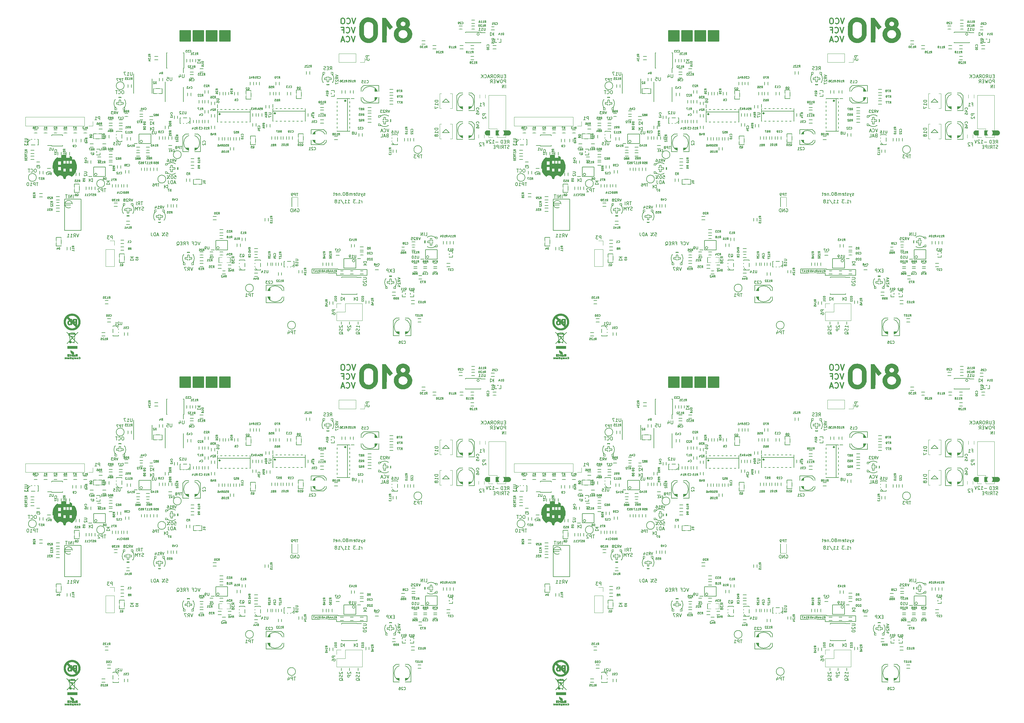
<source format=gbo>
G04 #@! TF.FileFunction,Legend,Bot*
%FSLAX46Y46*%
G04 Gerber Fmt 4.6, Leading zero omitted, Abs format (unit mm)*
G04 Created by KiCad (PCBNEW 4.0.2-stable) date 2018-11-15 11:45:17 AM*
%MOMM*%
G01*
G04 APERTURE LIST*
%ADD10C,0.200000*%
%ADD11C,0.150000*%
%ADD12C,0.350000*%
%ADD13C,1.500000*%
%ADD14C,6.000000*%
%ADD15C,0.127000*%
%ADD16C,0.002540*%
%ADD17C,0.120000*%
%ADD18C,0.381000*%
%ADD19C,0.066040*%
%ADD20C,0.203200*%
%ADD21C,0.101600*%
%ADD22C,0.010000*%
%ADD23C,0.152400*%
%ADD24C,0.254000*%
%ADD25R,0.900000X0.650000*%
%ADD26R,1.000000X0.900000*%
%ADD27R,1.100760X0.801040*%
%ADD28C,1.370000*%
%ADD29O,2.000000X2.000000*%
%ADD30R,0.862000X0.709600*%
%ADD31R,1.700000X1.600000*%
%ADD32R,1.300000X1.300000*%
%ADD33R,1.800000X1.800000*%
%ADD34O,1.800000X1.800000*%
%ADD35R,1.400480X0.500000*%
%ADD36C,1.900000*%
%ADD37R,0.550000X1.600000*%
%ADD38R,0.709600X0.862000*%
%ADD39R,0.550000X1.550000*%
%ADD40R,0.801040X1.100760*%
%ADD41R,1.550000X0.550000*%
%ADD42R,0.900000X1.000000*%
%ADD43R,0.650000X0.900000*%
%ADD44R,0.700000X0.600000*%
%ADD45R,1.700200X3.099740*%
%ADD46R,0.699440X2.299640*%
%ADD47R,1.600000X1.700000*%
%ADD48R,1.243000X1.497000*%
%ADD49R,3.099740X1.700200*%
%ADD50R,1.700000X2.900000*%
%ADD51R,2.700960X1.700200*%
%ADD52R,2.299640X0.699440*%
%ADD53R,2.497760X2.497760*%
%ADD54R,1.350000X1.100000*%
%ADD55R,0.600000X0.700000*%
%ADD56R,2.600000X3.600000*%
%ADD57C,1.850000*%
%ADD58O,2.600000X4.100000*%
%ADD59O,2.100000X2.600000*%
%ADD60O,3.600000X1.600000*%
%ADD61C,3.275000*%
%ADD62C,1.624000*%
%ADD63R,1.600000X2.100000*%
%ADD64R,1.600000X1.600000*%
%ADD65C,1.600000*%
%ADD66O,2.300000X1.500000*%
%ADD67O,2.350000X1.500000*%
%ADD68C,2.100000*%
G04 APERTURE END LIST*
D10*
X332500000Y-71300000D02*
X331500000Y-71300000D01*
D11*
X325119047Y-62552381D02*
X325452381Y-62076190D01*
X325690476Y-62552381D02*
X325690476Y-61552381D01*
X325309523Y-61552381D01*
X325214285Y-61600000D01*
X325166666Y-61647619D01*
X325119047Y-61742857D01*
X325119047Y-61885714D01*
X325166666Y-61980952D01*
X325214285Y-62028571D01*
X325309523Y-62076190D01*
X325690476Y-62076190D01*
X324690476Y-62028571D02*
X324357142Y-62028571D01*
X324214285Y-62552381D02*
X324690476Y-62552381D01*
X324690476Y-61552381D01*
X324214285Y-61552381D01*
X323833333Y-62504762D02*
X323690476Y-62552381D01*
X323452380Y-62552381D01*
X323357142Y-62504762D01*
X323309523Y-62457143D01*
X323261904Y-62361905D01*
X323261904Y-62266667D01*
X323309523Y-62171429D01*
X323357142Y-62123810D01*
X323452380Y-62076190D01*
X323642857Y-62028571D01*
X323738095Y-61980952D01*
X323785714Y-61933333D01*
X323833333Y-61838095D01*
X323833333Y-61742857D01*
X323785714Y-61647619D01*
X323738095Y-61600000D01*
X323642857Y-61552381D01*
X323404761Y-61552381D01*
X323261904Y-61600000D01*
D10*
X307800000Y-74000000D02*
X307800000Y-73000000D01*
D11*
X378361905Y-64478571D02*
X378028571Y-64478571D01*
X377885714Y-65002381D02*
X378361905Y-65002381D01*
X378361905Y-64002381D01*
X377885714Y-64002381D01*
X377457143Y-64002381D02*
X377457143Y-64811905D01*
X377409524Y-64907143D01*
X377361905Y-64954762D01*
X377266667Y-65002381D01*
X377076190Y-65002381D01*
X376980952Y-64954762D01*
X376933333Y-64907143D01*
X376885714Y-64811905D01*
X376885714Y-64002381D01*
X375838095Y-65002381D02*
X376171429Y-64526190D01*
X376409524Y-65002381D02*
X376409524Y-64002381D01*
X376028571Y-64002381D01*
X375933333Y-64050000D01*
X375885714Y-64097619D01*
X375838095Y-64192857D01*
X375838095Y-64335714D01*
X375885714Y-64430952D01*
X375933333Y-64478571D01*
X376028571Y-64526190D01*
X376409524Y-64526190D01*
X375219048Y-64002381D02*
X375028571Y-64002381D01*
X374933333Y-64050000D01*
X374838095Y-64145238D01*
X374790476Y-64335714D01*
X374790476Y-64669048D01*
X374838095Y-64859524D01*
X374933333Y-64954762D01*
X375028571Y-65002381D01*
X375219048Y-65002381D01*
X375314286Y-64954762D01*
X375409524Y-64859524D01*
X375457143Y-64669048D01*
X375457143Y-64335714D01*
X375409524Y-64145238D01*
X375314286Y-64050000D01*
X375219048Y-64002381D01*
X373790476Y-65002381D02*
X374123810Y-64526190D01*
X374361905Y-65002381D02*
X374361905Y-64002381D01*
X373980952Y-64002381D01*
X373885714Y-64050000D01*
X373838095Y-64097619D01*
X373790476Y-64192857D01*
X373790476Y-64335714D01*
X373838095Y-64430952D01*
X373885714Y-64478571D01*
X373980952Y-64526190D01*
X374361905Y-64526190D01*
X373409524Y-64716667D02*
X372933333Y-64716667D01*
X373504762Y-65002381D02*
X373171429Y-64002381D01*
X372838095Y-65002381D01*
X371933333Y-64907143D02*
X371980952Y-64954762D01*
X372123809Y-65002381D01*
X372219047Y-65002381D01*
X372361905Y-64954762D01*
X372457143Y-64859524D01*
X372504762Y-64764286D01*
X372552381Y-64573810D01*
X372552381Y-64430952D01*
X372504762Y-64240476D01*
X372457143Y-64145238D01*
X372361905Y-64050000D01*
X372219047Y-64002381D01*
X372123809Y-64002381D01*
X371980952Y-64050000D01*
X371933333Y-64097619D01*
X371504762Y-65002381D02*
X371504762Y-64002381D01*
X370933333Y-65002381D02*
X371361905Y-64430952D01*
X370933333Y-64002381D02*
X371504762Y-64573810D01*
X378361905Y-66552381D02*
X378361905Y-65552381D01*
X377980952Y-65552381D01*
X377885714Y-65600000D01*
X377838095Y-65647619D01*
X377790476Y-65742857D01*
X377790476Y-65885714D01*
X377838095Y-65980952D01*
X377885714Y-66028571D01*
X377980952Y-66076190D01*
X378361905Y-66076190D01*
X377171429Y-65552381D02*
X376980952Y-65552381D01*
X376885714Y-65600000D01*
X376790476Y-65695238D01*
X376742857Y-65885714D01*
X376742857Y-66219048D01*
X376790476Y-66409524D01*
X376885714Y-66504762D01*
X376980952Y-66552381D01*
X377171429Y-66552381D01*
X377266667Y-66504762D01*
X377361905Y-66409524D01*
X377409524Y-66219048D01*
X377409524Y-65885714D01*
X377361905Y-65695238D01*
X377266667Y-65600000D01*
X377171429Y-65552381D01*
X376409524Y-65552381D02*
X376171429Y-66552381D01*
X375980952Y-65838095D01*
X375790476Y-66552381D01*
X375552381Y-65552381D01*
X375171429Y-66028571D02*
X374838095Y-66028571D01*
X374695238Y-66552381D02*
X375171429Y-66552381D01*
X375171429Y-65552381D01*
X374695238Y-65552381D01*
X373695238Y-66552381D02*
X374028572Y-66076190D01*
X374266667Y-66552381D02*
X374266667Y-65552381D01*
X373885714Y-65552381D01*
X373790476Y-65600000D01*
X373742857Y-65647619D01*
X373695238Y-65742857D01*
X373695238Y-65885714D01*
X373742857Y-65980952D01*
X373790476Y-66028571D01*
X373885714Y-66076190D01*
X374266667Y-66076190D01*
X378361905Y-68102381D02*
X378361905Y-67102381D01*
X377885715Y-68102381D02*
X377885715Y-67102381D01*
X377314286Y-68102381D01*
X377314286Y-67102381D01*
D12*
X332907142Y-46939048D02*
X332340476Y-48639048D01*
X331773809Y-46939048D01*
X330235714Y-48477143D02*
X330316666Y-48558095D01*
X330559523Y-48639048D01*
X330721428Y-48639048D01*
X330964285Y-48558095D01*
X331126190Y-48396190D01*
X331207142Y-48234286D01*
X331288094Y-47910476D01*
X331288094Y-47667619D01*
X331207142Y-47343810D01*
X331126190Y-47181905D01*
X330964285Y-47020000D01*
X330721428Y-46939048D01*
X330559523Y-46939048D01*
X330316666Y-47020000D01*
X330235714Y-47100952D01*
X329183333Y-46939048D02*
X328859523Y-46939048D01*
X328697618Y-47020000D01*
X328535714Y-47181905D01*
X328454761Y-47505714D01*
X328454761Y-48072381D01*
X328535714Y-48396190D01*
X328697618Y-48558095D01*
X328859523Y-48639048D01*
X329183333Y-48639048D01*
X329345237Y-48558095D01*
X329507142Y-48396190D01*
X329588094Y-48072381D01*
X329588094Y-47505714D01*
X329507142Y-47181905D01*
X329345237Y-47020000D01*
X329183333Y-46939048D01*
X332745238Y-49669048D02*
X332178572Y-51369048D01*
X331611905Y-49669048D01*
X330073810Y-51207143D02*
X330154762Y-51288095D01*
X330397619Y-51369048D01*
X330559524Y-51369048D01*
X330802381Y-51288095D01*
X330964286Y-51126190D01*
X331045238Y-50964286D01*
X331126190Y-50640476D01*
X331126190Y-50397619D01*
X331045238Y-50073810D01*
X330964286Y-49911905D01*
X330802381Y-49750000D01*
X330559524Y-49669048D01*
X330397619Y-49669048D01*
X330154762Y-49750000D01*
X330073810Y-49830952D01*
X328778571Y-50478571D02*
X329345238Y-50478571D01*
X329345238Y-51369048D02*
X329345238Y-49669048D01*
X328535714Y-49669048D01*
X332745238Y-52399048D02*
X332178572Y-54099048D01*
X331611905Y-52399048D01*
X330073810Y-53937143D02*
X330154762Y-54018095D01*
X330397619Y-54099048D01*
X330559524Y-54099048D01*
X330802381Y-54018095D01*
X330964286Y-53856190D01*
X331045238Y-53694286D01*
X331126190Y-53370476D01*
X331126190Y-53127619D01*
X331045238Y-52803810D01*
X330964286Y-52641905D01*
X330802381Y-52480000D01*
X330559524Y-52399048D01*
X330397619Y-52399048D01*
X330154762Y-52480000D01*
X330073810Y-52560952D01*
X329426190Y-53613333D02*
X328616667Y-53613333D01*
X329588095Y-54099048D02*
X329021429Y-52399048D01*
X328454762Y-54099048D01*
D11*
X343011905Y-80427381D02*
X342678572Y-81427381D01*
X342345238Y-80427381D01*
X341440476Y-81332143D02*
X341488095Y-81379762D01*
X341630952Y-81427381D01*
X341726190Y-81427381D01*
X341869048Y-81379762D01*
X341964286Y-81284524D01*
X342011905Y-81189286D01*
X342059524Y-80998810D01*
X342059524Y-80855952D01*
X342011905Y-80665476D01*
X341964286Y-80570238D01*
X341869048Y-80475000D01*
X341726190Y-80427381D01*
X341630952Y-80427381D01*
X341488095Y-80475000D01*
X341440476Y-80522619D01*
X341059524Y-81141667D02*
X340583333Y-81141667D01*
X341154762Y-81427381D02*
X340821429Y-80427381D01*
X340488095Y-81427381D01*
X342511904Y-82453571D02*
X342369047Y-82501190D01*
X342321428Y-82548810D01*
X342273809Y-82644048D01*
X342273809Y-82786905D01*
X342321428Y-82882143D01*
X342369047Y-82929762D01*
X342464285Y-82977381D01*
X342845238Y-82977381D01*
X342845238Y-81977381D01*
X342511904Y-81977381D01*
X342416666Y-82025000D01*
X342369047Y-82072619D01*
X342321428Y-82167857D01*
X342321428Y-82263095D01*
X342369047Y-82358333D01*
X342416666Y-82405952D01*
X342511904Y-82453571D01*
X342845238Y-82453571D01*
X341892857Y-82691667D02*
X341416666Y-82691667D01*
X341988095Y-82977381D02*
X341654762Y-81977381D01*
X341321428Y-82977381D01*
X340511904Y-82977381D02*
X340988095Y-82977381D01*
X340988095Y-81977381D01*
X376061905Y-84471429D02*
X375300000Y-84471429D01*
X374300000Y-84852381D02*
X374871429Y-84852381D01*
X374585715Y-84852381D02*
X374585715Y-83852381D01*
X374680953Y-83995238D01*
X374776191Y-84090476D01*
X374871429Y-84138095D01*
X373919048Y-83947619D02*
X373871429Y-83900000D01*
X373776191Y-83852381D01*
X373538095Y-83852381D01*
X373442857Y-83900000D01*
X373395238Y-83947619D01*
X373347619Y-84042857D01*
X373347619Y-84138095D01*
X373395238Y-84280952D01*
X373966667Y-84852381D01*
X373347619Y-84852381D01*
X373061905Y-83852381D02*
X372728572Y-84852381D01*
X372395238Y-83852381D01*
D13*
X379250000Y-81750000D02*
X372750000Y-81750000D01*
D11*
X378790476Y-84877381D02*
X379123810Y-84401190D01*
X379361905Y-84877381D02*
X379361905Y-83877381D01*
X378980952Y-83877381D01*
X378885714Y-83925000D01*
X378838095Y-83972619D01*
X378790476Y-84067857D01*
X378790476Y-84210714D01*
X378838095Y-84305952D01*
X378885714Y-84353571D01*
X378980952Y-84401190D01*
X379361905Y-84401190D01*
X378361905Y-84353571D02*
X378028571Y-84353571D01*
X377885714Y-84877381D02*
X378361905Y-84877381D01*
X378361905Y-83877381D01*
X377885714Y-83877381D01*
X377457143Y-84877381D02*
X377457143Y-83877381D01*
X377219048Y-83877381D01*
X377076190Y-83925000D01*
X376980952Y-84020238D01*
X376933333Y-84115476D01*
X376885714Y-84305952D01*
X376885714Y-84448810D01*
X376933333Y-84639286D01*
X376980952Y-84734524D01*
X377076190Y-84829762D01*
X377219048Y-84877381D01*
X377457143Y-84877381D01*
X379409524Y-86379762D02*
X379266667Y-86427381D01*
X379028571Y-86427381D01*
X378933333Y-86379762D01*
X378885714Y-86332143D01*
X378838095Y-86236905D01*
X378838095Y-86141667D01*
X378885714Y-86046429D01*
X378933333Y-85998810D01*
X379028571Y-85951190D01*
X379219048Y-85903571D01*
X379314286Y-85855952D01*
X379361905Y-85808333D01*
X379409524Y-85713095D01*
X379409524Y-85617857D01*
X379361905Y-85522619D01*
X379314286Y-85475000D01*
X379219048Y-85427381D01*
X378980952Y-85427381D01*
X378838095Y-85475000D01*
X378552381Y-85427381D02*
X377980952Y-85427381D01*
X378266667Y-86427381D02*
X378266667Y-85427381D01*
X377076190Y-86427381D02*
X377409524Y-85951190D01*
X377647619Y-86427381D02*
X377647619Y-85427381D01*
X377266666Y-85427381D01*
X377171428Y-85475000D01*
X377123809Y-85522619D01*
X377076190Y-85617857D01*
X377076190Y-85760714D01*
X377123809Y-85855952D01*
X377171428Y-85903571D01*
X377266666Y-85951190D01*
X377647619Y-85951190D01*
X376647619Y-86427381D02*
X376647619Y-85427381D01*
X376171429Y-86427381D02*
X376171429Y-85427381D01*
X375790476Y-85427381D01*
X375695238Y-85475000D01*
X375647619Y-85522619D01*
X375600000Y-85617857D01*
X375600000Y-85760714D01*
X375647619Y-85855952D01*
X375695238Y-85903571D01*
X375790476Y-85951190D01*
X376171429Y-85951190D01*
X375171429Y-85903571D02*
X374838095Y-85903571D01*
X374695238Y-86427381D02*
X375171429Y-86427381D01*
X375171429Y-85427381D01*
X374695238Y-85427381D01*
X331071429Y-138942857D02*
X331071429Y-139704762D01*
X330547619Y-140133333D02*
X330500000Y-140180952D01*
X330452381Y-140276190D01*
X330452381Y-140514286D01*
X330500000Y-140609524D01*
X330547619Y-140657143D01*
X330642857Y-140704762D01*
X330738095Y-140704762D01*
X330880952Y-140657143D01*
X331452381Y-140085714D01*
X331452381Y-140704762D01*
X331452381Y-141133333D02*
X330452381Y-141133333D01*
X330452381Y-141514286D01*
X330500000Y-141609524D01*
X330547619Y-141657143D01*
X330642857Y-141704762D01*
X330785714Y-141704762D01*
X330880952Y-141657143D01*
X330928571Y-141609524D01*
X330976190Y-141514286D01*
X330976190Y-141133333D01*
X333671429Y-138942857D02*
X333671429Y-139704762D01*
X334052381Y-140704762D02*
X334052381Y-140133333D01*
X334052381Y-140419047D02*
X333052381Y-140419047D01*
X333195238Y-140323809D01*
X333290476Y-140228571D01*
X333338095Y-140133333D01*
X334004762Y-141085714D02*
X334052381Y-141228571D01*
X334052381Y-141466667D01*
X334004762Y-141561905D01*
X333957143Y-141609524D01*
X333861905Y-141657143D01*
X333766667Y-141657143D01*
X333671429Y-141609524D01*
X333623810Y-141561905D01*
X333576190Y-141466667D01*
X333528571Y-141276190D01*
X333480952Y-141180952D01*
X333433333Y-141133333D01*
X333338095Y-141085714D01*
X333242857Y-141085714D01*
X333147619Y-141133333D01*
X333100000Y-141180952D01*
X333052381Y-141276190D01*
X333052381Y-141514286D01*
X333100000Y-141657143D01*
X334147619Y-142752381D02*
X334100000Y-142657143D01*
X334004762Y-142561905D01*
X333861905Y-142419048D01*
X333814286Y-142323809D01*
X333814286Y-142228571D01*
X334052381Y-142276190D02*
X334004762Y-142180952D01*
X333909524Y-142085714D01*
X333719048Y-142038095D01*
X333385714Y-142038095D01*
X333195238Y-142085714D01*
X333100000Y-142180952D01*
X333052381Y-142276190D01*
X333052381Y-142466667D01*
X333100000Y-142561905D01*
X333195238Y-142657143D01*
X333385714Y-142704762D01*
X333719048Y-142704762D01*
X333909524Y-142657143D01*
X334004762Y-142561905D01*
X334052381Y-142466667D01*
X334052381Y-142276190D01*
X328571429Y-138942857D02*
X328571429Y-139704762D01*
X328047619Y-140133333D02*
X328000000Y-140180952D01*
X327952381Y-140276190D01*
X327952381Y-140514286D01*
X328000000Y-140609524D01*
X328047619Y-140657143D01*
X328142857Y-140704762D01*
X328238095Y-140704762D01*
X328380952Y-140657143D01*
X328952381Y-140085714D01*
X328952381Y-140704762D01*
X328904762Y-141085714D02*
X328952381Y-141228571D01*
X328952381Y-141466667D01*
X328904762Y-141561905D01*
X328857143Y-141609524D01*
X328761905Y-141657143D01*
X328666667Y-141657143D01*
X328571429Y-141609524D01*
X328523810Y-141561905D01*
X328476190Y-141466667D01*
X328428571Y-141276190D01*
X328380952Y-141180952D01*
X328333333Y-141133333D01*
X328238095Y-141085714D01*
X328142857Y-141085714D01*
X328047619Y-141133333D01*
X328000000Y-141180952D01*
X327952381Y-141276190D01*
X327952381Y-141514286D01*
X328000000Y-141657143D01*
X329047619Y-142752381D02*
X329000000Y-142657143D01*
X328904762Y-142561905D01*
X328761905Y-142419048D01*
X328714286Y-142323809D01*
X328714286Y-142228571D01*
X328952381Y-142276190D02*
X328904762Y-142180952D01*
X328809524Y-142085714D01*
X328619048Y-142038095D01*
X328285714Y-142038095D01*
X328095238Y-142085714D01*
X328000000Y-142180952D01*
X327952381Y-142276190D01*
X327952381Y-142466667D01*
X328000000Y-142561905D01*
X328095238Y-142657143D01*
X328285714Y-142704762D01*
X328619048Y-142704762D01*
X328809524Y-142657143D01*
X328904762Y-142561905D01*
X328952381Y-142466667D01*
X328952381Y-142276190D01*
X344690476Y-123428571D02*
X344357142Y-123428571D01*
X344214285Y-123952381D02*
X344690476Y-123952381D01*
X344690476Y-122952381D01*
X344214285Y-122952381D01*
X343880952Y-122952381D02*
X343214285Y-123952381D01*
X343214285Y-122952381D02*
X343880952Y-123952381D01*
X342833333Y-123952381D02*
X342833333Y-122952381D01*
X342452380Y-122952381D01*
X342357142Y-123000000D01*
X342309523Y-123047619D01*
X342261904Y-123142857D01*
X342261904Y-123285714D01*
X342309523Y-123380952D01*
X342357142Y-123428571D01*
X342452380Y-123476190D01*
X342833333Y-123476190D01*
D10*
X333450000Y-119800000D02*
X334450000Y-119800000D01*
D11*
X354052380Y-112852381D02*
X354528571Y-112852381D01*
X354528571Y-111852381D01*
X353719047Y-112852381D02*
X353719047Y-111852381D01*
X353242857Y-112852381D02*
X353242857Y-111852381D01*
X352671428Y-112852381D01*
X352671428Y-111852381D01*
D10*
X352600000Y-119950000D02*
X353600000Y-119950000D01*
X327100000Y-124200000D02*
X327100000Y-124900000D01*
X336400000Y-124900000D02*
X336400000Y-123100000D01*
X327100000Y-124900000D02*
X336400000Y-124900000D01*
X336400000Y-123100000D02*
X327600000Y-123100000D01*
X319700000Y-122900000D02*
X319700000Y-124200000D01*
D11*
X335738096Y-100654762D02*
X335642858Y-100702381D01*
X335452382Y-100702381D01*
X335357143Y-100654762D01*
X335309524Y-100559524D01*
X335309524Y-100511905D01*
X335357143Y-100416667D01*
X335452382Y-100369048D01*
X335595239Y-100369048D01*
X335690477Y-100321429D01*
X335738096Y-100226190D01*
X335738096Y-100178571D01*
X335690477Y-100083333D01*
X335595239Y-100035714D01*
X335452382Y-100035714D01*
X335357143Y-100083333D01*
X334976191Y-100035714D02*
X334738096Y-100702381D01*
X334500000Y-100035714D02*
X334738096Y-100702381D01*
X334833334Y-100940476D01*
X334880953Y-100988095D01*
X334976191Y-101035714D01*
X334166667Y-100654762D02*
X334071429Y-100702381D01*
X333880953Y-100702381D01*
X333785714Y-100654762D01*
X333738095Y-100559524D01*
X333738095Y-100511905D01*
X333785714Y-100416667D01*
X333880953Y-100369048D01*
X334023810Y-100369048D01*
X334119048Y-100321429D01*
X334166667Y-100226190D01*
X334166667Y-100178571D01*
X334119048Y-100083333D01*
X334023810Y-100035714D01*
X333880953Y-100035714D01*
X333785714Y-100083333D01*
X333452381Y-100035714D02*
X333071429Y-100035714D01*
X333309524Y-99702381D02*
X333309524Y-100559524D01*
X333261905Y-100654762D01*
X333166667Y-100702381D01*
X333071429Y-100702381D01*
X332357142Y-100654762D02*
X332452380Y-100702381D01*
X332642857Y-100702381D01*
X332738095Y-100654762D01*
X332785714Y-100559524D01*
X332785714Y-100178571D01*
X332738095Y-100083333D01*
X332642857Y-100035714D01*
X332452380Y-100035714D01*
X332357142Y-100083333D01*
X332309523Y-100178571D01*
X332309523Y-100273810D01*
X332785714Y-100369048D01*
X331880952Y-100702381D02*
X331880952Y-100035714D01*
X331880952Y-100130952D02*
X331833333Y-100083333D01*
X331738095Y-100035714D01*
X331595237Y-100035714D01*
X331499999Y-100083333D01*
X331452380Y-100178571D01*
X331452380Y-100702381D01*
X331452380Y-100178571D02*
X331404761Y-100083333D01*
X331309523Y-100035714D01*
X331166666Y-100035714D01*
X331071428Y-100083333D01*
X331023809Y-100178571D01*
X331023809Y-100702381D01*
X330404762Y-100130952D02*
X330500000Y-100083333D01*
X330547619Y-100035714D01*
X330595238Y-99940476D01*
X330595238Y-99892857D01*
X330547619Y-99797619D01*
X330500000Y-99750000D01*
X330404762Y-99702381D01*
X330214285Y-99702381D01*
X330119047Y-99750000D01*
X330071428Y-99797619D01*
X330023809Y-99892857D01*
X330023809Y-99940476D01*
X330071428Y-100035714D01*
X330119047Y-100083333D01*
X330214285Y-100130952D01*
X330404762Y-100130952D01*
X330500000Y-100178571D01*
X330547619Y-100226190D01*
X330595238Y-100321429D01*
X330595238Y-100511905D01*
X330547619Y-100607143D01*
X330500000Y-100654762D01*
X330404762Y-100702381D01*
X330214285Y-100702381D01*
X330119047Y-100654762D01*
X330071428Y-100607143D01*
X330023809Y-100511905D01*
X330023809Y-100321429D01*
X330071428Y-100226190D01*
X330119047Y-100178571D01*
X330214285Y-100130952D01*
X329404762Y-99702381D02*
X329309523Y-99702381D01*
X329214285Y-99750000D01*
X329166666Y-99797619D01*
X329119047Y-99892857D01*
X329071428Y-100083333D01*
X329071428Y-100321429D01*
X329119047Y-100511905D01*
X329166666Y-100607143D01*
X329214285Y-100654762D01*
X329309523Y-100702381D01*
X329404762Y-100702381D01*
X329500000Y-100654762D01*
X329547619Y-100607143D01*
X329595238Y-100511905D01*
X329642857Y-100321429D01*
X329642857Y-100083333D01*
X329595238Y-99892857D01*
X329547619Y-99797619D01*
X329500000Y-99750000D01*
X329404762Y-99702381D01*
X328642857Y-100607143D02*
X328595238Y-100654762D01*
X328642857Y-100702381D01*
X328690476Y-100654762D01*
X328642857Y-100607143D01*
X328642857Y-100702381D01*
X328166667Y-100035714D02*
X328166667Y-100702381D01*
X328166667Y-100130952D02*
X328119048Y-100083333D01*
X328023810Y-100035714D01*
X327880952Y-100035714D01*
X327785714Y-100083333D01*
X327738095Y-100178571D01*
X327738095Y-100702381D01*
X326880952Y-100654762D02*
X326976190Y-100702381D01*
X327166667Y-100702381D01*
X327261905Y-100654762D01*
X327309524Y-100559524D01*
X327309524Y-100178571D01*
X327261905Y-100083333D01*
X327166667Y-100035714D01*
X326976190Y-100035714D01*
X326880952Y-100083333D01*
X326833333Y-100178571D01*
X326833333Y-100273810D01*
X327309524Y-100369048D01*
X326547619Y-100035714D02*
X326166667Y-100035714D01*
X326404762Y-99702381D02*
X326404762Y-100559524D01*
X326357143Y-100654762D01*
X326261905Y-100702381D01*
X326166667Y-100702381D01*
X334821429Y-102952381D02*
X334821429Y-102285714D01*
X334821429Y-102476190D02*
X334773810Y-102380952D01*
X334726191Y-102333333D01*
X334630953Y-102285714D01*
X334535714Y-102285714D01*
X333678571Y-102952381D02*
X334250000Y-102952381D01*
X333964286Y-102952381D02*
X333964286Y-101952381D01*
X334059524Y-102095238D01*
X334154762Y-102190476D01*
X334250000Y-102238095D01*
X333250000Y-102857143D02*
X333202381Y-102904762D01*
X333250000Y-102952381D01*
X333297619Y-102904762D01*
X333250000Y-102857143D01*
X333250000Y-102952381D01*
X332869048Y-101952381D02*
X332250000Y-101952381D01*
X332583334Y-102333333D01*
X332440476Y-102333333D01*
X332345238Y-102380952D01*
X332297619Y-102428571D01*
X332250000Y-102523810D01*
X332250000Y-102761905D01*
X332297619Y-102857143D01*
X332345238Y-102904762D01*
X332440476Y-102952381D01*
X332726191Y-102952381D01*
X332821429Y-102904762D01*
X332869048Y-102857143D01*
X330535714Y-102952381D02*
X331107143Y-102952381D01*
X330821429Y-102952381D02*
X330821429Y-101952381D01*
X330916667Y-102095238D01*
X331011905Y-102190476D01*
X331107143Y-102238095D01*
X329583333Y-102952381D02*
X330154762Y-102952381D01*
X329869048Y-102952381D02*
X329869048Y-101952381D01*
X329964286Y-102095238D01*
X330059524Y-102190476D01*
X330154762Y-102238095D01*
X328440476Y-101904762D02*
X329297619Y-103190476D01*
X327583333Y-102952381D02*
X328154762Y-102952381D01*
X327869048Y-102952381D02*
X327869048Y-101952381D01*
X327964286Y-102095238D01*
X328059524Y-102190476D01*
X328154762Y-102238095D01*
X327011905Y-102380952D02*
X327107143Y-102333333D01*
X327154762Y-102285714D01*
X327202381Y-102190476D01*
X327202381Y-102142857D01*
X327154762Y-102047619D01*
X327107143Y-102000000D01*
X327011905Y-101952381D01*
X326821428Y-101952381D01*
X326726190Y-102000000D01*
X326678571Y-102047619D01*
X326630952Y-102142857D01*
X326630952Y-102190476D01*
X326678571Y-102285714D01*
X326726190Y-102333333D01*
X326821428Y-102380952D01*
X327011905Y-102380952D01*
X327107143Y-102428571D01*
X327154762Y-102476190D01*
X327202381Y-102571429D01*
X327202381Y-102761905D01*
X327154762Y-102857143D01*
X327107143Y-102904762D01*
X327011905Y-102952381D01*
X326821428Y-102952381D01*
X326726190Y-102904762D01*
X326678571Y-102857143D01*
X326630952Y-102761905D01*
X326630952Y-102571429D01*
X326678571Y-102476190D01*
X326726190Y-102428571D01*
X326821428Y-102380952D01*
X315261904Y-104700000D02*
X315357142Y-104652381D01*
X315499999Y-104652381D01*
X315642857Y-104700000D01*
X315738095Y-104795238D01*
X315785714Y-104890476D01*
X315833333Y-105080952D01*
X315833333Y-105223810D01*
X315785714Y-105414286D01*
X315738095Y-105509524D01*
X315642857Y-105604762D01*
X315499999Y-105652381D01*
X315404761Y-105652381D01*
X315261904Y-105604762D01*
X315214285Y-105557143D01*
X315214285Y-105223810D01*
X315404761Y-105223810D01*
X314785714Y-105652381D02*
X314785714Y-104652381D01*
X314214285Y-105652381D01*
X314214285Y-104652381D01*
X313738095Y-105652381D02*
X313738095Y-104652381D01*
X313500000Y-104652381D01*
X313357142Y-104700000D01*
X313261904Y-104795238D01*
X313214285Y-104890476D01*
X313166666Y-105080952D01*
X313166666Y-105223810D01*
X313214285Y-105414286D01*
X313261904Y-105509524D01*
X313357142Y-105604762D01*
X313500000Y-105652381D01*
X313738095Y-105652381D01*
D10*
X327600000Y-123100000D02*
X327600000Y-122900000D01*
X327600000Y-122900000D02*
X319700000Y-122900000D01*
X319700000Y-124200000D02*
X322700000Y-124200000D01*
X322700000Y-124200000D02*
X327100000Y-124200000D01*
D11*
X275523809Y-111952381D02*
X276000000Y-111952381D01*
X276047619Y-112428571D01*
X276000000Y-112380952D01*
X275904762Y-112333333D01*
X275666666Y-112333333D01*
X275571428Y-112380952D01*
X275523809Y-112428571D01*
X275476190Y-112523810D01*
X275476190Y-112761905D01*
X275523809Y-112857143D01*
X275571428Y-112904762D01*
X275666666Y-112952381D01*
X275904762Y-112952381D01*
X276000000Y-112904762D01*
X276047619Y-112857143D01*
X275095238Y-112952381D02*
X274333333Y-111952381D01*
X274952381Y-111952381D02*
X274857143Y-112000000D01*
X274809524Y-112095238D01*
X274857143Y-112190476D01*
X274952381Y-112238095D01*
X275047619Y-112190476D01*
X275095238Y-112095238D01*
X275047619Y-112000000D01*
X274952381Y-111952381D01*
X274380952Y-112904762D02*
X274333333Y-112809524D01*
X274380952Y-112714286D01*
X274476190Y-112666667D01*
X274571428Y-112714286D01*
X274619047Y-112809524D01*
X274571428Y-112904762D01*
X274476190Y-112952381D01*
X274380952Y-112904762D01*
X273190476Y-112666667D02*
X272714285Y-112666667D01*
X273285714Y-112952381D02*
X272952381Y-111952381D01*
X272619047Y-112952381D01*
X272285714Y-112952381D02*
X272285714Y-111952381D01*
X272047619Y-111952381D01*
X271904761Y-112000000D01*
X271809523Y-112095238D01*
X271761904Y-112190476D01*
X271714285Y-112380952D01*
X271714285Y-112523810D01*
X271761904Y-112714286D01*
X271809523Y-112809524D01*
X271904761Y-112904762D01*
X272047619Y-112952381D01*
X272285714Y-112952381D01*
X270999999Y-111952381D02*
X270999999Y-112666667D01*
X271047619Y-112809524D01*
X271142857Y-112904762D01*
X271285714Y-112952381D01*
X271380952Y-112952381D01*
D10*
X252050000Y-94950000D02*
X253050000Y-94950000D01*
D11*
X278009523Y-94577381D02*
X278485714Y-94577381D01*
X278533333Y-95053571D01*
X278485714Y-95005952D01*
X278390476Y-94958333D01*
X278152380Y-94958333D01*
X278057142Y-95005952D01*
X278009523Y-95053571D01*
X277961904Y-95148810D01*
X277961904Y-95386905D01*
X278009523Y-95482143D01*
X278057142Y-95529762D01*
X278152380Y-95577381D01*
X278390476Y-95577381D01*
X278485714Y-95529762D01*
X278533333Y-95482143D01*
X277342857Y-94577381D02*
X277247618Y-94577381D01*
X277152380Y-94625000D01*
X277104761Y-94672619D01*
X277057142Y-94767857D01*
X277009523Y-94958333D01*
X277009523Y-95196429D01*
X277057142Y-95386905D01*
X277104761Y-95482143D01*
X277152380Y-95529762D01*
X277247618Y-95577381D01*
X277342857Y-95577381D01*
X277438095Y-95529762D01*
X277485714Y-95482143D01*
X277533333Y-95386905D01*
X277580952Y-95196429D01*
X277580952Y-94958333D01*
X277533333Y-94767857D01*
X277485714Y-94672619D01*
X277438095Y-94625000D01*
X277342857Y-94577381D01*
X276628571Y-95577381D02*
X275866666Y-94577381D01*
X276485714Y-94577381D02*
X276390476Y-94625000D01*
X276342857Y-94720238D01*
X276390476Y-94815476D01*
X276485714Y-94863095D01*
X276580952Y-94815476D01*
X276628571Y-94720238D01*
X276580952Y-94625000D01*
X276485714Y-94577381D01*
X275914285Y-95529762D02*
X275866666Y-95434524D01*
X275914285Y-95339286D01*
X276009523Y-95291667D01*
X276104761Y-95339286D01*
X276152380Y-95434524D01*
X276104761Y-95529762D01*
X276009523Y-95577381D01*
X275914285Y-95529762D01*
X278319048Y-96841667D02*
X277842857Y-96841667D01*
X278414286Y-97127381D02*
X278080953Y-96127381D01*
X277747619Y-97127381D01*
X277414286Y-97127381D02*
X277414286Y-96127381D01*
X277176191Y-96127381D01*
X277033333Y-96175000D01*
X276938095Y-96270238D01*
X276890476Y-96365476D01*
X276842857Y-96555952D01*
X276842857Y-96698810D01*
X276890476Y-96889286D01*
X276938095Y-96984524D01*
X277033333Y-97079762D01*
X277176191Y-97127381D01*
X277414286Y-97127381D01*
X276128571Y-96127381D02*
X276128571Y-96841667D01*
X276176191Y-96984524D01*
X276271429Y-97079762D01*
X276414286Y-97127381D01*
X276509524Y-97127381D01*
X268423809Y-102577381D02*
X267852380Y-102577381D01*
X268138095Y-103577381D02*
X268138095Y-102577381D01*
X266947618Y-103577381D02*
X267280952Y-103101190D01*
X267519047Y-103577381D02*
X267519047Y-102577381D01*
X267138094Y-102577381D01*
X267042856Y-102625000D01*
X266995237Y-102672619D01*
X266947618Y-102767857D01*
X266947618Y-102910714D01*
X266995237Y-103005952D01*
X267042856Y-103053571D01*
X267138094Y-103101190D01*
X267519047Y-103101190D01*
X266519047Y-103577381D02*
X266519047Y-102577381D01*
X268685714Y-105079762D02*
X268542857Y-105127381D01*
X268304761Y-105127381D01*
X268209523Y-105079762D01*
X268161904Y-105032143D01*
X268114285Y-104936905D01*
X268114285Y-104841667D01*
X268161904Y-104746429D01*
X268209523Y-104698810D01*
X268304761Y-104651190D01*
X268495238Y-104603571D01*
X268590476Y-104555952D01*
X268638095Y-104508333D01*
X268685714Y-104413095D01*
X268685714Y-104317857D01*
X268638095Y-104222619D01*
X268590476Y-104175000D01*
X268495238Y-104127381D01*
X268257142Y-104127381D01*
X268114285Y-104175000D01*
X267495238Y-104651190D02*
X267495238Y-105127381D01*
X267828571Y-104127381D02*
X267495238Y-104651190D01*
X267161904Y-104127381D01*
X266828571Y-105127381D02*
X266828571Y-104127381D01*
X266495237Y-104841667D01*
X266161904Y-104127381D01*
X266161904Y-105127381D01*
X247442857Y-101452381D02*
X247442857Y-100452381D01*
X246966667Y-101452381D02*
X246966667Y-100452381D01*
X246395238Y-101452381D01*
X246395238Y-100452381D01*
X245919048Y-101452381D02*
X245919048Y-100452381D01*
X245585715Y-100452381D02*
X245014286Y-100452381D01*
X245300001Y-101452381D02*
X245300001Y-100452381D01*
D10*
X289100000Y-117200000D02*
X290100000Y-117200000D01*
D11*
X285797619Y-114702381D02*
X285464286Y-115702381D01*
X285130952Y-114702381D01*
X284226190Y-115607143D02*
X284273809Y-115654762D01*
X284416666Y-115702381D01*
X284511904Y-115702381D01*
X284654762Y-115654762D01*
X284750000Y-115559524D01*
X284797619Y-115464286D01*
X284845238Y-115273810D01*
X284845238Y-115130952D01*
X284797619Y-114940476D01*
X284750000Y-114845238D01*
X284654762Y-114750000D01*
X284511904Y-114702381D01*
X284416666Y-114702381D01*
X284273809Y-114750000D01*
X284226190Y-114797619D01*
X283464285Y-115178571D02*
X283797619Y-115178571D01*
X283797619Y-115702381D02*
X283797619Y-114702381D01*
X283321428Y-114702381D01*
X281845237Y-115178571D02*
X282178571Y-115178571D01*
X282178571Y-115702381D02*
X282178571Y-114702381D01*
X281702380Y-114702381D01*
X280749999Y-115702381D02*
X281083333Y-115226190D01*
X281321428Y-115702381D02*
X281321428Y-114702381D01*
X280940475Y-114702381D01*
X280845237Y-114750000D01*
X280797618Y-114797619D01*
X280749999Y-114892857D01*
X280749999Y-115035714D01*
X280797618Y-115130952D01*
X280845237Y-115178571D01*
X280940475Y-115226190D01*
X281321428Y-115226190D01*
X280321428Y-115178571D02*
X279988094Y-115178571D01*
X279845237Y-115702381D02*
X280321428Y-115702381D01*
X280321428Y-114702381D01*
X279845237Y-114702381D01*
X278749999Y-115797619D02*
X278845237Y-115750000D01*
X278940475Y-115654762D01*
X279083332Y-115511905D01*
X279178571Y-115464286D01*
X279273809Y-115464286D01*
X279226190Y-115702381D02*
X279321428Y-115654762D01*
X279416666Y-115559524D01*
X279464285Y-115369048D01*
X279464285Y-115035714D01*
X279416666Y-114845238D01*
X279321428Y-114750000D01*
X279226190Y-114702381D01*
X279035713Y-114702381D01*
X278940475Y-114750000D01*
X278845237Y-114845238D01*
X278797618Y-115035714D01*
X278797618Y-115369048D01*
X278845237Y-115559524D01*
X278940475Y-115654762D01*
X279035713Y-115702381D01*
X279226190Y-115702381D01*
X262476191Y-68852381D02*
X262285714Y-68852381D01*
X262190476Y-68900000D01*
X262095238Y-68995238D01*
X262047619Y-69185714D01*
X262047619Y-69519048D01*
X262095238Y-69709524D01*
X262190476Y-69804762D01*
X262285714Y-69852381D01*
X262476191Y-69852381D01*
X262571429Y-69804762D01*
X262666667Y-69709524D01*
X262714286Y-69519048D01*
X262714286Y-69185714D01*
X262666667Y-68995238D01*
X262571429Y-68900000D01*
X262476191Y-68852381D01*
X261047619Y-69757143D02*
X261095238Y-69804762D01*
X261238095Y-69852381D01*
X261333333Y-69852381D01*
X261476191Y-69804762D01*
X261571429Y-69709524D01*
X261619048Y-69614286D01*
X261666667Y-69423810D01*
X261666667Y-69280952D01*
X261619048Y-69090476D01*
X261571429Y-68995238D01*
X261476191Y-68900000D01*
X261333333Y-68852381D01*
X261238095Y-68852381D01*
X261095238Y-68900000D01*
X261047619Y-68947619D01*
X260761905Y-68852381D02*
X260190476Y-68852381D01*
X260476191Y-69852381D02*
X260476191Y-68852381D01*
D10*
X265800000Y-84950000D02*
X266800000Y-84950000D01*
D14*
X245500001Y-92000000D02*
G75*
G03X245500001Y-92000000I-707107J0D01*
G01*
D11*
X235976191Y-92652381D02*
X235785714Y-92652381D01*
X235690476Y-92700000D01*
X235595238Y-92795238D01*
X235547619Y-92985714D01*
X235547619Y-93319048D01*
X235595238Y-93509524D01*
X235690476Y-93604762D01*
X235785714Y-93652381D01*
X235976191Y-93652381D01*
X236071429Y-93604762D01*
X236166667Y-93509524D01*
X236214286Y-93319048D01*
X236214286Y-92985714D01*
X236166667Y-92795238D01*
X236071429Y-92700000D01*
X235976191Y-92652381D01*
X234547619Y-93557143D02*
X234595238Y-93604762D01*
X234738095Y-93652381D01*
X234833333Y-93652381D01*
X234976191Y-93604762D01*
X235071429Y-93509524D01*
X235119048Y-93414286D01*
X235166667Y-93223810D01*
X235166667Y-93080952D01*
X235119048Y-92890476D01*
X235071429Y-92795238D01*
X234976191Y-92700000D01*
X234833333Y-92652381D01*
X234738095Y-92652381D01*
X234595238Y-92700000D01*
X234547619Y-92747619D01*
X234261905Y-92652381D02*
X233690476Y-92652381D01*
X233976191Y-93652381D02*
X233976191Y-92652381D01*
D10*
X291050000Y-74100000D02*
X291050000Y-73100000D01*
X141100000Y-222200000D02*
X142100000Y-222200000D01*
D11*
X137797619Y-219702381D02*
X137464286Y-220702381D01*
X137130952Y-219702381D01*
X136226190Y-220607143D02*
X136273809Y-220654762D01*
X136416666Y-220702381D01*
X136511904Y-220702381D01*
X136654762Y-220654762D01*
X136750000Y-220559524D01*
X136797619Y-220464286D01*
X136845238Y-220273810D01*
X136845238Y-220130952D01*
X136797619Y-219940476D01*
X136750000Y-219845238D01*
X136654762Y-219750000D01*
X136511904Y-219702381D01*
X136416666Y-219702381D01*
X136273809Y-219750000D01*
X136226190Y-219797619D01*
X135464285Y-220178571D02*
X135797619Y-220178571D01*
X135797619Y-220702381D02*
X135797619Y-219702381D01*
X135321428Y-219702381D01*
X133845237Y-220178571D02*
X134178571Y-220178571D01*
X134178571Y-220702381D02*
X134178571Y-219702381D01*
X133702380Y-219702381D01*
X132749999Y-220702381D02*
X133083333Y-220226190D01*
X133321428Y-220702381D02*
X133321428Y-219702381D01*
X132940475Y-219702381D01*
X132845237Y-219750000D01*
X132797618Y-219797619D01*
X132749999Y-219892857D01*
X132749999Y-220035714D01*
X132797618Y-220130952D01*
X132845237Y-220178571D01*
X132940475Y-220226190D01*
X133321428Y-220226190D01*
X132321428Y-220178571D02*
X131988094Y-220178571D01*
X131845237Y-220702381D02*
X132321428Y-220702381D01*
X132321428Y-219702381D01*
X131845237Y-219702381D01*
X130749999Y-220797619D02*
X130845237Y-220750000D01*
X130940475Y-220654762D01*
X131083332Y-220511905D01*
X131178571Y-220464286D01*
X131273809Y-220464286D01*
X131226190Y-220702381D02*
X131321428Y-220654762D01*
X131416666Y-220559524D01*
X131464285Y-220369048D01*
X131464285Y-220035714D01*
X131416666Y-219845238D01*
X131321428Y-219750000D01*
X131226190Y-219702381D01*
X131035713Y-219702381D01*
X130940475Y-219750000D01*
X130845237Y-219845238D01*
X130797618Y-220035714D01*
X130797618Y-220369048D01*
X130845237Y-220559524D01*
X130940475Y-220654762D01*
X131035713Y-220702381D01*
X131226190Y-220702381D01*
X127523809Y-216952381D02*
X128000000Y-216952381D01*
X128047619Y-217428571D01*
X128000000Y-217380952D01*
X127904762Y-217333333D01*
X127666666Y-217333333D01*
X127571428Y-217380952D01*
X127523809Y-217428571D01*
X127476190Y-217523810D01*
X127476190Y-217761905D01*
X127523809Y-217857143D01*
X127571428Y-217904762D01*
X127666666Y-217952381D01*
X127904762Y-217952381D01*
X128000000Y-217904762D01*
X128047619Y-217857143D01*
X127095238Y-217952381D02*
X126333333Y-216952381D01*
X126952381Y-216952381D02*
X126857143Y-217000000D01*
X126809524Y-217095238D01*
X126857143Y-217190476D01*
X126952381Y-217238095D01*
X127047619Y-217190476D01*
X127095238Y-217095238D01*
X127047619Y-217000000D01*
X126952381Y-216952381D01*
X126380952Y-217904762D02*
X126333333Y-217809524D01*
X126380952Y-217714286D01*
X126476190Y-217666667D01*
X126571428Y-217714286D01*
X126619047Y-217809524D01*
X126571428Y-217904762D01*
X126476190Y-217952381D01*
X126380952Y-217904762D01*
X125190476Y-217666667D02*
X124714285Y-217666667D01*
X125285714Y-217952381D02*
X124952381Y-216952381D01*
X124619047Y-217952381D01*
X124285714Y-217952381D02*
X124285714Y-216952381D01*
X124047619Y-216952381D01*
X123904761Y-217000000D01*
X123809523Y-217095238D01*
X123761904Y-217190476D01*
X123714285Y-217380952D01*
X123714285Y-217523810D01*
X123761904Y-217714286D01*
X123809523Y-217809524D01*
X123904761Y-217904762D01*
X124047619Y-217952381D01*
X124285714Y-217952381D01*
X122999999Y-216952381D02*
X122999999Y-217666667D01*
X123047619Y-217809524D01*
X123142857Y-217904762D01*
X123285714Y-217952381D01*
X123380952Y-217952381D01*
X120423809Y-207577381D02*
X119852380Y-207577381D01*
X120138095Y-208577381D02*
X120138095Y-207577381D01*
X118947618Y-208577381D02*
X119280952Y-208101190D01*
X119519047Y-208577381D02*
X119519047Y-207577381D01*
X119138094Y-207577381D01*
X119042856Y-207625000D01*
X118995237Y-207672619D01*
X118947618Y-207767857D01*
X118947618Y-207910714D01*
X118995237Y-208005952D01*
X119042856Y-208053571D01*
X119138094Y-208101190D01*
X119519047Y-208101190D01*
X118519047Y-208577381D02*
X118519047Y-207577381D01*
X120685714Y-210079762D02*
X120542857Y-210127381D01*
X120304761Y-210127381D01*
X120209523Y-210079762D01*
X120161904Y-210032143D01*
X120114285Y-209936905D01*
X120114285Y-209841667D01*
X120161904Y-209746429D01*
X120209523Y-209698810D01*
X120304761Y-209651190D01*
X120495238Y-209603571D01*
X120590476Y-209555952D01*
X120638095Y-209508333D01*
X120685714Y-209413095D01*
X120685714Y-209317857D01*
X120638095Y-209222619D01*
X120590476Y-209175000D01*
X120495238Y-209127381D01*
X120257142Y-209127381D01*
X120114285Y-209175000D01*
X119495238Y-209651190D02*
X119495238Y-210127381D01*
X119828571Y-209127381D02*
X119495238Y-209651190D01*
X119161904Y-209127381D01*
X118828571Y-210127381D02*
X118828571Y-209127381D01*
X118495237Y-209841667D01*
X118161904Y-209127381D01*
X118161904Y-210127381D01*
D10*
X117800000Y-189950000D02*
X118800000Y-189950000D01*
D11*
X114476191Y-173852381D02*
X114285714Y-173852381D01*
X114190476Y-173900000D01*
X114095238Y-173995238D01*
X114047619Y-174185714D01*
X114047619Y-174519048D01*
X114095238Y-174709524D01*
X114190476Y-174804762D01*
X114285714Y-174852381D01*
X114476191Y-174852381D01*
X114571429Y-174804762D01*
X114666667Y-174709524D01*
X114714286Y-174519048D01*
X114714286Y-174185714D01*
X114666667Y-173995238D01*
X114571429Y-173900000D01*
X114476191Y-173852381D01*
X113047619Y-174757143D02*
X113095238Y-174804762D01*
X113238095Y-174852381D01*
X113333333Y-174852381D01*
X113476191Y-174804762D01*
X113571429Y-174709524D01*
X113619048Y-174614286D01*
X113666667Y-174423810D01*
X113666667Y-174280952D01*
X113619048Y-174090476D01*
X113571429Y-173995238D01*
X113476191Y-173900000D01*
X113333333Y-173852381D01*
X113238095Y-173852381D01*
X113095238Y-173900000D01*
X113047619Y-173947619D01*
X112761905Y-173852381D02*
X112190476Y-173852381D01*
X112476191Y-174852381D02*
X112476191Y-173852381D01*
X130009523Y-199577381D02*
X130485714Y-199577381D01*
X130533333Y-200053571D01*
X130485714Y-200005952D01*
X130390476Y-199958333D01*
X130152380Y-199958333D01*
X130057142Y-200005952D01*
X130009523Y-200053571D01*
X129961904Y-200148810D01*
X129961904Y-200386905D01*
X130009523Y-200482143D01*
X130057142Y-200529762D01*
X130152380Y-200577381D01*
X130390476Y-200577381D01*
X130485714Y-200529762D01*
X130533333Y-200482143D01*
X129342857Y-199577381D02*
X129247618Y-199577381D01*
X129152380Y-199625000D01*
X129104761Y-199672619D01*
X129057142Y-199767857D01*
X129009523Y-199958333D01*
X129009523Y-200196429D01*
X129057142Y-200386905D01*
X129104761Y-200482143D01*
X129152380Y-200529762D01*
X129247618Y-200577381D01*
X129342857Y-200577381D01*
X129438095Y-200529762D01*
X129485714Y-200482143D01*
X129533333Y-200386905D01*
X129580952Y-200196429D01*
X129580952Y-199958333D01*
X129533333Y-199767857D01*
X129485714Y-199672619D01*
X129438095Y-199625000D01*
X129342857Y-199577381D01*
X128628571Y-200577381D02*
X127866666Y-199577381D01*
X128485714Y-199577381D02*
X128390476Y-199625000D01*
X128342857Y-199720238D01*
X128390476Y-199815476D01*
X128485714Y-199863095D01*
X128580952Y-199815476D01*
X128628571Y-199720238D01*
X128580952Y-199625000D01*
X128485714Y-199577381D01*
X127914285Y-200529762D02*
X127866666Y-200434524D01*
X127914285Y-200339286D01*
X128009523Y-200291667D01*
X128104761Y-200339286D01*
X128152380Y-200434524D01*
X128104761Y-200529762D01*
X128009523Y-200577381D01*
X127914285Y-200529762D01*
X130319048Y-201841667D02*
X129842857Y-201841667D01*
X130414286Y-202127381D02*
X130080953Y-201127381D01*
X129747619Y-202127381D01*
X129414286Y-202127381D02*
X129414286Y-201127381D01*
X129176191Y-201127381D01*
X129033333Y-201175000D01*
X128938095Y-201270238D01*
X128890476Y-201365476D01*
X128842857Y-201555952D01*
X128842857Y-201698810D01*
X128890476Y-201889286D01*
X128938095Y-201984524D01*
X129033333Y-202079762D01*
X129176191Y-202127381D01*
X129414286Y-202127381D01*
X128128571Y-201127381D02*
X128128571Y-201841667D01*
X128176191Y-201984524D01*
X128271429Y-202079762D01*
X128414286Y-202127381D01*
X128509524Y-202127381D01*
D10*
X143050000Y-179100000D02*
X143050000Y-178100000D01*
X104050000Y-199950000D02*
X105050000Y-199950000D01*
D14*
X97500001Y-197000000D02*
G75*
G03X97500001Y-197000000I-707107J0D01*
G01*
D11*
X87976191Y-197652381D02*
X87785714Y-197652381D01*
X87690476Y-197700000D01*
X87595238Y-197795238D01*
X87547619Y-197985714D01*
X87547619Y-198319048D01*
X87595238Y-198509524D01*
X87690476Y-198604762D01*
X87785714Y-198652381D01*
X87976191Y-198652381D01*
X88071429Y-198604762D01*
X88166667Y-198509524D01*
X88214286Y-198319048D01*
X88214286Y-197985714D01*
X88166667Y-197795238D01*
X88071429Y-197700000D01*
X87976191Y-197652381D01*
X86547619Y-198557143D02*
X86595238Y-198604762D01*
X86738095Y-198652381D01*
X86833333Y-198652381D01*
X86976191Y-198604762D01*
X87071429Y-198509524D01*
X87119048Y-198414286D01*
X87166667Y-198223810D01*
X87166667Y-198080952D01*
X87119048Y-197890476D01*
X87071429Y-197795238D01*
X86976191Y-197700000D01*
X86833333Y-197652381D01*
X86738095Y-197652381D01*
X86595238Y-197700000D01*
X86547619Y-197747619D01*
X86261905Y-197652381D02*
X85690476Y-197652381D01*
X85976191Y-198652381D02*
X85976191Y-197652381D01*
X99442857Y-206452381D02*
X99442857Y-205452381D01*
X98966667Y-206452381D02*
X98966667Y-205452381D01*
X98395238Y-206452381D01*
X98395238Y-205452381D01*
X97919048Y-206452381D02*
X97919048Y-205452381D01*
X97585715Y-205452381D02*
X97014286Y-205452381D01*
X97300001Y-206452381D02*
X97300001Y-205452381D01*
D10*
X185450000Y-224800000D02*
X186450000Y-224800000D01*
X179100000Y-229200000D02*
X179100000Y-229900000D01*
X179600000Y-228100000D02*
X179600000Y-227900000D01*
X188400000Y-229900000D02*
X188400000Y-228100000D01*
X188400000Y-228100000D02*
X179600000Y-228100000D01*
X179100000Y-229900000D02*
X188400000Y-229900000D01*
D11*
X196690476Y-228428571D02*
X196357142Y-228428571D01*
X196214285Y-228952381D02*
X196690476Y-228952381D01*
X196690476Y-227952381D01*
X196214285Y-227952381D01*
X195880952Y-227952381D02*
X195214285Y-228952381D01*
X195214285Y-227952381D02*
X195880952Y-228952381D01*
X194833333Y-228952381D02*
X194833333Y-227952381D01*
X194452380Y-227952381D01*
X194357142Y-228000000D01*
X194309523Y-228047619D01*
X194261904Y-228142857D01*
X194261904Y-228285714D01*
X194309523Y-228380952D01*
X194357142Y-228428571D01*
X194452380Y-228476190D01*
X194833333Y-228476190D01*
X206052380Y-217852381D02*
X206528571Y-217852381D01*
X206528571Y-216852381D01*
X205719047Y-217852381D02*
X205719047Y-216852381D01*
X205242857Y-217852381D02*
X205242857Y-216852381D01*
X204671428Y-217852381D01*
X204671428Y-216852381D01*
D10*
X204600000Y-224950000D02*
X205600000Y-224950000D01*
X179600000Y-227900000D02*
X171700000Y-227900000D01*
X174700000Y-229200000D02*
X179100000Y-229200000D01*
D11*
X185671429Y-243942857D02*
X185671429Y-244704762D01*
X186052381Y-245704762D02*
X186052381Y-245133333D01*
X186052381Y-245419047D02*
X185052381Y-245419047D01*
X185195238Y-245323809D01*
X185290476Y-245228571D01*
X185338095Y-245133333D01*
X186004762Y-246085714D02*
X186052381Y-246228571D01*
X186052381Y-246466667D01*
X186004762Y-246561905D01*
X185957143Y-246609524D01*
X185861905Y-246657143D01*
X185766667Y-246657143D01*
X185671429Y-246609524D01*
X185623810Y-246561905D01*
X185576190Y-246466667D01*
X185528571Y-246276190D01*
X185480952Y-246180952D01*
X185433333Y-246133333D01*
X185338095Y-246085714D01*
X185242857Y-246085714D01*
X185147619Y-246133333D01*
X185100000Y-246180952D01*
X185052381Y-246276190D01*
X185052381Y-246514286D01*
X185100000Y-246657143D01*
X186147619Y-247752381D02*
X186100000Y-247657143D01*
X186004762Y-247561905D01*
X185861905Y-247419048D01*
X185814286Y-247323809D01*
X185814286Y-247228571D01*
X186052381Y-247276190D02*
X186004762Y-247180952D01*
X185909524Y-247085714D01*
X185719048Y-247038095D01*
X185385714Y-247038095D01*
X185195238Y-247085714D01*
X185100000Y-247180952D01*
X185052381Y-247276190D01*
X185052381Y-247466667D01*
X185100000Y-247561905D01*
X185195238Y-247657143D01*
X185385714Y-247704762D01*
X185719048Y-247704762D01*
X185909524Y-247657143D01*
X186004762Y-247561905D01*
X186052381Y-247466667D01*
X186052381Y-247276190D01*
X180571429Y-243942857D02*
X180571429Y-244704762D01*
X180047619Y-245133333D02*
X180000000Y-245180952D01*
X179952381Y-245276190D01*
X179952381Y-245514286D01*
X180000000Y-245609524D01*
X180047619Y-245657143D01*
X180142857Y-245704762D01*
X180238095Y-245704762D01*
X180380952Y-245657143D01*
X180952381Y-245085714D01*
X180952381Y-245704762D01*
X180904762Y-246085714D02*
X180952381Y-246228571D01*
X180952381Y-246466667D01*
X180904762Y-246561905D01*
X180857143Y-246609524D01*
X180761905Y-246657143D01*
X180666667Y-246657143D01*
X180571429Y-246609524D01*
X180523810Y-246561905D01*
X180476190Y-246466667D01*
X180428571Y-246276190D01*
X180380952Y-246180952D01*
X180333333Y-246133333D01*
X180238095Y-246085714D01*
X180142857Y-246085714D01*
X180047619Y-246133333D01*
X180000000Y-246180952D01*
X179952381Y-246276190D01*
X179952381Y-246514286D01*
X180000000Y-246657143D01*
X181047619Y-247752381D02*
X181000000Y-247657143D01*
X180904762Y-247561905D01*
X180761905Y-247419048D01*
X180714286Y-247323809D01*
X180714286Y-247228571D01*
X180952381Y-247276190D02*
X180904762Y-247180952D01*
X180809524Y-247085714D01*
X180619048Y-247038095D01*
X180285714Y-247038095D01*
X180095238Y-247085714D01*
X180000000Y-247180952D01*
X179952381Y-247276190D01*
X179952381Y-247466667D01*
X180000000Y-247561905D01*
X180095238Y-247657143D01*
X180285714Y-247704762D01*
X180619048Y-247704762D01*
X180809524Y-247657143D01*
X180904762Y-247561905D01*
X180952381Y-247466667D01*
X180952381Y-247276190D01*
X183071429Y-243942857D02*
X183071429Y-244704762D01*
X182547619Y-245133333D02*
X182500000Y-245180952D01*
X182452381Y-245276190D01*
X182452381Y-245514286D01*
X182500000Y-245609524D01*
X182547619Y-245657143D01*
X182642857Y-245704762D01*
X182738095Y-245704762D01*
X182880952Y-245657143D01*
X183452381Y-245085714D01*
X183452381Y-245704762D01*
X183452381Y-246133333D02*
X182452381Y-246133333D01*
X182452381Y-246514286D01*
X182500000Y-246609524D01*
X182547619Y-246657143D01*
X182642857Y-246704762D01*
X182785714Y-246704762D01*
X182880952Y-246657143D01*
X182928571Y-246609524D01*
X182976190Y-246514286D01*
X182976190Y-246133333D01*
D10*
X171700000Y-229200000D02*
X174700000Y-229200000D01*
X171700000Y-227900000D02*
X171700000Y-229200000D01*
D11*
X167261904Y-209700000D02*
X167357142Y-209652381D01*
X167499999Y-209652381D01*
X167642857Y-209700000D01*
X167738095Y-209795238D01*
X167785714Y-209890476D01*
X167833333Y-210080952D01*
X167833333Y-210223810D01*
X167785714Y-210414286D01*
X167738095Y-210509524D01*
X167642857Y-210604762D01*
X167499999Y-210652381D01*
X167404761Y-210652381D01*
X167261904Y-210604762D01*
X167214285Y-210557143D01*
X167214285Y-210223810D01*
X167404761Y-210223810D01*
X166785714Y-210652381D02*
X166785714Y-209652381D01*
X166214285Y-210652381D01*
X166214285Y-209652381D01*
X165738095Y-210652381D02*
X165738095Y-209652381D01*
X165500000Y-209652381D01*
X165357142Y-209700000D01*
X165261904Y-209795238D01*
X165214285Y-209890476D01*
X165166666Y-210080952D01*
X165166666Y-210223810D01*
X165214285Y-210414286D01*
X165261904Y-210509524D01*
X165357142Y-210604762D01*
X165500000Y-210652381D01*
X165738095Y-210652381D01*
D10*
X159800000Y-179000000D02*
X159800000Y-178000000D01*
X184500000Y-176300000D02*
X183500000Y-176300000D01*
D11*
X177119047Y-167552381D02*
X177452381Y-167076190D01*
X177690476Y-167552381D02*
X177690476Y-166552381D01*
X177309523Y-166552381D01*
X177214285Y-166600000D01*
X177166666Y-166647619D01*
X177119047Y-166742857D01*
X177119047Y-166885714D01*
X177166666Y-166980952D01*
X177214285Y-167028571D01*
X177309523Y-167076190D01*
X177690476Y-167076190D01*
X176690476Y-167028571D02*
X176357142Y-167028571D01*
X176214285Y-167552381D02*
X176690476Y-167552381D01*
X176690476Y-166552381D01*
X176214285Y-166552381D01*
X175833333Y-167504762D02*
X175690476Y-167552381D01*
X175452380Y-167552381D01*
X175357142Y-167504762D01*
X175309523Y-167457143D01*
X175261904Y-167361905D01*
X175261904Y-167266667D01*
X175309523Y-167171429D01*
X175357142Y-167123810D01*
X175452380Y-167076190D01*
X175642857Y-167028571D01*
X175738095Y-166980952D01*
X175785714Y-166933333D01*
X175833333Y-166838095D01*
X175833333Y-166742857D01*
X175785714Y-166647619D01*
X175738095Y-166600000D01*
X175642857Y-166552381D01*
X175404761Y-166552381D01*
X175261904Y-166600000D01*
X187738096Y-205654762D02*
X187642858Y-205702381D01*
X187452382Y-205702381D01*
X187357143Y-205654762D01*
X187309524Y-205559524D01*
X187309524Y-205511905D01*
X187357143Y-205416667D01*
X187452382Y-205369048D01*
X187595239Y-205369048D01*
X187690477Y-205321429D01*
X187738096Y-205226190D01*
X187738096Y-205178571D01*
X187690477Y-205083333D01*
X187595239Y-205035714D01*
X187452382Y-205035714D01*
X187357143Y-205083333D01*
X186976191Y-205035714D02*
X186738096Y-205702381D01*
X186500000Y-205035714D02*
X186738096Y-205702381D01*
X186833334Y-205940476D01*
X186880953Y-205988095D01*
X186976191Y-206035714D01*
X186166667Y-205654762D02*
X186071429Y-205702381D01*
X185880953Y-205702381D01*
X185785714Y-205654762D01*
X185738095Y-205559524D01*
X185738095Y-205511905D01*
X185785714Y-205416667D01*
X185880953Y-205369048D01*
X186023810Y-205369048D01*
X186119048Y-205321429D01*
X186166667Y-205226190D01*
X186166667Y-205178571D01*
X186119048Y-205083333D01*
X186023810Y-205035714D01*
X185880953Y-205035714D01*
X185785714Y-205083333D01*
X185452381Y-205035714D02*
X185071429Y-205035714D01*
X185309524Y-204702381D02*
X185309524Y-205559524D01*
X185261905Y-205654762D01*
X185166667Y-205702381D01*
X185071429Y-205702381D01*
X184357142Y-205654762D02*
X184452380Y-205702381D01*
X184642857Y-205702381D01*
X184738095Y-205654762D01*
X184785714Y-205559524D01*
X184785714Y-205178571D01*
X184738095Y-205083333D01*
X184642857Y-205035714D01*
X184452380Y-205035714D01*
X184357142Y-205083333D01*
X184309523Y-205178571D01*
X184309523Y-205273810D01*
X184785714Y-205369048D01*
X183880952Y-205702381D02*
X183880952Y-205035714D01*
X183880952Y-205130952D02*
X183833333Y-205083333D01*
X183738095Y-205035714D01*
X183595237Y-205035714D01*
X183499999Y-205083333D01*
X183452380Y-205178571D01*
X183452380Y-205702381D01*
X183452380Y-205178571D02*
X183404761Y-205083333D01*
X183309523Y-205035714D01*
X183166666Y-205035714D01*
X183071428Y-205083333D01*
X183023809Y-205178571D01*
X183023809Y-205702381D01*
X182404762Y-205130952D02*
X182500000Y-205083333D01*
X182547619Y-205035714D01*
X182595238Y-204940476D01*
X182595238Y-204892857D01*
X182547619Y-204797619D01*
X182500000Y-204750000D01*
X182404762Y-204702381D01*
X182214285Y-204702381D01*
X182119047Y-204750000D01*
X182071428Y-204797619D01*
X182023809Y-204892857D01*
X182023809Y-204940476D01*
X182071428Y-205035714D01*
X182119047Y-205083333D01*
X182214285Y-205130952D01*
X182404762Y-205130952D01*
X182500000Y-205178571D01*
X182547619Y-205226190D01*
X182595238Y-205321429D01*
X182595238Y-205511905D01*
X182547619Y-205607143D01*
X182500000Y-205654762D01*
X182404762Y-205702381D01*
X182214285Y-205702381D01*
X182119047Y-205654762D01*
X182071428Y-205607143D01*
X182023809Y-205511905D01*
X182023809Y-205321429D01*
X182071428Y-205226190D01*
X182119047Y-205178571D01*
X182214285Y-205130952D01*
X181404762Y-204702381D02*
X181309523Y-204702381D01*
X181214285Y-204750000D01*
X181166666Y-204797619D01*
X181119047Y-204892857D01*
X181071428Y-205083333D01*
X181071428Y-205321429D01*
X181119047Y-205511905D01*
X181166666Y-205607143D01*
X181214285Y-205654762D01*
X181309523Y-205702381D01*
X181404762Y-205702381D01*
X181500000Y-205654762D01*
X181547619Y-205607143D01*
X181595238Y-205511905D01*
X181642857Y-205321429D01*
X181642857Y-205083333D01*
X181595238Y-204892857D01*
X181547619Y-204797619D01*
X181500000Y-204750000D01*
X181404762Y-204702381D01*
X180642857Y-205607143D02*
X180595238Y-205654762D01*
X180642857Y-205702381D01*
X180690476Y-205654762D01*
X180642857Y-205607143D01*
X180642857Y-205702381D01*
X180166667Y-205035714D02*
X180166667Y-205702381D01*
X180166667Y-205130952D02*
X180119048Y-205083333D01*
X180023810Y-205035714D01*
X179880952Y-205035714D01*
X179785714Y-205083333D01*
X179738095Y-205178571D01*
X179738095Y-205702381D01*
X178880952Y-205654762D02*
X178976190Y-205702381D01*
X179166667Y-205702381D01*
X179261905Y-205654762D01*
X179309524Y-205559524D01*
X179309524Y-205178571D01*
X179261905Y-205083333D01*
X179166667Y-205035714D01*
X178976190Y-205035714D01*
X178880952Y-205083333D01*
X178833333Y-205178571D01*
X178833333Y-205273810D01*
X179309524Y-205369048D01*
X178547619Y-205035714D02*
X178166667Y-205035714D01*
X178404762Y-204702381D02*
X178404762Y-205559524D01*
X178357143Y-205654762D01*
X178261905Y-205702381D01*
X178166667Y-205702381D01*
X186821429Y-207952381D02*
X186821429Y-207285714D01*
X186821429Y-207476190D02*
X186773810Y-207380952D01*
X186726191Y-207333333D01*
X186630953Y-207285714D01*
X186535714Y-207285714D01*
X185678571Y-207952381D02*
X186250000Y-207952381D01*
X185964286Y-207952381D02*
X185964286Y-206952381D01*
X186059524Y-207095238D01*
X186154762Y-207190476D01*
X186250000Y-207238095D01*
X185250000Y-207857143D02*
X185202381Y-207904762D01*
X185250000Y-207952381D01*
X185297619Y-207904762D01*
X185250000Y-207857143D01*
X185250000Y-207952381D01*
X184869048Y-206952381D02*
X184250000Y-206952381D01*
X184583334Y-207333333D01*
X184440476Y-207333333D01*
X184345238Y-207380952D01*
X184297619Y-207428571D01*
X184250000Y-207523810D01*
X184250000Y-207761905D01*
X184297619Y-207857143D01*
X184345238Y-207904762D01*
X184440476Y-207952381D01*
X184726191Y-207952381D01*
X184821429Y-207904762D01*
X184869048Y-207857143D01*
X182535714Y-207952381D02*
X183107143Y-207952381D01*
X182821429Y-207952381D02*
X182821429Y-206952381D01*
X182916667Y-207095238D01*
X183011905Y-207190476D01*
X183107143Y-207238095D01*
X181583333Y-207952381D02*
X182154762Y-207952381D01*
X181869048Y-207952381D02*
X181869048Y-206952381D01*
X181964286Y-207095238D01*
X182059524Y-207190476D01*
X182154762Y-207238095D01*
X180440476Y-206904762D02*
X181297619Y-208190476D01*
X179583333Y-207952381D02*
X180154762Y-207952381D01*
X179869048Y-207952381D02*
X179869048Y-206952381D01*
X179964286Y-207095238D01*
X180059524Y-207190476D01*
X180154762Y-207238095D01*
X179011905Y-207380952D02*
X179107143Y-207333333D01*
X179154762Y-207285714D01*
X179202381Y-207190476D01*
X179202381Y-207142857D01*
X179154762Y-207047619D01*
X179107143Y-207000000D01*
X179011905Y-206952381D01*
X178821428Y-206952381D01*
X178726190Y-207000000D01*
X178678571Y-207047619D01*
X178630952Y-207142857D01*
X178630952Y-207190476D01*
X178678571Y-207285714D01*
X178726190Y-207333333D01*
X178821428Y-207380952D01*
X179011905Y-207380952D01*
X179107143Y-207428571D01*
X179154762Y-207476190D01*
X179202381Y-207571429D01*
X179202381Y-207761905D01*
X179154762Y-207857143D01*
X179107143Y-207904762D01*
X179011905Y-207952381D01*
X178821428Y-207952381D01*
X178726190Y-207904762D01*
X178678571Y-207857143D01*
X178630952Y-207761905D01*
X178630952Y-207571429D01*
X178678571Y-207476190D01*
X178726190Y-207428571D01*
X178821428Y-207380952D01*
X195011905Y-185427381D02*
X194678572Y-186427381D01*
X194345238Y-185427381D01*
X193440476Y-186332143D02*
X193488095Y-186379762D01*
X193630952Y-186427381D01*
X193726190Y-186427381D01*
X193869048Y-186379762D01*
X193964286Y-186284524D01*
X194011905Y-186189286D01*
X194059524Y-185998810D01*
X194059524Y-185855952D01*
X194011905Y-185665476D01*
X193964286Y-185570238D01*
X193869048Y-185475000D01*
X193726190Y-185427381D01*
X193630952Y-185427381D01*
X193488095Y-185475000D01*
X193440476Y-185522619D01*
X193059524Y-186141667D02*
X192583333Y-186141667D01*
X193154762Y-186427381D02*
X192821429Y-185427381D01*
X192488095Y-186427381D01*
X194511904Y-187453571D02*
X194369047Y-187501190D01*
X194321428Y-187548810D01*
X194273809Y-187644048D01*
X194273809Y-187786905D01*
X194321428Y-187882143D01*
X194369047Y-187929762D01*
X194464285Y-187977381D01*
X194845238Y-187977381D01*
X194845238Y-186977381D01*
X194511904Y-186977381D01*
X194416666Y-187025000D01*
X194369047Y-187072619D01*
X194321428Y-187167857D01*
X194321428Y-187263095D01*
X194369047Y-187358333D01*
X194416666Y-187405952D01*
X194511904Y-187453571D01*
X194845238Y-187453571D01*
X193892857Y-187691667D02*
X193416666Y-187691667D01*
X193988095Y-187977381D02*
X193654762Y-186977381D01*
X193321428Y-187977381D01*
X192511904Y-187977381D02*
X192988095Y-187977381D01*
X192988095Y-186977381D01*
X230361905Y-169478571D02*
X230028571Y-169478571D01*
X229885714Y-170002381D02*
X230361905Y-170002381D01*
X230361905Y-169002381D01*
X229885714Y-169002381D01*
X229457143Y-169002381D02*
X229457143Y-169811905D01*
X229409524Y-169907143D01*
X229361905Y-169954762D01*
X229266667Y-170002381D01*
X229076190Y-170002381D01*
X228980952Y-169954762D01*
X228933333Y-169907143D01*
X228885714Y-169811905D01*
X228885714Y-169002381D01*
X227838095Y-170002381D02*
X228171429Y-169526190D01*
X228409524Y-170002381D02*
X228409524Y-169002381D01*
X228028571Y-169002381D01*
X227933333Y-169050000D01*
X227885714Y-169097619D01*
X227838095Y-169192857D01*
X227838095Y-169335714D01*
X227885714Y-169430952D01*
X227933333Y-169478571D01*
X228028571Y-169526190D01*
X228409524Y-169526190D01*
X227219048Y-169002381D02*
X227028571Y-169002381D01*
X226933333Y-169050000D01*
X226838095Y-169145238D01*
X226790476Y-169335714D01*
X226790476Y-169669048D01*
X226838095Y-169859524D01*
X226933333Y-169954762D01*
X227028571Y-170002381D01*
X227219048Y-170002381D01*
X227314286Y-169954762D01*
X227409524Y-169859524D01*
X227457143Y-169669048D01*
X227457143Y-169335714D01*
X227409524Y-169145238D01*
X227314286Y-169050000D01*
X227219048Y-169002381D01*
X225790476Y-170002381D02*
X226123810Y-169526190D01*
X226361905Y-170002381D02*
X226361905Y-169002381D01*
X225980952Y-169002381D01*
X225885714Y-169050000D01*
X225838095Y-169097619D01*
X225790476Y-169192857D01*
X225790476Y-169335714D01*
X225838095Y-169430952D01*
X225885714Y-169478571D01*
X225980952Y-169526190D01*
X226361905Y-169526190D01*
X225409524Y-169716667D02*
X224933333Y-169716667D01*
X225504762Y-170002381D02*
X225171429Y-169002381D01*
X224838095Y-170002381D01*
X223933333Y-169907143D02*
X223980952Y-169954762D01*
X224123809Y-170002381D01*
X224219047Y-170002381D01*
X224361905Y-169954762D01*
X224457143Y-169859524D01*
X224504762Y-169764286D01*
X224552381Y-169573810D01*
X224552381Y-169430952D01*
X224504762Y-169240476D01*
X224457143Y-169145238D01*
X224361905Y-169050000D01*
X224219047Y-169002381D01*
X224123809Y-169002381D01*
X223980952Y-169050000D01*
X223933333Y-169097619D01*
X223504762Y-170002381D02*
X223504762Y-169002381D01*
X222933333Y-170002381D02*
X223361905Y-169430952D01*
X222933333Y-169002381D02*
X223504762Y-169573810D01*
X230361905Y-171552381D02*
X230361905Y-170552381D01*
X229980952Y-170552381D01*
X229885714Y-170600000D01*
X229838095Y-170647619D01*
X229790476Y-170742857D01*
X229790476Y-170885714D01*
X229838095Y-170980952D01*
X229885714Y-171028571D01*
X229980952Y-171076190D01*
X230361905Y-171076190D01*
X229171429Y-170552381D02*
X228980952Y-170552381D01*
X228885714Y-170600000D01*
X228790476Y-170695238D01*
X228742857Y-170885714D01*
X228742857Y-171219048D01*
X228790476Y-171409524D01*
X228885714Y-171504762D01*
X228980952Y-171552381D01*
X229171429Y-171552381D01*
X229266667Y-171504762D01*
X229361905Y-171409524D01*
X229409524Y-171219048D01*
X229409524Y-170885714D01*
X229361905Y-170695238D01*
X229266667Y-170600000D01*
X229171429Y-170552381D01*
X228409524Y-170552381D02*
X228171429Y-171552381D01*
X227980952Y-170838095D01*
X227790476Y-171552381D01*
X227552381Y-170552381D01*
X227171429Y-171028571D02*
X226838095Y-171028571D01*
X226695238Y-171552381D02*
X227171429Y-171552381D01*
X227171429Y-170552381D01*
X226695238Y-170552381D01*
X225695238Y-171552381D02*
X226028572Y-171076190D01*
X226266667Y-171552381D02*
X226266667Y-170552381D01*
X225885714Y-170552381D01*
X225790476Y-170600000D01*
X225742857Y-170647619D01*
X225695238Y-170742857D01*
X225695238Y-170885714D01*
X225742857Y-170980952D01*
X225790476Y-171028571D01*
X225885714Y-171076190D01*
X226266667Y-171076190D01*
X230361905Y-173102381D02*
X230361905Y-172102381D01*
X229885715Y-173102381D02*
X229885715Y-172102381D01*
X229314286Y-173102381D01*
X229314286Y-172102381D01*
X228061905Y-189471429D02*
X227300000Y-189471429D01*
X226300000Y-189852381D02*
X226871429Y-189852381D01*
X226585715Y-189852381D02*
X226585715Y-188852381D01*
X226680953Y-188995238D01*
X226776191Y-189090476D01*
X226871429Y-189138095D01*
X225919048Y-188947619D02*
X225871429Y-188900000D01*
X225776191Y-188852381D01*
X225538095Y-188852381D01*
X225442857Y-188900000D01*
X225395238Y-188947619D01*
X225347619Y-189042857D01*
X225347619Y-189138095D01*
X225395238Y-189280952D01*
X225966667Y-189852381D01*
X225347619Y-189852381D01*
X225061905Y-188852381D02*
X224728572Y-189852381D01*
X224395238Y-188852381D01*
D13*
X231250000Y-186750000D02*
X224750000Y-186750000D01*
D11*
X230790476Y-189877381D02*
X231123810Y-189401190D01*
X231361905Y-189877381D02*
X231361905Y-188877381D01*
X230980952Y-188877381D01*
X230885714Y-188925000D01*
X230838095Y-188972619D01*
X230790476Y-189067857D01*
X230790476Y-189210714D01*
X230838095Y-189305952D01*
X230885714Y-189353571D01*
X230980952Y-189401190D01*
X231361905Y-189401190D01*
X230361905Y-189353571D02*
X230028571Y-189353571D01*
X229885714Y-189877381D02*
X230361905Y-189877381D01*
X230361905Y-188877381D01*
X229885714Y-188877381D01*
X229457143Y-189877381D02*
X229457143Y-188877381D01*
X229219048Y-188877381D01*
X229076190Y-188925000D01*
X228980952Y-189020238D01*
X228933333Y-189115476D01*
X228885714Y-189305952D01*
X228885714Y-189448810D01*
X228933333Y-189639286D01*
X228980952Y-189734524D01*
X229076190Y-189829762D01*
X229219048Y-189877381D01*
X229457143Y-189877381D01*
X231409524Y-191379762D02*
X231266667Y-191427381D01*
X231028571Y-191427381D01*
X230933333Y-191379762D01*
X230885714Y-191332143D01*
X230838095Y-191236905D01*
X230838095Y-191141667D01*
X230885714Y-191046429D01*
X230933333Y-190998810D01*
X231028571Y-190951190D01*
X231219048Y-190903571D01*
X231314286Y-190855952D01*
X231361905Y-190808333D01*
X231409524Y-190713095D01*
X231409524Y-190617857D01*
X231361905Y-190522619D01*
X231314286Y-190475000D01*
X231219048Y-190427381D01*
X230980952Y-190427381D01*
X230838095Y-190475000D01*
X230552381Y-190427381D02*
X229980952Y-190427381D01*
X230266667Y-191427381D02*
X230266667Y-190427381D01*
X229076190Y-191427381D02*
X229409524Y-190951190D01*
X229647619Y-191427381D02*
X229647619Y-190427381D01*
X229266666Y-190427381D01*
X229171428Y-190475000D01*
X229123809Y-190522619D01*
X229076190Y-190617857D01*
X229076190Y-190760714D01*
X229123809Y-190855952D01*
X229171428Y-190903571D01*
X229266666Y-190951190D01*
X229647619Y-190951190D01*
X228647619Y-191427381D02*
X228647619Y-190427381D01*
X228171429Y-191427381D02*
X228171429Y-190427381D01*
X227790476Y-190427381D01*
X227695238Y-190475000D01*
X227647619Y-190522619D01*
X227600000Y-190617857D01*
X227600000Y-190760714D01*
X227647619Y-190855952D01*
X227695238Y-190903571D01*
X227790476Y-190951190D01*
X228171429Y-190951190D01*
X227171429Y-190903571D02*
X226838095Y-190903571D01*
X226695238Y-191427381D02*
X227171429Y-191427381D01*
X227171429Y-190427381D01*
X226695238Y-190427381D01*
D12*
X184907142Y-151939048D02*
X184340476Y-153639048D01*
X183773809Y-151939048D01*
X182235714Y-153477143D02*
X182316666Y-153558095D01*
X182559523Y-153639048D01*
X182721428Y-153639048D01*
X182964285Y-153558095D01*
X183126190Y-153396190D01*
X183207142Y-153234286D01*
X183288094Y-152910476D01*
X183288094Y-152667619D01*
X183207142Y-152343810D01*
X183126190Y-152181905D01*
X182964285Y-152020000D01*
X182721428Y-151939048D01*
X182559523Y-151939048D01*
X182316666Y-152020000D01*
X182235714Y-152100952D01*
X181183333Y-151939048D02*
X180859523Y-151939048D01*
X180697618Y-152020000D01*
X180535714Y-152181905D01*
X180454761Y-152505714D01*
X180454761Y-153072381D01*
X180535714Y-153396190D01*
X180697618Y-153558095D01*
X180859523Y-153639048D01*
X181183333Y-153639048D01*
X181345237Y-153558095D01*
X181507142Y-153396190D01*
X181588094Y-153072381D01*
X181588094Y-152505714D01*
X181507142Y-152181905D01*
X181345237Y-152020000D01*
X181183333Y-151939048D01*
X184745238Y-154669048D02*
X184178572Y-156369048D01*
X183611905Y-154669048D01*
X182073810Y-156207143D02*
X182154762Y-156288095D01*
X182397619Y-156369048D01*
X182559524Y-156369048D01*
X182802381Y-156288095D01*
X182964286Y-156126190D01*
X183045238Y-155964286D01*
X183126190Y-155640476D01*
X183126190Y-155397619D01*
X183045238Y-155073810D01*
X182964286Y-154911905D01*
X182802381Y-154750000D01*
X182559524Y-154669048D01*
X182397619Y-154669048D01*
X182154762Y-154750000D01*
X182073810Y-154830952D01*
X180778571Y-155478571D02*
X181345238Y-155478571D01*
X181345238Y-156369048D02*
X181345238Y-154669048D01*
X180535714Y-154669048D01*
X184745238Y-157399048D02*
X184178572Y-159099048D01*
X183611905Y-157399048D01*
X182073810Y-158937143D02*
X182154762Y-159018095D01*
X182397619Y-159099048D01*
X182559524Y-159099048D01*
X182802381Y-159018095D01*
X182964286Y-158856190D01*
X183045238Y-158694286D01*
X183126190Y-158370476D01*
X183126190Y-158127619D01*
X183045238Y-157803810D01*
X182964286Y-157641905D01*
X182802381Y-157480000D01*
X182559524Y-157399048D01*
X182397619Y-157399048D01*
X182154762Y-157480000D01*
X182073810Y-157560952D01*
X181426190Y-158613333D02*
X180616667Y-158613333D01*
X181588095Y-159099048D02*
X181021429Y-157399048D01*
X180454762Y-159099048D01*
D11*
X114476191Y-68852381D02*
X114285714Y-68852381D01*
X114190476Y-68900000D01*
X114095238Y-68995238D01*
X114047619Y-69185714D01*
X114047619Y-69519048D01*
X114095238Y-69709524D01*
X114190476Y-69804762D01*
X114285714Y-69852381D01*
X114476191Y-69852381D01*
X114571429Y-69804762D01*
X114666667Y-69709524D01*
X114714286Y-69519048D01*
X114714286Y-69185714D01*
X114666667Y-68995238D01*
X114571429Y-68900000D01*
X114476191Y-68852381D01*
X113047619Y-69757143D02*
X113095238Y-69804762D01*
X113238095Y-69852381D01*
X113333333Y-69852381D01*
X113476191Y-69804762D01*
X113571429Y-69709524D01*
X113619048Y-69614286D01*
X113666667Y-69423810D01*
X113666667Y-69280952D01*
X113619048Y-69090476D01*
X113571429Y-68995238D01*
X113476191Y-68900000D01*
X113333333Y-68852381D01*
X113238095Y-68852381D01*
X113095238Y-68900000D01*
X113047619Y-68947619D01*
X112761905Y-68852381D02*
X112190476Y-68852381D01*
X112476191Y-69852381D02*
X112476191Y-68852381D01*
D10*
X117800000Y-84950000D02*
X118800000Y-84950000D01*
D11*
X120423809Y-102577381D02*
X119852380Y-102577381D01*
X120138095Y-103577381D02*
X120138095Y-102577381D01*
X118947618Y-103577381D02*
X119280952Y-103101190D01*
X119519047Y-103577381D02*
X119519047Y-102577381D01*
X119138094Y-102577381D01*
X119042856Y-102625000D01*
X118995237Y-102672619D01*
X118947618Y-102767857D01*
X118947618Y-102910714D01*
X118995237Y-103005952D01*
X119042856Y-103053571D01*
X119138094Y-103101190D01*
X119519047Y-103101190D01*
X118519047Y-103577381D02*
X118519047Y-102577381D01*
X120685714Y-105079762D02*
X120542857Y-105127381D01*
X120304761Y-105127381D01*
X120209523Y-105079762D01*
X120161904Y-105032143D01*
X120114285Y-104936905D01*
X120114285Y-104841667D01*
X120161904Y-104746429D01*
X120209523Y-104698810D01*
X120304761Y-104651190D01*
X120495238Y-104603571D01*
X120590476Y-104555952D01*
X120638095Y-104508333D01*
X120685714Y-104413095D01*
X120685714Y-104317857D01*
X120638095Y-104222619D01*
X120590476Y-104175000D01*
X120495238Y-104127381D01*
X120257142Y-104127381D01*
X120114285Y-104175000D01*
X119495238Y-104651190D02*
X119495238Y-105127381D01*
X119828571Y-104127381D02*
X119495238Y-104651190D01*
X119161904Y-104127381D01*
X118828571Y-105127381D02*
X118828571Y-104127381D01*
X118495237Y-104841667D01*
X118161904Y-104127381D01*
X118161904Y-105127381D01*
X130009523Y-94577381D02*
X130485714Y-94577381D01*
X130533333Y-95053571D01*
X130485714Y-95005952D01*
X130390476Y-94958333D01*
X130152380Y-94958333D01*
X130057142Y-95005952D01*
X130009523Y-95053571D01*
X129961904Y-95148810D01*
X129961904Y-95386905D01*
X130009523Y-95482143D01*
X130057142Y-95529762D01*
X130152380Y-95577381D01*
X130390476Y-95577381D01*
X130485714Y-95529762D01*
X130533333Y-95482143D01*
X129342857Y-94577381D02*
X129247618Y-94577381D01*
X129152380Y-94625000D01*
X129104761Y-94672619D01*
X129057142Y-94767857D01*
X129009523Y-94958333D01*
X129009523Y-95196429D01*
X129057142Y-95386905D01*
X129104761Y-95482143D01*
X129152380Y-95529762D01*
X129247618Y-95577381D01*
X129342857Y-95577381D01*
X129438095Y-95529762D01*
X129485714Y-95482143D01*
X129533333Y-95386905D01*
X129580952Y-95196429D01*
X129580952Y-94958333D01*
X129533333Y-94767857D01*
X129485714Y-94672619D01*
X129438095Y-94625000D01*
X129342857Y-94577381D01*
X128628571Y-95577381D02*
X127866666Y-94577381D01*
X128485714Y-94577381D02*
X128390476Y-94625000D01*
X128342857Y-94720238D01*
X128390476Y-94815476D01*
X128485714Y-94863095D01*
X128580952Y-94815476D01*
X128628571Y-94720238D01*
X128580952Y-94625000D01*
X128485714Y-94577381D01*
X127914285Y-95529762D02*
X127866666Y-95434524D01*
X127914285Y-95339286D01*
X128009523Y-95291667D01*
X128104761Y-95339286D01*
X128152380Y-95434524D01*
X128104761Y-95529762D01*
X128009523Y-95577381D01*
X127914285Y-95529762D01*
X130319048Y-96841667D02*
X129842857Y-96841667D01*
X130414286Y-97127381D02*
X130080953Y-96127381D01*
X129747619Y-97127381D01*
X129414286Y-97127381D02*
X129414286Y-96127381D01*
X129176191Y-96127381D01*
X129033333Y-96175000D01*
X128938095Y-96270238D01*
X128890476Y-96365476D01*
X128842857Y-96555952D01*
X128842857Y-96698810D01*
X128890476Y-96889286D01*
X128938095Y-96984524D01*
X129033333Y-97079762D01*
X129176191Y-97127381D01*
X129414286Y-97127381D01*
X128128571Y-96127381D02*
X128128571Y-96841667D01*
X128176191Y-96984524D01*
X128271429Y-97079762D01*
X128414286Y-97127381D01*
X128509524Y-97127381D01*
X137797619Y-114702381D02*
X137464286Y-115702381D01*
X137130952Y-114702381D01*
X136226190Y-115607143D02*
X136273809Y-115654762D01*
X136416666Y-115702381D01*
X136511904Y-115702381D01*
X136654762Y-115654762D01*
X136750000Y-115559524D01*
X136797619Y-115464286D01*
X136845238Y-115273810D01*
X136845238Y-115130952D01*
X136797619Y-114940476D01*
X136750000Y-114845238D01*
X136654762Y-114750000D01*
X136511904Y-114702381D01*
X136416666Y-114702381D01*
X136273809Y-114750000D01*
X136226190Y-114797619D01*
X135464285Y-115178571D02*
X135797619Y-115178571D01*
X135797619Y-115702381D02*
X135797619Y-114702381D01*
X135321428Y-114702381D01*
X133845237Y-115178571D02*
X134178571Y-115178571D01*
X134178571Y-115702381D02*
X134178571Y-114702381D01*
X133702380Y-114702381D01*
X132749999Y-115702381D02*
X133083333Y-115226190D01*
X133321428Y-115702381D02*
X133321428Y-114702381D01*
X132940475Y-114702381D01*
X132845237Y-114750000D01*
X132797618Y-114797619D01*
X132749999Y-114892857D01*
X132749999Y-115035714D01*
X132797618Y-115130952D01*
X132845237Y-115178571D01*
X132940475Y-115226190D01*
X133321428Y-115226190D01*
X132321428Y-115178571D02*
X131988094Y-115178571D01*
X131845237Y-115702381D02*
X132321428Y-115702381D01*
X132321428Y-114702381D01*
X131845237Y-114702381D01*
X130749999Y-115797619D02*
X130845237Y-115750000D01*
X130940475Y-115654762D01*
X131083332Y-115511905D01*
X131178571Y-115464286D01*
X131273809Y-115464286D01*
X131226190Y-115702381D02*
X131321428Y-115654762D01*
X131416666Y-115559524D01*
X131464285Y-115369048D01*
X131464285Y-115035714D01*
X131416666Y-114845238D01*
X131321428Y-114750000D01*
X131226190Y-114702381D01*
X131035713Y-114702381D01*
X130940475Y-114750000D01*
X130845237Y-114845238D01*
X130797618Y-115035714D01*
X130797618Y-115369048D01*
X130845237Y-115559524D01*
X130940475Y-115654762D01*
X131035713Y-115702381D01*
X131226190Y-115702381D01*
X127523809Y-111952381D02*
X128000000Y-111952381D01*
X128047619Y-112428571D01*
X128000000Y-112380952D01*
X127904762Y-112333333D01*
X127666666Y-112333333D01*
X127571428Y-112380952D01*
X127523809Y-112428571D01*
X127476190Y-112523810D01*
X127476190Y-112761905D01*
X127523809Y-112857143D01*
X127571428Y-112904762D01*
X127666666Y-112952381D01*
X127904762Y-112952381D01*
X128000000Y-112904762D01*
X128047619Y-112857143D01*
X127095238Y-112952381D02*
X126333333Y-111952381D01*
X126952381Y-111952381D02*
X126857143Y-112000000D01*
X126809524Y-112095238D01*
X126857143Y-112190476D01*
X126952381Y-112238095D01*
X127047619Y-112190476D01*
X127095238Y-112095238D01*
X127047619Y-112000000D01*
X126952381Y-111952381D01*
X126380952Y-112904762D02*
X126333333Y-112809524D01*
X126380952Y-112714286D01*
X126476190Y-112666667D01*
X126571428Y-112714286D01*
X126619047Y-112809524D01*
X126571428Y-112904762D01*
X126476190Y-112952381D01*
X126380952Y-112904762D01*
X125190476Y-112666667D02*
X124714285Y-112666667D01*
X125285714Y-112952381D02*
X124952381Y-111952381D01*
X124619047Y-112952381D01*
X124285714Y-112952381D02*
X124285714Y-111952381D01*
X124047619Y-111952381D01*
X123904761Y-112000000D01*
X123809523Y-112095238D01*
X123761904Y-112190476D01*
X123714285Y-112380952D01*
X123714285Y-112523810D01*
X123761904Y-112714286D01*
X123809523Y-112809524D01*
X123904761Y-112904762D01*
X124047619Y-112952381D01*
X124285714Y-112952381D01*
X122999999Y-111952381D02*
X122999999Y-112666667D01*
X123047619Y-112809524D01*
X123142857Y-112904762D01*
X123285714Y-112952381D01*
X123380952Y-112952381D01*
X87976191Y-92652381D02*
X87785714Y-92652381D01*
X87690476Y-92700000D01*
X87595238Y-92795238D01*
X87547619Y-92985714D01*
X87547619Y-93319048D01*
X87595238Y-93509524D01*
X87690476Y-93604762D01*
X87785714Y-93652381D01*
X87976191Y-93652381D01*
X88071429Y-93604762D01*
X88166667Y-93509524D01*
X88214286Y-93319048D01*
X88214286Y-92985714D01*
X88166667Y-92795238D01*
X88071429Y-92700000D01*
X87976191Y-92652381D01*
X86547619Y-93557143D02*
X86595238Y-93604762D01*
X86738095Y-93652381D01*
X86833333Y-93652381D01*
X86976191Y-93604762D01*
X87071429Y-93509524D01*
X87119048Y-93414286D01*
X87166667Y-93223810D01*
X87166667Y-93080952D01*
X87119048Y-92890476D01*
X87071429Y-92795238D01*
X86976191Y-92700000D01*
X86833333Y-92652381D01*
X86738095Y-92652381D01*
X86595238Y-92700000D01*
X86547619Y-92747619D01*
X86261905Y-92652381D02*
X85690476Y-92652381D01*
X85976191Y-93652381D02*
X85976191Y-92652381D01*
D14*
X97500001Y-92000000D02*
G75*
G03X97500001Y-92000000I-707107J0D01*
G01*
D11*
X99442857Y-101452381D02*
X99442857Y-100452381D01*
X98966667Y-101452381D02*
X98966667Y-100452381D01*
X98395238Y-101452381D01*
X98395238Y-100452381D01*
X97919048Y-101452381D02*
X97919048Y-100452381D01*
X97585715Y-100452381D02*
X97014286Y-100452381D01*
X97300001Y-101452381D02*
X97300001Y-100452381D01*
D10*
X104050000Y-94950000D02*
X105050000Y-94950000D01*
X143050000Y-74100000D02*
X143050000Y-73100000D01*
X171700000Y-122900000D02*
X171700000Y-124200000D01*
X174700000Y-124200000D02*
X179100000Y-124200000D01*
X171700000Y-124200000D02*
X174700000Y-124200000D01*
X179600000Y-122900000D02*
X171700000Y-122900000D01*
X179600000Y-123100000D02*
X179600000Y-122900000D01*
X179100000Y-124200000D02*
X179100000Y-124900000D01*
D11*
X167261904Y-104700000D02*
X167357142Y-104652381D01*
X167499999Y-104652381D01*
X167642857Y-104700000D01*
X167738095Y-104795238D01*
X167785714Y-104890476D01*
X167833333Y-105080952D01*
X167833333Y-105223810D01*
X167785714Y-105414286D01*
X167738095Y-105509524D01*
X167642857Y-105604762D01*
X167499999Y-105652381D01*
X167404761Y-105652381D01*
X167261904Y-105604762D01*
X167214285Y-105557143D01*
X167214285Y-105223810D01*
X167404761Y-105223810D01*
X166785714Y-105652381D02*
X166785714Y-104652381D01*
X166214285Y-105652381D01*
X166214285Y-104652381D01*
X165738095Y-105652381D02*
X165738095Y-104652381D01*
X165500000Y-104652381D01*
X165357142Y-104700000D01*
X165261904Y-104795238D01*
X165214285Y-104890476D01*
X165166666Y-105080952D01*
X165166666Y-105223810D01*
X165214285Y-105414286D01*
X165261904Y-105509524D01*
X165357142Y-105604762D01*
X165500000Y-105652381D01*
X165738095Y-105652381D01*
D10*
X141100000Y-117200000D02*
X142100000Y-117200000D01*
X179100000Y-124900000D02*
X188400000Y-124900000D01*
X188400000Y-124900000D02*
X188400000Y-123100000D01*
X188400000Y-123100000D02*
X179600000Y-123100000D01*
X185450000Y-119800000D02*
X186450000Y-119800000D01*
D11*
X183071429Y-138942857D02*
X183071429Y-139704762D01*
X182547619Y-140133333D02*
X182500000Y-140180952D01*
X182452381Y-140276190D01*
X182452381Y-140514286D01*
X182500000Y-140609524D01*
X182547619Y-140657143D01*
X182642857Y-140704762D01*
X182738095Y-140704762D01*
X182880952Y-140657143D01*
X183452381Y-140085714D01*
X183452381Y-140704762D01*
X183452381Y-141133333D02*
X182452381Y-141133333D01*
X182452381Y-141514286D01*
X182500000Y-141609524D01*
X182547619Y-141657143D01*
X182642857Y-141704762D01*
X182785714Y-141704762D01*
X182880952Y-141657143D01*
X182928571Y-141609524D01*
X182976190Y-141514286D01*
X182976190Y-141133333D01*
X185671429Y-138942857D02*
X185671429Y-139704762D01*
X186052381Y-140704762D02*
X186052381Y-140133333D01*
X186052381Y-140419047D02*
X185052381Y-140419047D01*
X185195238Y-140323809D01*
X185290476Y-140228571D01*
X185338095Y-140133333D01*
X186004762Y-141085714D02*
X186052381Y-141228571D01*
X186052381Y-141466667D01*
X186004762Y-141561905D01*
X185957143Y-141609524D01*
X185861905Y-141657143D01*
X185766667Y-141657143D01*
X185671429Y-141609524D01*
X185623810Y-141561905D01*
X185576190Y-141466667D01*
X185528571Y-141276190D01*
X185480952Y-141180952D01*
X185433333Y-141133333D01*
X185338095Y-141085714D01*
X185242857Y-141085714D01*
X185147619Y-141133333D01*
X185100000Y-141180952D01*
X185052381Y-141276190D01*
X185052381Y-141514286D01*
X185100000Y-141657143D01*
X186147619Y-142752381D02*
X186100000Y-142657143D01*
X186004762Y-142561905D01*
X185861905Y-142419048D01*
X185814286Y-142323809D01*
X185814286Y-142228571D01*
X186052381Y-142276190D02*
X186004762Y-142180952D01*
X185909524Y-142085714D01*
X185719048Y-142038095D01*
X185385714Y-142038095D01*
X185195238Y-142085714D01*
X185100000Y-142180952D01*
X185052381Y-142276190D01*
X185052381Y-142466667D01*
X185100000Y-142561905D01*
X185195238Y-142657143D01*
X185385714Y-142704762D01*
X185719048Y-142704762D01*
X185909524Y-142657143D01*
X186004762Y-142561905D01*
X186052381Y-142466667D01*
X186052381Y-142276190D01*
X180571429Y-138942857D02*
X180571429Y-139704762D01*
X180047619Y-140133333D02*
X180000000Y-140180952D01*
X179952381Y-140276190D01*
X179952381Y-140514286D01*
X180000000Y-140609524D01*
X180047619Y-140657143D01*
X180142857Y-140704762D01*
X180238095Y-140704762D01*
X180380952Y-140657143D01*
X180952381Y-140085714D01*
X180952381Y-140704762D01*
X180904762Y-141085714D02*
X180952381Y-141228571D01*
X180952381Y-141466667D01*
X180904762Y-141561905D01*
X180857143Y-141609524D01*
X180761905Y-141657143D01*
X180666667Y-141657143D01*
X180571429Y-141609524D01*
X180523810Y-141561905D01*
X180476190Y-141466667D01*
X180428571Y-141276190D01*
X180380952Y-141180952D01*
X180333333Y-141133333D01*
X180238095Y-141085714D01*
X180142857Y-141085714D01*
X180047619Y-141133333D01*
X180000000Y-141180952D01*
X179952381Y-141276190D01*
X179952381Y-141514286D01*
X180000000Y-141657143D01*
X181047619Y-142752381D02*
X181000000Y-142657143D01*
X180904762Y-142561905D01*
X180761905Y-142419048D01*
X180714286Y-142323809D01*
X180714286Y-142228571D01*
X180952381Y-142276190D02*
X180904762Y-142180952D01*
X180809524Y-142085714D01*
X180619048Y-142038095D01*
X180285714Y-142038095D01*
X180095238Y-142085714D01*
X180000000Y-142180952D01*
X179952381Y-142276190D01*
X179952381Y-142466667D01*
X180000000Y-142561905D01*
X180095238Y-142657143D01*
X180285714Y-142704762D01*
X180619048Y-142704762D01*
X180809524Y-142657143D01*
X180904762Y-142561905D01*
X180952381Y-142466667D01*
X180952381Y-142276190D01*
X230361905Y-64478571D02*
X230028571Y-64478571D01*
X229885714Y-65002381D02*
X230361905Y-65002381D01*
X230361905Y-64002381D01*
X229885714Y-64002381D01*
X229457143Y-64002381D02*
X229457143Y-64811905D01*
X229409524Y-64907143D01*
X229361905Y-64954762D01*
X229266667Y-65002381D01*
X229076190Y-65002381D01*
X228980952Y-64954762D01*
X228933333Y-64907143D01*
X228885714Y-64811905D01*
X228885714Y-64002381D01*
X227838095Y-65002381D02*
X228171429Y-64526190D01*
X228409524Y-65002381D02*
X228409524Y-64002381D01*
X228028571Y-64002381D01*
X227933333Y-64050000D01*
X227885714Y-64097619D01*
X227838095Y-64192857D01*
X227838095Y-64335714D01*
X227885714Y-64430952D01*
X227933333Y-64478571D01*
X228028571Y-64526190D01*
X228409524Y-64526190D01*
X227219048Y-64002381D02*
X227028571Y-64002381D01*
X226933333Y-64050000D01*
X226838095Y-64145238D01*
X226790476Y-64335714D01*
X226790476Y-64669048D01*
X226838095Y-64859524D01*
X226933333Y-64954762D01*
X227028571Y-65002381D01*
X227219048Y-65002381D01*
X227314286Y-64954762D01*
X227409524Y-64859524D01*
X227457143Y-64669048D01*
X227457143Y-64335714D01*
X227409524Y-64145238D01*
X227314286Y-64050000D01*
X227219048Y-64002381D01*
X225790476Y-65002381D02*
X226123810Y-64526190D01*
X226361905Y-65002381D02*
X226361905Y-64002381D01*
X225980952Y-64002381D01*
X225885714Y-64050000D01*
X225838095Y-64097619D01*
X225790476Y-64192857D01*
X225790476Y-64335714D01*
X225838095Y-64430952D01*
X225885714Y-64478571D01*
X225980952Y-64526190D01*
X226361905Y-64526190D01*
X225409524Y-64716667D02*
X224933333Y-64716667D01*
X225504762Y-65002381D02*
X225171429Y-64002381D01*
X224838095Y-65002381D01*
X223933333Y-64907143D02*
X223980952Y-64954762D01*
X224123809Y-65002381D01*
X224219047Y-65002381D01*
X224361905Y-64954762D01*
X224457143Y-64859524D01*
X224504762Y-64764286D01*
X224552381Y-64573810D01*
X224552381Y-64430952D01*
X224504762Y-64240476D01*
X224457143Y-64145238D01*
X224361905Y-64050000D01*
X224219047Y-64002381D01*
X224123809Y-64002381D01*
X223980952Y-64050000D01*
X223933333Y-64097619D01*
X223504762Y-65002381D02*
X223504762Y-64002381D01*
X222933333Y-65002381D02*
X223361905Y-64430952D01*
X222933333Y-64002381D02*
X223504762Y-64573810D01*
X230361905Y-66552381D02*
X230361905Y-65552381D01*
X229980952Y-65552381D01*
X229885714Y-65600000D01*
X229838095Y-65647619D01*
X229790476Y-65742857D01*
X229790476Y-65885714D01*
X229838095Y-65980952D01*
X229885714Y-66028571D01*
X229980952Y-66076190D01*
X230361905Y-66076190D01*
X229171429Y-65552381D02*
X228980952Y-65552381D01*
X228885714Y-65600000D01*
X228790476Y-65695238D01*
X228742857Y-65885714D01*
X228742857Y-66219048D01*
X228790476Y-66409524D01*
X228885714Y-66504762D01*
X228980952Y-66552381D01*
X229171429Y-66552381D01*
X229266667Y-66504762D01*
X229361905Y-66409524D01*
X229409524Y-66219048D01*
X229409524Y-65885714D01*
X229361905Y-65695238D01*
X229266667Y-65600000D01*
X229171429Y-65552381D01*
X228409524Y-65552381D02*
X228171429Y-66552381D01*
X227980952Y-65838095D01*
X227790476Y-66552381D01*
X227552381Y-65552381D01*
X227171429Y-66028571D02*
X226838095Y-66028571D01*
X226695238Y-66552381D02*
X227171429Y-66552381D01*
X227171429Y-65552381D01*
X226695238Y-65552381D01*
X225695238Y-66552381D02*
X226028572Y-66076190D01*
X226266667Y-66552381D02*
X226266667Y-65552381D01*
X225885714Y-65552381D01*
X225790476Y-65600000D01*
X225742857Y-65647619D01*
X225695238Y-65742857D01*
X225695238Y-65885714D01*
X225742857Y-65980952D01*
X225790476Y-66028571D01*
X225885714Y-66076190D01*
X226266667Y-66076190D01*
X230361905Y-68102381D02*
X230361905Y-67102381D01*
X229885715Y-68102381D02*
X229885715Y-67102381D01*
X229314286Y-68102381D01*
X229314286Y-67102381D01*
X228061905Y-84471429D02*
X227300000Y-84471429D01*
X226300000Y-84852381D02*
X226871429Y-84852381D01*
X226585715Y-84852381D02*
X226585715Y-83852381D01*
X226680953Y-83995238D01*
X226776191Y-84090476D01*
X226871429Y-84138095D01*
X225919048Y-83947619D02*
X225871429Y-83900000D01*
X225776191Y-83852381D01*
X225538095Y-83852381D01*
X225442857Y-83900000D01*
X225395238Y-83947619D01*
X225347619Y-84042857D01*
X225347619Y-84138095D01*
X225395238Y-84280952D01*
X225966667Y-84852381D01*
X225347619Y-84852381D01*
X225061905Y-83852381D02*
X224728572Y-84852381D01*
X224395238Y-83852381D01*
D13*
X231250000Y-81750000D02*
X224750000Y-81750000D01*
D11*
X230790476Y-84877381D02*
X231123810Y-84401190D01*
X231361905Y-84877381D02*
X231361905Y-83877381D01*
X230980952Y-83877381D01*
X230885714Y-83925000D01*
X230838095Y-83972619D01*
X230790476Y-84067857D01*
X230790476Y-84210714D01*
X230838095Y-84305952D01*
X230885714Y-84353571D01*
X230980952Y-84401190D01*
X231361905Y-84401190D01*
X230361905Y-84353571D02*
X230028571Y-84353571D01*
X229885714Y-84877381D02*
X230361905Y-84877381D01*
X230361905Y-83877381D01*
X229885714Y-83877381D01*
X229457143Y-84877381D02*
X229457143Y-83877381D01*
X229219048Y-83877381D01*
X229076190Y-83925000D01*
X228980952Y-84020238D01*
X228933333Y-84115476D01*
X228885714Y-84305952D01*
X228885714Y-84448810D01*
X228933333Y-84639286D01*
X228980952Y-84734524D01*
X229076190Y-84829762D01*
X229219048Y-84877381D01*
X229457143Y-84877381D01*
X231409524Y-86379762D02*
X231266667Y-86427381D01*
X231028571Y-86427381D01*
X230933333Y-86379762D01*
X230885714Y-86332143D01*
X230838095Y-86236905D01*
X230838095Y-86141667D01*
X230885714Y-86046429D01*
X230933333Y-85998810D01*
X231028571Y-85951190D01*
X231219048Y-85903571D01*
X231314286Y-85855952D01*
X231361905Y-85808333D01*
X231409524Y-85713095D01*
X231409524Y-85617857D01*
X231361905Y-85522619D01*
X231314286Y-85475000D01*
X231219048Y-85427381D01*
X230980952Y-85427381D01*
X230838095Y-85475000D01*
X230552381Y-85427381D02*
X229980952Y-85427381D01*
X230266667Y-86427381D02*
X230266667Y-85427381D01*
X229076190Y-86427381D02*
X229409524Y-85951190D01*
X229647619Y-86427381D02*
X229647619Y-85427381D01*
X229266666Y-85427381D01*
X229171428Y-85475000D01*
X229123809Y-85522619D01*
X229076190Y-85617857D01*
X229076190Y-85760714D01*
X229123809Y-85855952D01*
X229171428Y-85903571D01*
X229266666Y-85951190D01*
X229647619Y-85951190D01*
X228647619Y-86427381D02*
X228647619Y-85427381D01*
X228171429Y-86427381D02*
X228171429Y-85427381D01*
X227790476Y-85427381D01*
X227695238Y-85475000D01*
X227647619Y-85522619D01*
X227600000Y-85617857D01*
X227600000Y-85760714D01*
X227647619Y-85855952D01*
X227695238Y-85903571D01*
X227790476Y-85951190D01*
X228171429Y-85951190D01*
X227171429Y-85903571D02*
X226838095Y-85903571D01*
X226695238Y-86427381D02*
X227171429Y-86427381D01*
X227171429Y-85427381D01*
X226695238Y-85427381D01*
D10*
X159800000Y-74000000D02*
X159800000Y-73000000D01*
D11*
X177119047Y-62552381D02*
X177452381Y-62076190D01*
X177690476Y-62552381D02*
X177690476Y-61552381D01*
X177309523Y-61552381D01*
X177214285Y-61600000D01*
X177166666Y-61647619D01*
X177119047Y-61742857D01*
X177119047Y-61885714D01*
X177166666Y-61980952D01*
X177214285Y-62028571D01*
X177309523Y-62076190D01*
X177690476Y-62076190D01*
X176690476Y-62028571D02*
X176357142Y-62028571D01*
X176214285Y-62552381D02*
X176690476Y-62552381D01*
X176690476Y-61552381D01*
X176214285Y-61552381D01*
X175833333Y-62504762D02*
X175690476Y-62552381D01*
X175452380Y-62552381D01*
X175357142Y-62504762D01*
X175309523Y-62457143D01*
X175261904Y-62361905D01*
X175261904Y-62266667D01*
X175309523Y-62171429D01*
X175357142Y-62123810D01*
X175452380Y-62076190D01*
X175642857Y-62028571D01*
X175738095Y-61980952D01*
X175785714Y-61933333D01*
X175833333Y-61838095D01*
X175833333Y-61742857D01*
X175785714Y-61647619D01*
X175738095Y-61600000D01*
X175642857Y-61552381D01*
X175404761Y-61552381D01*
X175261904Y-61600000D01*
D12*
X184907142Y-46939048D02*
X184340476Y-48639048D01*
X183773809Y-46939048D01*
X182235714Y-48477143D02*
X182316666Y-48558095D01*
X182559523Y-48639048D01*
X182721428Y-48639048D01*
X182964285Y-48558095D01*
X183126190Y-48396190D01*
X183207142Y-48234286D01*
X183288094Y-47910476D01*
X183288094Y-47667619D01*
X183207142Y-47343810D01*
X183126190Y-47181905D01*
X182964285Y-47020000D01*
X182721428Y-46939048D01*
X182559523Y-46939048D01*
X182316666Y-47020000D01*
X182235714Y-47100952D01*
X181183333Y-46939048D02*
X180859523Y-46939048D01*
X180697618Y-47020000D01*
X180535714Y-47181905D01*
X180454761Y-47505714D01*
X180454761Y-48072381D01*
X180535714Y-48396190D01*
X180697618Y-48558095D01*
X180859523Y-48639048D01*
X181183333Y-48639048D01*
X181345237Y-48558095D01*
X181507142Y-48396190D01*
X181588094Y-48072381D01*
X181588094Y-47505714D01*
X181507142Y-47181905D01*
X181345237Y-47020000D01*
X181183333Y-46939048D01*
X184745238Y-49669048D02*
X184178572Y-51369048D01*
X183611905Y-49669048D01*
X182073810Y-51207143D02*
X182154762Y-51288095D01*
X182397619Y-51369048D01*
X182559524Y-51369048D01*
X182802381Y-51288095D01*
X182964286Y-51126190D01*
X183045238Y-50964286D01*
X183126190Y-50640476D01*
X183126190Y-50397619D01*
X183045238Y-50073810D01*
X182964286Y-49911905D01*
X182802381Y-49750000D01*
X182559524Y-49669048D01*
X182397619Y-49669048D01*
X182154762Y-49750000D01*
X182073810Y-49830952D01*
X180778571Y-50478571D02*
X181345238Y-50478571D01*
X181345238Y-51369048D02*
X181345238Y-49669048D01*
X180535714Y-49669048D01*
X184745238Y-52399048D02*
X184178572Y-54099048D01*
X183611905Y-52399048D01*
X182073810Y-53937143D02*
X182154762Y-54018095D01*
X182397619Y-54099048D01*
X182559524Y-54099048D01*
X182802381Y-54018095D01*
X182964286Y-53856190D01*
X183045238Y-53694286D01*
X183126190Y-53370476D01*
X183126190Y-53127619D01*
X183045238Y-52803810D01*
X182964286Y-52641905D01*
X182802381Y-52480000D01*
X182559524Y-52399048D01*
X182397619Y-52399048D01*
X182154762Y-52480000D01*
X182073810Y-52560952D01*
X181426190Y-53613333D02*
X180616667Y-53613333D01*
X181588095Y-54099048D02*
X181021429Y-52399048D01*
X180454762Y-54099048D01*
D11*
X195011905Y-80427381D02*
X194678572Y-81427381D01*
X194345238Y-80427381D01*
X193440476Y-81332143D02*
X193488095Y-81379762D01*
X193630952Y-81427381D01*
X193726190Y-81427381D01*
X193869048Y-81379762D01*
X193964286Y-81284524D01*
X194011905Y-81189286D01*
X194059524Y-80998810D01*
X194059524Y-80855952D01*
X194011905Y-80665476D01*
X193964286Y-80570238D01*
X193869048Y-80475000D01*
X193726190Y-80427381D01*
X193630952Y-80427381D01*
X193488095Y-80475000D01*
X193440476Y-80522619D01*
X193059524Y-81141667D02*
X192583333Y-81141667D01*
X193154762Y-81427381D02*
X192821429Y-80427381D01*
X192488095Y-81427381D01*
X194511904Y-82453571D02*
X194369047Y-82501190D01*
X194321428Y-82548810D01*
X194273809Y-82644048D01*
X194273809Y-82786905D01*
X194321428Y-82882143D01*
X194369047Y-82929762D01*
X194464285Y-82977381D01*
X194845238Y-82977381D01*
X194845238Y-81977381D01*
X194511904Y-81977381D01*
X194416666Y-82025000D01*
X194369047Y-82072619D01*
X194321428Y-82167857D01*
X194321428Y-82263095D01*
X194369047Y-82358333D01*
X194416666Y-82405952D01*
X194511904Y-82453571D01*
X194845238Y-82453571D01*
X193892857Y-82691667D02*
X193416666Y-82691667D01*
X193988095Y-82977381D02*
X193654762Y-81977381D01*
X193321428Y-82977381D01*
X192511904Y-82977381D02*
X192988095Y-82977381D01*
X192988095Y-81977381D01*
X187738096Y-100654762D02*
X187642858Y-100702381D01*
X187452382Y-100702381D01*
X187357143Y-100654762D01*
X187309524Y-100559524D01*
X187309524Y-100511905D01*
X187357143Y-100416667D01*
X187452382Y-100369048D01*
X187595239Y-100369048D01*
X187690477Y-100321429D01*
X187738096Y-100226190D01*
X187738096Y-100178571D01*
X187690477Y-100083333D01*
X187595239Y-100035714D01*
X187452382Y-100035714D01*
X187357143Y-100083333D01*
X186976191Y-100035714D02*
X186738096Y-100702381D01*
X186500000Y-100035714D02*
X186738096Y-100702381D01*
X186833334Y-100940476D01*
X186880953Y-100988095D01*
X186976191Y-101035714D01*
X186166667Y-100654762D02*
X186071429Y-100702381D01*
X185880953Y-100702381D01*
X185785714Y-100654762D01*
X185738095Y-100559524D01*
X185738095Y-100511905D01*
X185785714Y-100416667D01*
X185880953Y-100369048D01*
X186023810Y-100369048D01*
X186119048Y-100321429D01*
X186166667Y-100226190D01*
X186166667Y-100178571D01*
X186119048Y-100083333D01*
X186023810Y-100035714D01*
X185880953Y-100035714D01*
X185785714Y-100083333D01*
X185452381Y-100035714D02*
X185071429Y-100035714D01*
X185309524Y-99702381D02*
X185309524Y-100559524D01*
X185261905Y-100654762D01*
X185166667Y-100702381D01*
X185071429Y-100702381D01*
X184357142Y-100654762D02*
X184452380Y-100702381D01*
X184642857Y-100702381D01*
X184738095Y-100654762D01*
X184785714Y-100559524D01*
X184785714Y-100178571D01*
X184738095Y-100083333D01*
X184642857Y-100035714D01*
X184452380Y-100035714D01*
X184357142Y-100083333D01*
X184309523Y-100178571D01*
X184309523Y-100273810D01*
X184785714Y-100369048D01*
X183880952Y-100702381D02*
X183880952Y-100035714D01*
X183880952Y-100130952D02*
X183833333Y-100083333D01*
X183738095Y-100035714D01*
X183595237Y-100035714D01*
X183499999Y-100083333D01*
X183452380Y-100178571D01*
X183452380Y-100702381D01*
X183452380Y-100178571D02*
X183404761Y-100083333D01*
X183309523Y-100035714D01*
X183166666Y-100035714D01*
X183071428Y-100083333D01*
X183023809Y-100178571D01*
X183023809Y-100702381D01*
X182404762Y-100130952D02*
X182500000Y-100083333D01*
X182547619Y-100035714D01*
X182595238Y-99940476D01*
X182595238Y-99892857D01*
X182547619Y-99797619D01*
X182500000Y-99750000D01*
X182404762Y-99702381D01*
X182214285Y-99702381D01*
X182119047Y-99750000D01*
X182071428Y-99797619D01*
X182023809Y-99892857D01*
X182023809Y-99940476D01*
X182071428Y-100035714D01*
X182119047Y-100083333D01*
X182214285Y-100130952D01*
X182404762Y-100130952D01*
X182500000Y-100178571D01*
X182547619Y-100226190D01*
X182595238Y-100321429D01*
X182595238Y-100511905D01*
X182547619Y-100607143D01*
X182500000Y-100654762D01*
X182404762Y-100702381D01*
X182214285Y-100702381D01*
X182119047Y-100654762D01*
X182071428Y-100607143D01*
X182023809Y-100511905D01*
X182023809Y-100321429D01*
X182071428Y-100226190D01*
X182119047Y-100178571D01*
X182214285Y-100130952D01*
X181404762Y-99702381D02*
X181309523Y-99702381D01*
X181214285Y-99750000D01*
X181166666Y-99797619D01*
X181119047Y-99892857D01*
X181071428Y-100083333D01*
X181071428Y-100321429D01*
X181119047Y-100511905D01*
X181166666Y-100607143D01*
X181214285Y-100654762D01*
X181309523Y-100702381D01*
X181404762Y-100702381D01*
X181500000Y-100654762D01*
X181547619Y-100607143D01*
X181595238Y-100511905D01*
X181642857Y-100321429D01*
X181642857Y-100083333D01*
X181595238Y-99892857D01*
X181547619Y-99797619D01*
X181500000Y-99750000D01*
X181404762Y-99702381D01*
X180642857Y-100607143D02*
X180595238Y-100654762D01*
X180642857Y-100702381D01*
X180690476Y-100654762D01*
X180642857Y-100607143D01*
X180642857Y-100702381D01*
X180166667Y-100035714D02*
X180166667Y-100702381D01*
X180166667Y-100130952D02*
X180119048Y-100083333D01*
X180023810Y-100035714D01*
X179880952Y-100035714D01*
X179785714Y-100083333D01*
X179738095Y-100178571D01*
X179738095Y-100702381D01*
X178880952Y-100654762D02*
X178976190Y-100702381D01*
X179166667Y-100702381D01*
X179261905Y-100654762D01*
X179309524Y-100559524D01*
X179309524Y-100178571D01*
X179261905Y-100083333D01*
X179166667Y-100035714D01*
X178976190Y-100035714D01*
X178880952Y-100083333D01*
X178833333Y-100178571D01*
X178833333Y-100273810D01*
X179309524Y-100369048D01*
X178547619Y-100035714D02*
X178166667Y-100035714D01*
X178404762Y-99702381D02*
X178404762Y-100559524D01*
X178357143Y-100654762D01*
X178261905Y-100702381D01*
X178166667Y-100702381D01*
X186821429Y-102952381D02*
X186821429Y-102285714D01*
X186821429Y-102476190D02*
X186773810Y-102380952D01*
X186726191Y-102333333D01*
X186630953Y-102285714D01*
X186535714Y-102285714D01*
X185678571Y-102952381D02*
X186250000Y-102952381D01*
X185964286Y-102952381D02*
X185964286Y-101952381D01*
X186059524Y-102095238D01*
X186154762Y-102190476D01*
X186250000Y-102238095D01*
X185250000Y-102857143D02*
X185202381Y-102904762D01*
X185250000Y-102952381D01*
X185297619Y-102904762D01*
X185250000Y-102857143D01*
X185250000Y-102952381D01*
X184869048Y-101952381D02*
X184250000Y-101952381D01*
X184583334Y-102333333D01*
X184440476Y-102333333D01*
X184345238Y-102380952D01*
X184297619Y-102428571D01*
X184250000Y-102523810D01*
X184250000Y-102761905D01*
X184297619Y-102857143D01*
X184345238Y-102904762D01*
X184440476Y-102952381D01*
X184726191Y-102952381D01*
X184821429Y-102904762D01*
X184869048Y-102857143D01*
X182535714Y-102952381D02*
X183107143Y-102952381D01*
X182821429Y-102952381D02*
X182821429Y-101952381D01*
X182916667Y-102095238D01*
X183011905Y-102190476D01*
X183107143Y-102238095D01*
X181583333Y-102952381D02*
X182154762Y-102952381D01*
X181869048Y-102952381D02*
X181869048Y-101952381D01*
X181964286Y-102095238D01*
X182059524Y-102190476D01*
X182154762Y-102238095D01*
X180440476Y-101904762D02*
X181297619Y-103190476D01*
X179583333Y-102952381D02*
X180154762Y-102952381D01*
X179869048Y-102952381D02*
X179869048Y-101952381D01*
X179964286Y-102095238D01*
X180059524Y-102190476D01*
X180154762Y-102238095D01*
X179011905Y-102380952D02*
X179107143Y-102333333D01*
X179154762Y-102285714D01*
X179202381Y-102190476D01*
X179202381Y-102142857D01*
X179154762Y-102047619D01*
X179107143Y-102000000D01*
X179011905Y-101952381D01*
X178821428Y-101952381D01*
X178726190Y-102000000D01*
X178678571Y-102047619D01*
X178630952Y-102142857D01*
X178630952Y-102190476D01*
X178678571Y-102285714D01*
X178726190Y-102333333D01*
X178821428Y-102380952D01*
X179011905Y-102380952D01*
X179107143Y-102428571D01*
X179154762Y-102476190D01*
X179202381Y-102571429D01*
X179202381Y-102761905D01*
X179154762Y-102857143D01*
X179107143Y-102904762D01*
X179011905Y-102952381D01*
X178821428Y-102952381D01*
X178726190Y-102904762D01*
X178678571Y-102857143D01*
X178630952Y-102761905D01*
X178630952Y-102571429D01*
X178678571Y-102476190D01*
X178726190Y-102428571D01*
X178821428Y-102380952D01*
D10*
X184500000Y-71300000D02*
X183500000Y-71300000D01*
D11*
X196690476Y-123428571D02*
X196357142Y-123428571D01*
X196214285Y-123952381D02*
X196690476Y-123952381D01*
X196690476Y-122952381D01*
X196214285Y-122952381D01*
X195880952Y-122952381D02*
X195214285Y-123952381D01*
X195214285Y-122952381D02*
X195880952Y-123952381D01*
X194833333Y-123952381D02*
X194833333Y-122952381D01*
X194452380Y-122952381D01*
X194357142Y-123000000D01*
X194309523Y-123047619D01*
X194261904Y-123142857D01*
X194261904Y-123285714D01*
X194309523Y-123380952D01*
X194357142Y-123428571D01*
X194452380Y-123476190D01*
X194833333Y-123476190D01*
D10*
X204600000Y-119950000D02*
X205600000Y-119950000D01*
D11*
X206052380Y-112852381D02*
X206528571Y-112852381D01*
X206528571Y-111852381D01*
X205719047Y-112852381D02*
X205719047Y-111852381D01*
X205242857Y-112852381D02*
X205242857Y-111852381D01*
X204671428Y-112852381D01*
X204671428Y-111852381D01*
D14*
X245500001Y-197000000D02*
G75*
G03X245500001Y-197000000I-707107J0D01*
G01*
D10*
X332500000Y-176300000D02*
X331500000Y-176300000D01*
X307800000Y-179000000D02*
X307800000Y-178000000D01*
X291050000Y-179100000D02*
X291050000Y-178100000D01*
X333450000Y-224800000D02*
X334450000Y-224800000D01*
X352600000Y-224950000D02*
X353600000Y-224950000D01*
X265800000Y-189950000D02*
X266800000Y-189950000D01*
X252050000Y-199950000D02*
X253050000Y-199950000D01*
X289100000Y-222200000D02*
X290100000Y-222200000D01*
D11*
X333671429Y-243942857D02*
X333671429Y-244704762D01*
X334052381Y-245704762D02*
X334052381Y-245133333D01*
X334052381Y-245419047D02*
X333052381Y-245419047D01*
X333195238Y-245323809D01*
X333290476Y-245228571D01*
X333338095Y-245133333D01*
X334004762Y-246085714D02*
X334052381Y-246228571D01*
X334052381Y-246466667D01*
X334004762Y-246561905D01*
X333957143Y-246609524D01*
X333861905Y-246657143D01*
X333766667Y-246657143D01*
X333671429Y-246609524D01*
X333623810Y-246561905D01*
X333576190Y-246466667D01*
X333528571Y-246276190D01*
X333480952Y-246180952D01*
X333433333Y-246133333D01*
X333338095Y-246085714D01*
X333242857Y-246085714D01*
X333147619Y-246133333D01*
X333100000Y-246180952D01*
X333052381Y-246276190D01*
X333052381Y-246514286D01*
X333100000Y-246657143D01*
X334147619Y-247752381D02*
X334100000Y-247657143D01*
X334004762Y-247561905D01*
X333861905Y-247419048D01*
X333814286Y-247323809D01*
X333814286Y-247228571D01*
X334052381Y-247276190D02*
X334004762Y-247180952D01*
X333909524Y-247085714D01*
X333719048Y-247038095D01*
X333385714Y-247038095D01*
X333195238Y-247085714D01*
X333100000Y-247180952D01*
X333052381Y-247276190D01*
X333052381Y-247466667D01*
X333100000Y-247561905D01*
X333195238Y-247657143D01*
X333385714Y-247704762D01*
X333719048Y-247704762D01*
X333909524Y-247657143D01*
X334004762Y-247561905D01*
X334052381Y-247466667D01*
X334052381Y-247276190D01*
X331071429Y-243942857D02*
X331071429Y-244704762D01*
X330547619Y-245133333D02*
X330500000Y-245180952D01*
X330452381Y-245276190D01*
X330452381Y-245514286D01*
X330500000Y-245609524D01*
X330547619Y-245657143D01*
X330642857Y-245704762D01*
X330738095Y-245704762D01*
X330880952Y-245657143D01*
X331452381Y-245085714D01*
X331452381Y-245704762D01*
X331452381Y-246133333D02*
X330452381Y-246133333D01*
X330452381Y-246514286D01*
X330500000Y-246609524D01*
X330547619Y-246657143D01*
X330642857Y-246704762D01*
X330785714Y-246704762D01*
X330880952Y-246657143D01*
X330928571Y-246609524D01*
X330976190Y-246514286D01*
X330976190Y-246133333D01*
X328571429Y-243942857D02*
X328571429Y-244704762D01*
X328047619Y-245133333D02*
X328000000Y-245180952D01*
X327952381Y-245276190D01*
X327952381Y-245514286D01*
X328000000Y-245609524D01*
X328047619Y-245657143D01*
X328142857Y-245704762D01*
X328238095Y-245704762D01*
X328380952Y-245657143D01*
X328952381Y-245085714D01*
X328952381Y-245704762D01*
X328904762Y-246085714D02*
X328952381Y-246228571D01*
X328952381Y-246466667D01*
X328904762Y-246561905D01*
X328857143Y-246609524D01*
X328761905Y-246657143D01*
X328666667Y-246657143D01*
X328571429Y-246609524D01*
X328523810Y-246561905D01*
X328476190Y-246466667D01*
X328428571Y-246276190D01*
X328380952Y-246180952D01*
X328333333Y-246133333D01*
X328238095Y-246085714D01*
X328142857Y-246085714D01*
X328047619Y-246133333D01*
X328000000Y-246180952D01*
X327952381Y-246276190D01*
X327952381Y-246514286D01*
X328000000Y-246657143D01*
X329047619Y-247752381D02*
X329000000Y-247657143D01*
X328904762Y-247561905D01*
X328761905Y-247419048D01*
X328714286Y-247323809D01*
X328714286Y-247228571D01*
X328952381Y-247276190D02*
X328904762Y-247180952D01*
X328809524Y-247085714D01*
X328619048Y-247038095D01*
X328285714Y-247038095D01*
X328095238Y-247085714D01*
X328000000Y-247180952D01*
X327952381Y-247276190D01*
X327952381Y-247466667D01*
X328000000Y-247561905D01*
X328095238Y-247657143D01*
X328285714Y-247704762D01*
X328619048Y-247704762D01*
X328809524Y-247657143D01*
X328904762Y-247561905D01*
X328952381Y-247466667D01*
X328952381Y-247276190D01*
X235976191Y-197652381D02*
X235785714Y-197652381D01*
X235690476Y-197700000D01*
X235595238Y-197795238D01*
X235547619Y-197985714D01*
X235547619Y-198319048D01*
X235595238Y-198509524D01*
X235690476Y-198604762D01*
X235785714Y-198652381D01*
X235976191Y-198652381D01*
X236071429Y-198604762D01*
X236166667Y-198509524D01*
X236214286Y-198319048D01*
X236214286Y-197985714D01*
X236166667Y-197795238D01*
X236071429Y-197700000D01*
X235976191Y-197652381D01*
X234547619Y-198557143D02*
X234595238Y-198604762D01*
X234738095Y-198652381D01*
X234833333Y-198652381D01*
X234976191Y-198604762D01*
X235071429Y-198509524D01*
X235119048Y-198414286D01*
X235166667Y-198223810D01*
X235166667Y-198080952D01*
X235119048Y-197890476D01*
X235071429Y-197795238D01*
X234976191Y-197700000D01*
X234833333Y-197652381D01*
X234738095Y-197652381D01*
X234595238Y-197700000D01*
X234547619Y-197747619D01*
X234261905Y-197652381D02*
X233690476Y-197652381D01*
X233976191Y-198652381D02*
X233976191Y-197652381D01*
D12*
X332907142Y-151939048D02*
X332340476Y-153639048D01*
X331773809Y-151939048D01*
X330235714Y-153477143D02*
X330316666Y-153558095D01*
X330559523Y-153639048D01*
X330721428Y-153639048D01*
X330964285Y-153558095D01*
X331126190Y-153396190D01*
X331207142Y-153234286D01*
X331288094Y-152910476D01*
X331288094Y-152667619D01*
X331207142Y-152343810D01*
X331126190Y-152181905D01*
X330964285Y-152020000D01*
X330721428Y-151939048D01*
X330559523Y-151939048D01*
X330316666Y-152020000D01*
X330235714Y-152100952D01*
X329183333Y-151939048D02*
X328859523Y-151939048D01*
X328697618Y-152020000D01*
X328535714Y-152181905D01*
X328454761Y-152505714D01*
X328454761Y-153072381D01*
X328535714Y-153396190D01*
X328697618Y-153558095D01*
X328859523Y-153639048D01*
X329183333Y-153639048D01*
X329345237Y-153558095D01*
X329507142Y-153396190D01*
X329588094Y-153072381D01*
X329588094Y-152505714D01*
X329507142Y-152181905D01*
X329345237Y-152020000D01*
X329183333Y-151939048D01*
X332745238Y-154669048D02*
X332178572Y-156369048D01*
X331611905Y-154669048D01*
X330073810Y-156207143D02*
X330154762Y-156288095D01*
X330397619Y-156369048D01*
X330559524Y-156369048D01*
X330802381Y-156288095D01*
X330964286Y-156126190D01*
X331045238Y-155964286D01*
X331126190Y-155640476D01*
X331126190Y-155397619D01*
X331045238Y-155073810D01*
X330964286Y-154911905D01*
X330802381Y-154750000D01*
X330559524Y-154669048D01*
X330397619Y-154669048D01*
X330154762Y-154750000D01*
X330073810Y-154830952D01*
X328778571Y-155478571D02*
X329345238Y-155478571D01*
X329345238Y-156369048D02*
X329345238Y-154669048D01*
X328535714Y-154669048D01*
X332745238Y-157399048D02*
X332178572Y-159099048D01*
X331611905Y-157399048D01*
X330073810Y-158937143D02*
X330154762Y-159018095D01*
X330397619Y-159099048D01*
X330559524Y-159099048D01*
X330802381Y-159018095D01*
X330964286Y-158856190D01*
X331045238Y-158694286D01*
X331126190Y-158370476D01*
X331126190Y-158127619D01*
X331045238Y-157803810D01*
X330964286Y-157641905D01*
X330802381Y-157480000D01*
X330559524Y-157399048D01*
X330397619Y-157399048D01*
X330154762Y-157480000D01*
X330073810Y-157560952D01*
X329426190Y-158613333D02*
X328616667Y-158613333D01*
X329588095Y-159099048D02*
X329021429Y-157399048D01*
X328454762Y-159099048D01*
D11*
X315261904Y-209700000D02*
X315357142Y-209652381D01*
X315499999Y-209652381D01*
X315642857Y-209700000D01*
X315738095Y-209795238D01*
X315785714Y-209890476D01*
X315833333Y-210080952D01*
X315833333Y-210223810D01*
X315785714Y-210414286D01*
X315738095Y-210509524D01*
X315642857Y-210604762D01*
X315499999Y-210652381D01*
X315404761Y-210652381D01*
X315261904Y-210604762D01*
X315214285Y-210557143D01*
X315214285Y-210223810D01*
X315404761Y-210223810D01*
X314785714Y-210652381D02*
X314785714Y-209652381D01*
X314214285Y-210652381D01*
X314214285Y-209652381D01*
X313738095Y-210652381D02*
X313738095Y-209652381D01*
X313500000Y-209652381D01*
X313357142Y-209700000D01*
X313261904Y-209795238D01*
X313214285Y-209890476D01*
X313166666Y-210080952D01*
X313166666Y-210223810D01*
X313214285Y-210414286D01*
X313261904Y-210509524D01*
X313357142Y-210604762D01*
X313500000Y-210652381D01*
X313738095Y-210652381D01*
X378790476Y-189877381D02*
X379123810Y-189401190D01*
X379361905Y-189877381D02*
X379361905Y-188877381D01*
X378980952Y-188877381D01*
X378885714Y-188925000D01*
X378838095Y-188972619D01*
X378790476Y-189067857D01*
X378790476Y-189210714D01*
X378838095Y-189305952D01*
X378885714Y-189353571D01*
X378980952Y-189401190D01*
X379361905Y-189401190D01*
X378361905Y-189353571D02*
X378028571Y-189353571D01*
X377885714Y-189877381D02*
X378361905Y-189877381D01*
X378361905Y-188877381D01*
X377885714Y-188877381D01*
X377457143Y-189877381D02*
X377457143Y-188877381D01*
X377219048Y-188877381D01*
X377076190Y-188925000D01*
X376980952Y-189020238D01*
X376933333Y-189115476D01*
X376885714Y-189305952D01*
X376885714Y-189448810D01*
X376933333Y-189639286D01*
X376980952Y-189734524D01*
X377076190Y-189829762D01*
X377219048Y-189877381D01*
X377457143Y-189877381D01*
X379409524Y-191379762D02*
X379266667Y-191427381D01*
X379028571Y-191427381D01*
X378933333Y-191379762D01*
X378885714Y-191332143D01*
X378838095Y-191236905D01*
X378838095Y-191141667D01*
X378885714Y-191046429D01*
X378933333Y-190998810D01*
X379028571Y-190951190D01*
X379219048Y-190903571D01*
X379314286Y-190855952D01*
X379361905Y-190808333D01*
X379409524Y-190713095D01*
X379409524Y-190617857D01*
X379361905Y-190522619D01*
X379314286Y-190475000D01*
X379219048Y-190427381D01*
X378980952Y-190427381D01*
X378838095Y-190475000D01*
X378552381Y-190427381D02*
X377980952Y-190427381D01*
X378266667Y-191427381D02*
X378266667Y-190427381D01*
X377076190Y-191427381D02*
X377409524Y-190951190D01*
X377647619Y-191427381D02*
X377647619Y-190427381D01*
X377266666Y-190427381D01*
X377171428Y-190475000D01*
X377123809Y-190522619D01*
X377076190Y-190617857D01*
X377076190Y-190760714D01*
X377123809Y-190855952D01*
X377171428Y-190903571D01*
X377266666Y-190951190D01*
X377647619Y-190951190D01*
X376647619Y-191427381D02*
X376647619Y-190427381D01*
X376171429Y-191427381D02*
X376171429Y-190427381D01*
X375790476Y-190427381D01*
X375695238Y-190475000D01*
X375647619Y-190522619D01*
X375600000Y-190617857D01*
X375600000Y-190760714D01*
X375647619Y-190855952D01*
X375695238Y-190903571D01*
X375790476Y-190951190D01*
X376171429Y-190951190D01*
X375171429Y-190903571D02*
X374838095Y-190903571D01*
X374695238Y-191427381D02*
X375171429Y-191427381D01*
X375171429Y-190427381D01*
X374695238Y-190427381D01*
X378361905Y-169478571D02*
X378028571Y-169478571D01*
X377885714Y-170002381D02*
X378361905Y-170002381D01*
X378361905Y-169002381D01*
X377885714Y-169002381D01*
X377457143Y-169002381D02*
X377457143Y-169811905D01*
X377409524Y-169907143D01*
X377361905Y-169954762D01*
X377266667Y-170002381D01*
X377076190Y-170002381D01*
X376980952Y-169954762D01*
X376933333Y-169907143D01*
X376885714Y-169811905D01*
X376885714Y-169002381D01*
X375838095Y-170002381D02*
X376171429Y-169526190D01*
X376409524Y-170002381D02*
X376409524Y-169002381D01*
X376028571Y-169002381D01*
X375933333Y-169050000D01*
X375885714Y-169097619D01*
X375838095Y-169192857D01*
X375838095Y-169335714D01*
X375885714Y-169430952D01*
X375933333Y-169478571D01*
X376028571Y-169526190D01*
X376409524Y-169526190D01*
X375219048Y-169002381D02*
X375028571Y-169002381D01*
X374933333Y-169050000D01*
X374838095Y-169145238D01*
X374790476Y-169335714D01*
X374790476Y-169669048D01*
X374838095Y-169859524D01*
X374933333Y-169954762D01*
X375028571Y-170002381D01*
X375219048Y-170002381D01*
X375314286Y-169954762D01*
X375409524Y-169859524D01*
X375457143Y-169669048D01*
X375457143Y-169335714D01*
X375409524Y-169145238D01*
X375314286Y-169050000D01*
X375219048Y-169002381D01*
X373790476Y-170002381D02*
X374123810Y-169526190D01*
X374361905Y-170002381D02*
X374361905Y-169002381D01*
X373980952Y-169002381D01*
X373885714Y-169050000D01*
X373838095Y-169097619D01*
X373790476Y-169192857D01*
X373790476Y-169335714D01*
X373838095Y-169430952D01*
X373885714Y-169478571D01*
X373980952Y-169526190D01*
X374361905Y-169526190D01*
X373409524Y-169716667D02*
X372933333Y-169716667D01*
X373504762Y-170002381D02*
X373171429Y-169002381D01*
X372838095Y-170002381D01*
X371933333Y-169907143D02*
X371980952Y-169954762D01*
X372123809Y-170002381D01*
X372219047Y-170002381D01*
X372361905Y-169954762D01*
X372457143Y-169859524D01*
X372504762Y-169764286D01*
X372552381Y-169573810D01*
X372552381Y-169430952D01*
X372504762Y-169240476D01*
X372457143Y-169145238D01*
X372361905Y-169050000D01*
X372219047Y-169002381D01*
X372123809Y-169002381D01*
X371980952Y-169050000D01*
X371933333Y-169097619D01*
X371504762Y-170002381D02*
X371504762Y-169002381D01*
X370933333Y-170002381D02*
X371361905Y-169430952D01*
X370933333Y-169002381D02*
X371504762Y-169573810D01*
X378361905Y-171552381D02*
X378361905Y-170552381D01*
X377980952Y-170552381D01*
X377885714Y-170600000D01*
X377838095Y-170647619D01*
X377790476Y-170742857D01*
X377790476Y-170885714D01*
X377838095Y-170980952D01*
X377885714Y-171028571D01*
X377980952Y-171076190D01*
X378361905Y-171076190D01*
X377171429Y-170552381D02*
X376980952Y-170552381D01*
X376885714Y-170600000D01*
X376790476Y-170695238D01*
X376742857Y-170885714D01*
X376742857Y-171219048D01*
X376790476Y-171409524D01*
X376885714Y-171504762D01*
X376980952Y-171552381D01*
X377171429Y-171552381D01*
X377266667Y-171504762D01*
X377361905Y-171409524D01*
X377409524Y-171219048D01*
X377409524Y-170885714D01*
X377361905Y-170695238D01*
X377266667Y-170600000D01*
X377171429Y-170552381D01*
X376409524Y-170552381D02*
X376171429Y-171552381D01*
X375980952Y-170838095D01*
X375790476Y-171552381D01*
X375552381Y-170552381D01*
X375171429Y-171028571D02*
X374838095Y-171028571D01*
X374695238Y-171552381D02*
X375171429Y-171552381D01*
X375171429Y-170552381D01*
X374695238Y-170552381D01*
X373695238Y-171552381D02*
X374028572Y-171076190D01*
X374266667Y-171552381D02*
X374266667Y-170552381D01*
X373885714Y-170552381D01*
X373790476Y-170600000D01*
X373742857Y-170647619D01*
X373695238Y-170742857D01*
X373695238Y-170885714D01*
X373742857Y-170980952D01*
X373790476Y-171028571D01*
X373885714Y-171076190D01*
X374266667Y-171076190D01*
X378361905Y-173102381D02*
X378361905Y-172102381D01*
X377885715Y-173102381D02*
X377885715Y-172102381D01*
X377314286Y-173102381D01*
X377314286Y-172102381D01*
D10*
X327100000Y-229900000D02*
X336400000Y-229900000D01*
X327100000Y-229200000D02*
X327100000Y-229900000D01*
X322700000Y-229200000D02*
X327100000Y-229200000D01*
X319700000Y-229200000D02*
X322700000Y-229200000D01*
X319700000Y-227900000D02*
X319700000Y-229200000D01*
X327600000Y-227900000D02*
X319700000Y-227900000D01*
X327600000Y-228100000D02*
X327600000Y-227900000D01*
X336400000Y-228100000D02*
X327600000Y-228100000D01*
X336400000Y-229900000D02*
X336400000Y-228100000D01*
D11*
X268423809Y-207577381D02*
X267852380Y-207577381D01*
X268138095Y-208577381D02*
X268138095Y-207577381D01*
X266947618Y-208577381D02*
X267280952Y-208101190D01*
X267519047Y-208577381D02*
X267519047Y-207577381D01*
X267138094Y-207577381D01*
X267042856Y-207625000D01*
X266995237Y-207672619D01*
X266947618Y-207767857D01*
X266947618Y-207910714D01*
X266995237Y-208005952D01*
X267042856Y-208053571D01*
X267138094Y-208101190D01*
X267519047Y-208101190D01*
X266519047Y-208577381D02*
X266519047Y-207577381D01*
X268685714Y-210079762D02*
X268542857Y-210127381D01*
X268304761Y-210127381D01*
X268209523Y-210079762D01*
X268161904Y-210032143D01*
X268114285Y-209936905D01*
X268114285Y-209841667D01*
X268161904Y-209746429D01*
X268209523Y-209698810D01*
X268304761Y-209651190D01*
X268495238Y-209603571D01*
X268590476Y-209555952D01*
X268638095Y-209508333D01*
X268685714Y-209413095D01*
X268685714Y-209317857D01*
X268638095Y-209222619D01*
X268590476Y-209175000D01*
X268495238Y-209127381D01*
X268257142Y-209127381D01*
X268114285Y-209175000D01*
X267495238Y-209651190D02*
X267495238Y-210127381D01*
X267828571Y-209127381D02*
X267495238Y-209651190D01*
X267161904Y-209127381D01*
X266828571Y-210127381D02*
X266828571Y-209127381D01*
X266495237Y-209841667D01*
X266161904Y-209127381D01*
X266161904Y-210127381D01*
X334821429Y-207952381D02*
X334821429Y-207285714D01*
X334821429Y-207476190D02*
X334773810Y-207380952D01*
X334726191Y-207333333D01*
X334630953Y-207285714D01*
X334535714Y-207285714D01*
X333678571Y-207952381D02*
X334250000Y-207952381D01*
X333964286Y-207952381D02*
X333964286Y-206952381D01*
X334059524Y-207095238D01*
X334154762Y-207190476D01*
X334250000Y-207238095D01*
X333250000Y-207857143D02*
X333202381Y-207904762D01*
X333250000Y-207952381D01*
X333297619Y-207904762D01*
X333250000Y-207857143D01*
X333250000Y-207952381D01*
X332869048Y-206952381D02*
X332250000Y-206952381D01*
X332583334Y-207333333D01*
X332440476Y-207333333D01*
X332345238Y-207380952D01*
X332297619Y-207428571D01*
X332250000Y-207523810D01*
X332250000Y-207761905D01*
X332297619Y-207857143D01*
X332345238Y-207904762D01*
X332440476Y-207952381D01*
X332726191Y-207952381D01*
X332821429Y-207904762D01*
X332869048Y-207857143D01*
X330535714Y-207952381D02*
X331107143Y-207952381D01*
X330821429Y-207952381D02*
X330821429Y-206952381D01*
X330916667Y-207095238D01*
X331011905Y-207190476D01*
X331107143Y-207238095D01*
X329583333Y-207952381D02*
X330154762Y-207952381D01*
X329869048Y-207952381D02*
X329869048Y-206952381D01*
X329964286Y-207095238D01*
X330059524Y-207190476D01*
X330154762Y-207238095D01*
X328440476Y-206904762D02*
X329297619Y-208190476D01*
X327583333Y-207952381D02*
X328154762Y-207952381D01*
X327869048Y-207952381D02*
X327869048Y-206952381D01*
X327964286Y-207095238D01*
X328059524Y-207190476D01*
X328154762Y-207238095D01*
X327011905Y-207380952D02*
X327107143Y-207333333D01*
X327154762Y-207285714D01*
X327202381Y-207190476D01*
X327202381Y-207142857D01*
X327154762Y-207047619D01*
X327107143Y-207000000D01*
X327011905Y-206952381D01*
X326821428Y-206952381D01*
X326726190Y-207000000D01*
X326678571Y-207047619D01*
X326630952Y-207142857D01*
X326630952Y-207190476D01*
X326678571Y-207285714D01*
X326726190Y-207333333D01*
X326821428Y-207380952D01*
X327011905Y-207380952D01*
X327107143Y-207428571D01*
X327154762Y-207476190D01*
X327202381Y-207571429D01*
X327202381Y-207761905D01*
X327154762Y-207857143D01*
X327107143Y-207904762D01*
X327011905Y-207952381D01*
X326821428Y-207952381D01*
X326726190Y-207904762D01*
X326678571Y-207857143D01*
X326630952Y-207761905D01*
X326630952Y-207571429D01*
X326678571Y-207476190D01*
X326726190Y-207428571D01*
X326821428Y-207380952D01*
X335738096Y-205654762D02*
X335642858Y-205702381D01*
X335452382Y-205702381D01*
X335357143Y-205654762D01*
X335309524Y-205559524D01*
X335309524Y-205511905D01*
X335357143Y-205416667D01*
X335452382Y-205369048D01*
X335595239Y-205369048D01*
X335690477Y-205321429D01*
X335738096Y-205226190D01*
X335738096Y-205178571D01*
X335690477Y-205083333D01*
X335595239Y-205035714D01*
X335452382Y-205035714D01*
X335357143Y-205083333D01*
X334976191Y-205035714D02*
X334738096Y-205702381D01*
X334500000Y-205035714D02*
X334738096Y-205702381D01*
X334833334Y-205940476D01*
X334880953Y-205988095D01*
X334976191Y-206035714D01*
X334166667Y-205654762D02*
X334071429Y-205702381D01*
X333880953Y-205702381D01*
X333785714Y-205654762D01*
X333738095Y-205559524D01*
X333738095Y-205511905D01*
X333785714Y-205416667D01*
X333880953Y-205369048D01*
X334023810Y-205369048D01*
X334119048Y-205321429D01*
X334166667Y-205226190D01*
X334166667Y-205178571D01*
X334119048Y-205083333D01*
X334023810Y-205035714D01*
X333880953Y-205035714D01*
X333785714Y-205083333D01*
X333452381Y-205035714D02*
X333071429Y-205035714D01*
X333309524Y-204702381D02*
X333309524Y-205559524D01*
X333261905Y-205654762D01*
X333166667Y-205702381D01*
X333071429Y-205702381D01*
X332357142Y-205654762D02*
X332452380Y-205702381D01*
X332642857Y-205702381D01*
X332738095Y-205654762D01*
X332785714Y-205559524D01*
X332785714Y-205178571D01*
X332738095Y-205083333D01*
X332642857Y-205035714D01*
X332452380Y-205035714D01*
X332357142Y-205083333D01*
X332309523Y-205178571D01*
X332309523Y-205273810D01*
X332785714Y-205369048D01*
X331880952Y-205702381D02*
X331880952Y-205035714D01*
X331880952Y-205130952D02*
X331833333Y-205083333D01*
X331738095Y-205035714D01*
X331595237Y-205035714D01*
X331499999Y-205083333D01*
X331452380Y-205178571D01*
X331452380Y-205702381D01*
X331452380Y-205178571D02*
X331404761Y-205083333D01*
X331309523Y-205035714D01*
X331166666Y-205035714D01*
X331071428Y-205083333D01*
X331023809Y-205178571D01*
X331023809Y-205702381D01*
X330404762Y-205130952D02*
X330500000Y-205083333D01*
X330547619Y-205035714D01*
X330595238Y-204940476D01*
X330595238Y-204892857D01*
X330547619Y-204797619D01*
X330500000Y-204750000D01*
X330404762Y-204702381D01*
X330214285Y-204702381D01*
X330119047Y-204750000D01*
X330071428Y-204797619D01*
X330023809Y-204892857D01*
X330023809Y-204940476D01*
X330071428Y-205035714D01*
X330119047Y-205083333D01*
X330214285Y-205130952D01*
X330404762Y-205130952D01*
X330500000Y-205178571D01*
X330547619Y-205226190D01*
X330595238Y-205321429D01*
X330595238Y-205511905D01*
X330547619Y-205607143D01*
X330500000Y-205654762D01*
X330404762Y-205702381D01*
X330214285Y-205702381D01*
X330119047Y-205654762D01*
X330071428Y-205607143D01*
X330023809Y-205511905D01*
X330023809Y-205321429D01*
X330071428Y-205226190D01*
X330119047Y-205178571D01*
X330214285Y-205130952D01*
X329404762Y-204702381D02*
X329309523Y-204702381D01*
X329214285Y-204750000D01*
X329166666Y-204797619D01*
X329119047Y-204892857D01*
X329071428Y-205083333D01*
X329071428Y-205321429D01*
X329119047Y-205511905D01*
X329166666Y-205607143D01*
X329214285Y-205654762D01*
X329309523Y-205702381D01*
X329404762Y-205702381D01*
X329500000Y-205654762D01*
X329547619Y-205607143D01*
X329595238Y-205511905D01*
X329642857Y-205321429D01*
X329642857Y-205083333D01*
X329595238Y-204892857D01*
X329547619Y-204797619D01*
X329500000Y-204750000D01*
X329404762Y-204702381D01*
X328642857Y-205607143D02*
X328595238Y-205654762D01*
X328642857Y-205702381D01*
X328690476Y-205654762D01*
X328642857Y-205607143D01*
X328642857Y-205702381D01*
X328166667Y-205035714D02*
X328166667Y-205702381D01*
X328166667Y-205130952D02*
X328119048Y-205083333D01*
X328023810Y-205035714D01*
X327880952Y-205035714D01*
X327785714Y-205083333D01*
X327738095Y-205178571D01*
X327738095Y-205702381D01*
X326880952Y-205654762D02*
X326976190Y-205702381D01*
X327166667Y-205702381D01*
X327261905Y-205654762D01*
X327309524Y-205559524D01*
X327309524Y-205178571D01*
X327261905Y-205083333D01*
X327166667Y-205035714D01*
X326976190Y-205035714D01*
X326880952Y-205083333D01*
X326833333Y-205178571D01*
X326833333Y-205273810D01*
X327309524Y-205369048D01*
X326547619Y-205035714D02*
X326166667Y-205035714D01*
X326404762Y-204702381D02*
X326404762Y-205559524D01*
X326357143Y-205654762D01*
X326261905Y-205702381D01*
X326166667Y-205702381D01*
X354052380Y-217852381D02*
X354528571Y-217852381D01*
X354528571Y-216852381D01*
X353719047Y-217852381D02*
X353719047Y-216852381D01*
X353242857Y-217852381D02*
X353242857Y-216852381D01*
X352671428Y-217852381D01*
X352671428Y-216852381D01*
X344690476Y-228428571D02*
X344357142Y-228428571D01*
X344214285Y-228952381D02*
X344690476Y-228952381D01*
X344690476Y-227952381D01*
X344214285Y-227952381D01*
X343880952Y-227952381D02*
X343214285Y-228952381D01*
X343214285Y-227952381D02*
X343880952Y-228952381D01*
X342833333Y-228952381D02*
X342833333Y-227952381D01*
X342452380Y-227952381D01*
X342357142Y-228000000D01*
X342309523Y-228047619D01*
X342261904Y-228142857D01*
X342261904Y-228285714D01*
X342309523Y-228380952D01*
X342357142Y-228428571D01*
X342452380Y-228476190D01*
X342833333Y-228476190D01*
X343011905Y-185427381D02*
X342678572Y-186427381D01*
X342345238Y-185427381D01*
X341440476Y-186332143D02*
X341488095Y-186379762D01*
X341630952Y-186427381D01*
X341726190Y-186427381D01*
X341869048Y-186379762D01*
X341964286Y-186284524D01*
X342011905Y-186189286D01*
X342059524Y-185998810D01*
X342059524Y-185855952D01*
X342011905Y-185665476D01*
X341964286Y-185570238D01*
X341869048Y-185475000D01*
X341726190Y-185427381D01*
X341630952Y-185427381D01*
X341488095Y-185475000D01*
X341440476Y-185522619D01*
X341059524Y-186141667D02*
X340583333Y-186141667D01*
X341154762Y-186427381D02*
X340821429Y-185427381D01*
X340488095Y-186427381D01*
X342511904Y-187453571D02*
X342369047Y-187501190D01*
X342321428Y-187548810D01*
X342273809Y-187644048D01*
X342273809Y-187786905D01*
X342321428Y-187882143D01*
X342369047Y-187929762D01*
X342464285Y-187977381D01*
X342845238Y-187977381D01*
X342845238Y-186977381D01*
X342511904Y-186977381D01*
X342416666Y-187025000D01*
X342369047Y-187072619D01*
X342321428Y-187167857D01*
X342321428Y-187263095D01*
X342369047Y-187358333D01*
X342416666Y-187405952D01*
X342511904Y-187453571D01*
X342845238Y-187453571D01*
X341892857Y-187691667D02*
X341416666Y-187691667D01*
X341988095Y-187977381D02*
X341654762Y-186977381D01*
X341321428Y-187977381D01*
X340511904Y-187977381D02*
X340988095Y-187977381D01*
X340988095Y-186977381D01*
X285797619Y-219702381D02*
X285464286Y-220702381D01*
X285130952Y-219702381D01*
X284226190Y-220607143D02*
X284273809Y-220654762D01*
X284416666Y-220702381D01*
X284511904Y-220702381D01*
X284654762Y-220654762D01*
X284750000Y-220559524D01*
X284797619Y-220464286D01*
X284845238Y-220273810D01*
X284845238Y-220130952D01*
X284797619Y-219940476D01*
X284750000Y-219845238D01*
X284654762Y-219750000D01*
X284511904Y-219702381D01*
X284416666Y-219702381D01*
X284273809Y-219750000D01*
X284226190Y-219797619D01*
X283464285Y-220178571D02*
X283797619Y-220178571D01*
X283797619Y-220702381D02*
X283797619Y-219702381D01*
X283321428Y-219702381D01*
X281845237Y-220178571D02*
X282178571Y-220178571D01*
X282178571Y-220702381D02*
X282178571Y-219702381D01*
X281702380Y-219702381D01*
X280749999Y-220702381D02*
X281083333Y-220226190D01*
X281321428Y-220702381D02*
X281321428Y-219702381D01*
X280940475Y-219702381D01*
X280845237Y-219750000D01*
X280797618Y-219797619D01*
X280749999Y-219892857D01*
X280749999Y-220035714D01*
X280797618Y-220130952D01*
X280845237Y-220178571D01*
X280940475Y-220226190D01*
X281321428Y-220226190D01*
X280321428Y-220178571D02*
X279988094Y-220178571D01*
X279845237Y-220702381D02*
X280321428Y-220702381D01*
X280321428Y-219702381D01*
X279845237Y-219702381D01*
X278749999Y-220797619D02*
X278845237Y-220750000D01*
X278940475Y-220654762D01*
X279083332Y-220511905D01*
X279178571Y-220464286D01*
X279273809Y-220464286D01*
X279226190Y-220702381D02*
X279321428Y-220654762D01*
X279416666Y-220559524D01*
X279464285Y-220369048D01*
X279464285Y-220035714D01*
X279416666Y-219845238D01*
X279321428Y-219750000D01*
X279226190Y-219702381D01*
X279035713Y-219702381D01*
X278940475Y-219750000D01*
X278845237Y-219845238D01*
X278797618Y-220035714D01*
X278797618Y-220369048D01*
X278845237Y-220559524D01*
X278940475Y-220654762D01*
X279035713Y-220702381D01*
X279226190Y-220702381D01*
X325119047Y-167552381D02*
X325452381Y-167076190D01*
X325690476Y-167552381D02*
X325690476Y-166552381D01*
X325309523Y-166552381D01*
X325214285Y-166600000D01*
X325166666Y-166647619D01*
X325119047Y-166742857D01*
X325119047Y-166885714D01*
X325166666Y-166980952D01*
X325214285Y-167028571D01*
X325309523Y-167076190D01*
X325690476Y-167076190D01*
X324690476Y-167028571D02*
X324357142Y-167028571D01*
X324214285Y-167552381D02*
X324690476Y-167552381D01*
X324690476Y-166552381D01*
X324214285Y-166552381D01*
X323833333Y-167504762D02*
X323690476Y-167552381D01*
X323452380Y-167552381D01*
X323357142Y-167504762D01*
X323309523Y-167457143D01*
X323261904Y-167361905D01*
X323261904Y-167266667D01*
X323309523Y-167171429D01*
X323357142Y-167123810D01*
X323452380Y-167076190D01*
X323642857Y-167028571D01*
X323738095Y-166980952D01*
X323785714Y-166933333D01*
X323833333Y-166838095D01*
X323833333Y-166742857D01*
X323785714Y-166647619D01*
X323738095Y-166600000D01*
X323642857Y-166552381D01*
X323404761Y-166552381D01*
X323261904Y-166600000D01*
X247442857Y-206452381D02*
X247442857Y-205452381D01*
X246966667Y-206452381D02*
X246966667Y-205452381D01*
X246395238Y-206452381D01*
X246395238Y-205452381D01*
X245919048Y-206452381D02*
X245919048Y-205452381D01*
X245585715Y-205452381D02*
X245014286Y-205452381D01*
X245300001Y-206452381D02*
X245300001Y-205452381D01*
X262476191Y-173852381D02*
X262285714Y-173852381D01*
X262190476Y-173900000D01*
X262095238Y-173995238D01*
X262047619Y-174185714D01*
X262047619Y-174519048D01*
X262095238Y-174709524D01*
X262190476Y-174804762D01*
X262285714Y-174852381D01*
X262476191Y-174852381D01*
X262571429Y-174804762D01*
X262666667Y-174709524D01*
X262714286Y-174519048D01*
X262714286Y-174185714D01*
X262666667Y-173995238D01*
X262571429Y-173900000D01*
X262476191Y-173852381D01*
X261047619Y-174757143D02*
X261095238Y-174804762D01*
X261238095Y-174852381D01*
X261333333Y-174852381D01*
X261476191Y-174804762D01*
X261571429Y-174709524D01*
X261619048Y-174614286D01*
X261666667Y-174423810D01*
X261666667Y-174280952D01*
X261619048Y-174090476D01*
X261571429Y-173995238D01*
X261476191Y-173900000D01*
X261333333Y-173852381D01*
X261238095Y-173852381D01*
X261095238Y-173900000D01*
X261047619Y-173947619D01*
X260761905Y-173852381D02*
X260190476Y-173852381D01*
X260476191Y-174852381D02*
X260476191Y-173852381D01*
X278009523Y-199577381D02*
X278485714Y-199577381D01*
X278533333Y-200053571D01*
X278485714Y-200005952D01*
X278390476Y-199958333D01*
X278152380Y-199958333D01*
X278057142Y-200005952D01*
X278009523Y-200053571D01*
X277961904Y-200148810D01*
X277961904Y-200386905D01*
X278009523Y-200482143D01*
X278057142Y-200529762D01*
X278152380Y-200577381D01*
X278390476Y-200577381D01*
X278485714Y-200529762D01*
X278533333Y-200482143D01*
X277342857Y-199577381D02*
X277247618Y-199577381D01*
X277152380Y-199625000D01*
X277104761Y-199672619D01*
X277057142Y-199767857D01*
X277009523Y-199958333D01*
X277009523Y-200196429D01*
X277057142Y-200386905D01*
X277104761Y-200482143D01*
X277152380Y-200529762D01*
X277247618Y-200577381D01*
X277342857Y-200577381D01*
X277438095Y-200529762D01*
X277485714Y-200482143D01*
X277533333Y-200386905D01*
X277580952Y-200196429D01*
X277580952Y-199958333D01*
X277533333Y-199767857D01*
X277485714Y-199672619D01*
X277438095Y-199625000D01*
X277342857Y-199577381D01*
X276628571Y-200577381D02*
X275866666Y-199577381D01*
X276485714Y-199577381D02*
X276390476Y-199625000D01*
X276342857Y-199720238D01*
X276390476Y-199815476D01*
X276485714Y-199863095D01*
X276580952Y-199815476D01*
X276628571Y-199720238D01*
X276580952Y-199625000D01*
X276485714Y-199577381D01*
X275914285Y-200529762D02*
X275866666Y-200434524D01*
X275914285Y-200339286D01*
X276009523Y-200291667D01*
X276104761Y-200339286D01*
X276152380Y-200434524D01*
X276104761Y-200529762D01*
X276009523Y-200577381D01*
X275914285Y-200529762D01*
X278319048Y-201841667D02*
X277842857Y-201841667D01*
X278414286Y-202127381D02*
X278080953Y-201127381D01*
X277747619Y-202127381D01*
X277414286Y-202127381D02*
X277414286Y-201127381D01*
X277176191Y-201127381D01*
X277033333Y-201175000D01*
X276938095Y-201270238D01*
X276890476Y-201365476D01*
X276842857Y-201555952D01*
X276842857Y-201698810D01*
X276890476Y-201889286D01*
X276938095Y-201984524D01*
X277033333Y-202079762D01*
X277176191Y-202127381D01*
X277414286Y-202127381D01*
X276128571Y-201127381D02*
X276128571Y-201841667D01*
X276176191Y-201984524D01*
X276271429Y-202079762D01*
X276414286Y-202127381D01*
X276509524Y-202127381D01*
X275523809Y-216952381D02*
X276000000Y-216952381D01*
X276047619Y-217428571D01*
X276000000Y-217380952D01*
X275904762Y-217333333D01*
X275666666Y-217333333D01*
X275571428Y-217380952D01*
X275523809Y-217428571D01*
X275476190Y-217523810D01*
X275476190Y-217761905D01*
X275523809Y-217857143D01*
X275571428Y-217904762D01*
X275666666Y-217952381D01*
X275904762Y-217952381D01*
X276000000Y-217904762D01*
X276047619Y-217857143D01*
X275095238Y-217952381D02*
X274333333Y-216952381D01*
X274952381Y-216952381D02*
X274857143Y-217000000D01*
X274809524Y-217095238D01*
X274857143Y-217190476D01*
X274952381Y-217238095D01*
X275047619Y-217190476D01*
X275095238Y-217095238D01*
X275047619Y-217000000D01*
X274952381Y-216952381D01*
X274380952Y-217904762D02*
X274333333Y-217809524D01*
X274380952Y-217714286D01*
X274476190Y-217666667D01*
X274571428Y-217714286D01*
X274619047Y-217809524D01*
X274571428Y-217904762D01*
X274476190Y-217952381D01*
X274380952Y-217904762D01*
X273190476Y-217666667D02*
X272714285Y-217666667D01*
X273285714Y-217952381D02*
X272952381Y-216952381D01*
X272619047Y-217952381D01*
X272285714Y-217952381D02*
X272285714Y-216952381D01*
X272047619Y-216952381D01*
X271904761Y-217000000D01*
X271809523Y-217095238D01*
X271761904Y-217190476D01*
X271714285Y-217380952D01*
X271714285Y-217523810D01*
X271761904Y-217714286D01*
X271809523Y-217809524D01*
X271904761Y-217904762D01*
X272047619Y-217952381D01*
X272285714Y-217952381D01*
X270999999Y-216952381D02*
X270999999Y-217666667D01*
X271047619Y-217809524D01*
X271142857Y-217904762D01*
X271285714Y-217952381D01*
X271380952Y-217952381D01*
D13*
X379250000Y-186750000D02*
X372750000Y-186750000D01*
D11*
X376061905Y-189471429D02*
X375300000Y-189471429D01*
X374300000Y-189852381D02*
X374871429Y-189852381D01*
X374585715Y-189852381D02*
X374585715Y-188852381D01*
X374680953Y-188995238D01*
X374776191Y-189090476D01*
X374871429Y-189138095D01*
X373919048Y-188947619D02*
X373871429Y-188900000D01*
X373776191Y-188852381D01*
X373538095Y-188852381D01*
X373442857Y-188900000D01*
X373395238Y-188947619D01*
X373347619Y-189042857D01*
X373347619Y-189138095D01*
X373395238Y-189280952D01*
X373966667Y-189852381D01*
X373347619Y-189852381D01*
X373061905Y-188852381D02*
X372728572Y-189852381D01*
X372395238Y-188852381D01*
X260400000Y-140250000D02*
X261100000Y-140950000D01*
X261100000Y-143300000D02*
X261100000Y-140200000D01*
X259400000Y-143300000D02*
X261100000Y-143300000D01*
X259400000Y-140200000D02*
X259400000Y-143300000D01*
X261100000Y-140200000D02*
X259400000Y-140200000D01*
D10*
X257000000Y-143250000D02*
X256000000Y-143250000D01*
X257000000Y-142250000D02*
X256000000Y-142250000D01*
X262900000Y-143200000D02*
X262900000Y-142200000D01*
X263900000Y-143200000D02*
X263900000Y-142200000D01*
X258700000Y-139000000D02*
X257700000Y-139000000D01*
X258700000Y-138000000D02*
X257700000Y-138000000D01*
X257000000Y-132500000D02*
X258000000Y-132500000D01*
X257000000Y-133500000D02*
X258000000Y-133500000D01*
X245500000Y-117250000D02*
X245500000Y-116250000D01*
X246500000Y-117250000D02*
X246500000Y-116250000D01*
D15*
X243762000Y-116020000D02*
X243762000Y-113416500D01*
X243762000Y-113416500D02*
X242238000Y-113416500D01*
X242238000Y-113416500D02*
X242238000Y-116020000D01*
X242238000Y-116020000D02*
X243762000Y-116020000D01*
D11*
X247123000Y-103312300D02*
G75*
G03X247123000Y-103312300I-1143000J0D01*
G01*
X244913200Y-103071000D02*
X247072200Y-103071000D01*
X249726500Y-111262500D02*
X249726500Y-101737500D01*
X244773500Y-111262500D02*
X244773500Y-101737500D01*
X244773500Y-101737500D02*
X249726500Y-101737500D01*
X244773500Y-111262500D02*
X249726500Y-111262500D01*
X244913200Y-103553600D02*
X247046800Y-103553600D01*
D10*
X243250000Y-103750000D02*
X242250000Y-103750000D01*
X243250000Y-102750000D02*
X242250000Y-102750000D01*
X238100000Y-101100000D02*
X237100000Y-101100000D01*
X238100000Y-100100000D02*
X237100000Y-100100000D01*
X243250000Y-102000000D02*
X242250000Y-102000000D01*
X243250000Y-101000000D02*
X242250000Y-101000000D01*
X243250000Y-105500000D02*
X242250000Y-105500000D01*
X243250000Y-104500000D02*
X242250000Y-104500000D01*
D16*
G36*
X244500640Y-138966980D02*
X244503180Y-139055880D01*
X244503180Y-139081280D01*
X244505720Y-139368300D01*
X244520960Y-139419100D01*
X244528580Y-139447040D01*
X244533660Y-139477520D01*
X244538740Y-139505460D01*
X244538740Y-139513080D01*
X244546360Y-139556260D01*
X244556520Y-139584200D01*
X244564140Y-139607060D01*
X244571760Y-139632460D01*
X244574300Y-139652780D01*
X244579380Y-139678180D01*
X244587000Y-139703580D01*
X244592080Y-139721360D01*
X244602240Y-139744220D01*
X244607320Y-139767080D01*
X244609860Y-139779780D01*
X244614940Y-139800100D01*
X244622560Y-139822960D01*
X244627640Y-139833120D01*
X244637800Y-139853440D01*
X244645420Y-139871220D01*
X244647960Y-139881380D01*
X244653040Y-139899160D01*
X244660660Y-139919480D01*
X244663200Y-139922020D01*
X244670820Y-139937260D01*
X244678440Y-139957580D01*
X244680980Y-139972820D01*
X244686060Y-139993140D01*
X244693680Y-140008380D01*
X244698760Y-140016000D01*
X244706380Y-140026160D01*
X244714000Y-140041400D01*
X244716540Y-140051560D01*
X244724160Y-140069340D01*
X244734320Y-140087120D01*
X244739400Y-140094740D01*
X244747020Y-140109980D01*
X244754640Y-140125220D01*
X244754640Y-140125220D01*
X244759720Y-140143000D01*
X244769880Y-140155700D01*
X244780040Y-140170940D01*
X244787660Y-140188720D01*
X244787660Y-140188720D01*
X244797820Y-140209040D01*
X244810520Y-140234440D01*
X244825760Y-140259840D01*
X244841000Y-140280160D01*
X244843540Y-140282700D01*
X244853700Y-140295400D01*
X244858780Y-140308100D01*
X244858780Y-140310640D01*
X244861320Y-140318260D01*
X244868940Y-140330960D01*
X244876560Y-140341120D01*
X244886720Y-140356360D01*
X244896880Y-140374140D01*
X244899420Y-140379220D01*
X244907040Y-140389380D01*
X244912120Y-140394460D01*
X244912120Y-140397000D01*
X244917200Y-140399540D01*
X244924820Y-140409700D01*
X244924820Y-140412240D01*
X244934980Y-140427480D01*
X244947680Y-140445260D01*
X244952760Y-140450340D01*
X244962920Y-140463040D01*
X244968000Y-140473200D01*
X244970540Y-140475740D01*
X244970540Y-140480820D01*
X244973080Y-140485900D01*
X244978160Y-140493520D01*
X244988320Y-140506220D01*
X245003560Y-140524000D01*
X245023880Y-140549400D01*
X245031500Y-140554480D01*
X245046740Y-140574800D01*
X245049280Y-140577340D01*
X245049280Y-139007620D01*
X245049280Y-138992380D01*
X245049280Y-138974600D01*
X245049280Y-138954280D01*
X245049280Y-138931420D01*
X245051820Y-138903480D01*
X245054360Y-138852680D01*
X245054360Y-138812040D01*
X245056900Y-138779020D01*
X245059440Y-138753620D01*
X245061980Y-138733300D01*
X245064520Y-138718060D01*
X245067060Y-138707900D01*
X245069600Y-138697740D01*
X245072140Y-138692660D01*
X245077220Y-138674880D01*
X245082300Y-138652020D01*
X245087380Y-138626620D01*
X245087380Y-138619000D01*
X245092460Y-138585980D01*
X245097540Y-138555500D01*
X245105160Y-138530100D01*
X245112780Y-138502160D01*
X245120400Y-138481840D01*
X245125480Y-138456440D01*
X245128020Y-138441200D01*
X245133100Y-138413260D01*
X245140720Y-138390400D01*
X245143260Y-138387860D01*
X245150880Y-138372620D01*
X245161040Y-138352300D01*
X245163580Y-138339600D01*
X245168660Y-138319280D01*
X245176280Y-138301500D01*
X245181360Y-138293880D01*
X245188980Y-138278640D01*
X245194060Y-138260860D01*
X245196600Y-138253240D01*
X245201680Y-138232920D01*
X245209300Y-138212600D01*
X245211840Y-138207520D01*
X245222000Y-138189740D01*
X245232160Y-138169420D01*
X245232160Y-138166880D01*
X245242320Y-138146560D01*
X245252480Y-138126240D01*
X245255020Y-138123700D01*
X245262640Y-138108460D01*
X245267720Y-138098300D01*
X245267720Y-138095760D01*
X245272800Y-138088140D01*
X245280420Y-138077980D01*
X245282960Y-138072900D01*
X245295660Y-138055120D01*
X245303280Y-138034800D01*
X245305820Y-138032260D01*
X245313440Y-138014480D01*
X245323600Y-137996700D01*
X245326140Y-137991620D01*
X245336300Y-137976380D01*
X245341380Y-137966220D01*
X245343920Y-137963680D01*
X245346460Y-137956060D01*
X245354080Y-137945900D01*
X245364240Y-137935740D01*
X245374400Y-137920500D01*
X245376940Y-137912880D01*
X245387100Y-137897640D01*
X245394720Y-137887480D01*
X245397260Y-137884940D01*
X245402340Y-137877320D01*
X245409960Y-137864620D01*
X245409960Y-137862080D01*
X245417580Y-137849380D01*
X245422660Y-137844300D01*
X245425200Y-137844300D01*
X245427740Y-137846840D01*
X245440440Y-137859540D01*
X245458220Y-137874780D01*
X245481080Y-137897640D01*
X245509020Y-137925580D01*
X245542040Y-137958600D01*
X245577600Y-137994160D01*
X245618240Y-138032260D01*
X245658880Y-138072900D01*
X245702060Y-138116080D01*
X245747780Y-138161800D01*
X245790960Y-138204980D01*
X245836680Y-138250700D01*
X245859540Y-138273560D01*
X245859540Y-137422660D01*
X245879860Y-137402340D01*
X245895100Y-137387100D01*
X245910340Y-137379480D01*
X245917960Y-137374400D01*
X245933200Y-137366780D01*
X245945900Y-137356620D01*
X245958600Y-137346460D01*
X245971300Y-137341380D01*
X245986540Y-137333760D01*
X245996700Y-137326140D01*
X246006860Y-137318520D01*
X246022100Y-137310900D01*
X246029720Y-137308360D01*
X246047500Y-137300740D01*
X246065280Y-137290580D01*
X246067820Y-137285500D01*
X246083060Y-137275340D01*
X246100840Y-137267720D01*
X246103380Y-137267720D01*
X246121160Y-137260100D01*
X246136400Y-137249940D01*
X246138940Y-137249940D01*
X246154180Y-137239780D01*
X246171960Y-137232160D01*
X246174500Y-137232160D01*
X246192280Y-137224540D01*
X246207520Y-137216920D01*
X246207520Y-137214380D01*
X246220220Y-137209300D01*
X246238000Y-137201680D01*
X246255780Y-137196600D01*
X246276100Y-137191520D01*
X246296420Y-137183900D01*
X246306580Y-137178820D01*
X246321820Y-137171200D01*
X246342140Y-137163580D01*
X246352300Y-137161040D01*
X246372620Y-137155960D01*
X246395480Y-137145800D01*
X246403100Y-137143260D01*
X246425960Y-137133100D01*
X246458980Y-137125480D01*
X246466600Y-137125480D01*
X246492000Y-137120400D01*
X246514860Y-137115320D01*
X246532640Y-137107700D01*
X246555500Y-137100080D01*
X246585980Y-137095000D01*
X246603760Y-137092460D01*
X246639320Y-137089920D01*
X246667260Y-137084840D01*
X246687580Y-137082300D01*
X246705360Y-137077220D01*
X246720600Y-137072140D01*
X246725680Y-137069600D01*
X246733300Y-137067060D01*
X246740920Y-137064520D01*
X246748540Y-137061980D01*
X246758700Y-137061980D01*
X246773940Y-137059440D01*
X246791720Y-137059440D01*
X246817120Y-137059440D01*
X246847600Y-137059440D01*
X246885700Y-137059440D01*
X246931420Y-137056900D01*
X246989840Y-137056900D01*
X246989840Y-137056900D01*
X247045720Y-137056900D01*
X247091440Y-137056900D01*
X247129540Y-137059440D01*
X247160020Y-137059440D01*
X247185420Y-137059440D01*
X247205740Y-137059440D01*
X247220980Y-137061980D01*
X247233680Y-137061980D01*
X247243840Y-137064520D01*
X247254000Y-137067060D01*
X247264160Y-137069600D01*
X247266700Y-137069600D01*
X247292100Y-137077220D01*
X247322580Y-137082300D01*
X247353060Y-137087380D01*
X247368300Y-137089920D01*
X247398780Y-137095000D01*
X247431800Y-137100080D01*
X247457200Y-137107700D01*
X247467360Y-137110240D01*
X247492760Y-137117860D01*
X247518160Y-137122940D01*
X247541020Y-137128020D01*
X247574040Y-137133100D01*
X247594360Y-137143260D01*
X247612140Y-137153420D01*
X247632460Y-137161040D01*
X247637540Y-137161040D01*
X247660400Y-137166120D01*
X247680720Y-137176280D01*
X247688340Y-137178820D01*
X247706120Y-137188980D01*
X247728980Y-137196600D01*
X247739140Y-137199140D01*
X247756920Y-137204220D01*
X247774700Y-137211840D01*
X247782320Y-137214380D01*
X247795020Y-137224540D01*
X247812800Y-137229620D01*
X247815340Y-137232160D01*
X247833120Y-137237240D01*
X247845820Y-137244860D01*
X247848360Y-137247400D01*
X247861060Y-137255020D01*
X247876300Y-137265180D01*
X247889000Y-137270260D01*
X247909320Y-137280420D01*
X247927100Y-137290580D01*
X247937260Y-137295660D01*
X247949960Y-137303280D01*
X247962660Y-137305820D01*
X247965200Y-137305820D01*
X247972820Y-137308360D01*
X247982980Y-137315980D01*
X247993140Y-137326140D01*
X248010920Y-137336300D01*
X248013460Y-137338840D01*
X248031240Y-137349000D01*
X248049020Y-137359160D01*
X248051560Y-137361700D01*
X248061720Y-137371860D01*
X248071880Y-137374400D01*
X248071880Y-137374400D01*
X248082040Y-137379480D01*
X248092200Y-137387100D01*
X248102360Y-137394720D01*
X248115060Y-137404880D01*
X248125220Y-137409960D01*
X248130300Y-137412500D01*
X248135380Y-137415040D01*
X248148080Y-137422660D01*
X248158240Y-137432820D01*
X248178560Y-137450600D01*
X248196340Y-137463300D01*
X248209040Y-137473460D01*
X248221740Y-137481080D01*
X248231900Y-137488700D01*
X248249680Y-137506480D01*
X248272540Y-137526800D01*
X248300480Y-137549660D01*
X248328420Y-137577600D01*
X248356360Y-137603000D01*
X248384300Y-137630940D01*
X248409700Y-137656340D01*
X248414780Y-137663960D01*
X248435100Y-137686820D01*
X248457960Y-137707140D01*
X248475740Y-137727460D01*
X248488440Y-137740160D01*
X248493520Y-137745240D01*
X248506220Y-137760480D01*
X248516380Y-137775720D01*
X248521460Y-137783340D01*
X248529080Y-137796040D01*
X248534160Y-137806200D01*
X248536700Y-137806200D01*
X248544320Y-137813820D01*
X248551940Y-137823980D01*
X248562100Y-137839220D01*
X248572260Y-137851920D01*
X248587500Y-137869700D01*
X248605280Y-137892560D01*
X248617980Y-137915420D01*
X248628140Y-137933200D01*
X248628140Y-137933200D01*
X248633220Y-137943360D01*
X248638300Y-137950980D01*
X248640840Y-137950980D01*
X248645920Y-137956060D01*
X248653540Y-137966220D01*
X248661160Y-137981460D01*
X248671320Y-137999240D01*
X248678940Y-138011940D01*
X248684020Y-138017020D01*
X248689100Y-138024640D01*
X248694180Y-138037340D01*
X248694180Y-138039880D01*
X248701800Y-138057660D01*
X248711960Y-138075440D01*
X248711960Y-138075440D01*
X248722120Y-138093220D01*
X248732280Y-138111000D01*
X248732280Y-138111000D01*
X248739900Y-138128780D01*
X248750060Y-138141480D01*
X248750060Y-138144020D01*
X248760220Y-138156720D01*
X248767840Y-138174500D01*
X248767840Y-138174500D01*
X248772920Y-138189740D01*
X248780540Y-138210060D01*
X248785620Y-138215140D01*
X248795780Y-138235460D01*
X248803400Y-138258320D01*
X248803400Y-138265940D01*
X248808480Y-138286260D01*
X248816100Y-138306580D01*
X248821180Y-138311660D01*
X248828800Y-138329440D01*
X248836420Y-138349760D01*
X248838960Y-138357380D01*
X248844040Y-138377700D01*
X248854200Y-138400560D01*
X248856740Y-138405640D01*
X248864360Y-138423420D01*
X248869440Y-138446280D01*
X248874520Y-138466600D01*
X248879600Y-138492000D01*
X248887220Y-138522480D01*
X248894840Y-138545340D01*
X248902460Y-138573280D01*
X248907540Y-138606300D01*
X248910080Y-138634240D01*
X248915160Y-138674880D01*
X248925320Y-138712980D01*
X248927860Y-138723140D01*
X248940560Y-138763780D01*
X248943100Y-138997460D01*
X248943100Y-139231140D01*
X248927860Y-139276860D01*
X248920240Y-139307340D01*
X248912620Y-139342900D01*
X248907540Y-139381000D01*
X248907540Y-139383540D01*
X248902460Y-139416560D01*
X248897380Y-139444500D01*
X248892300Y-139464820D01*
X248892300Y-139467360D01*
X248884680Y-139485140D01*
X248879600Y-139508000D01*
X248874520Y-139528320D01*
X248869440Y-139558800D01*
X248859280Y-139586740D01*
X248854200Y-139596900D01*
X248846580Y-139614680D01*
X248838960Y-139635000D01*
X248836420Y-139645160D01*
X248831340Y-139662940D01*
X248823720Y-139683260D01*
X248818640Y-139693420D01*
X248811020Y-139713740D01*
X248803400Y-139736600D01*
X248800860Y-139746760D01*
X248795780Y-139764540D01*
X248788160Y-139779780D01*
X248785620Y-139784860D01*
X248778000Y-139797560D01*
X248770380Y-139815340D01*
X248765300Y-139825500D01*
X248760220Y-139843280D01*
X248752600Y-139858520D01*
X248747520Y-139863600D01*
X248737360Y-139878840D01*
X248732280Y-139894080D01*
X248729740Y-139894080D01*
X248722120Y-139911860D01*
X248711960Y-139927100D01*
X248704340Y-139939800D01*
X248696720Y-139957580D01*
X248694180Y-139962660D01*
X248689100Y-139977900D01*
X248681480Y-139988060D01*
X248678940Y-139990600D01*
X248671320Y-140000760D01*
X248663700Y-140016000D01*
X248661160Y-140021080D01*
X248653540Y-140036320D01*
X248643380Y-140049020D01*
X248640840Y-140051560D01*
X248630680Y-140064260D01*
X248623060Y-140079500D01*
X248623060Y-140079500D01*
X248615440Y-140094740D01*
X248602740Y-140112520D01*
X248595120Y-140120140D01*
X248577340Y-140145540D01*
X248557020Y-140132840D01*
X248546860Y-140125220D01*
X248536700Y-140115060D01*
X248536700Y-140115060D01*
X248531620Y-140104900D01*
X248521460Y-140094740D01*
X248506220Y-140082040D01*
X248485900Y-140061720D01*
X248457960Y-140036320D01*
X248427480Y-140005840D01*
X248417320Y-139995680D01*
X248409700Y-139985520D01*
X248399540Y-139977900D01*
X248391920Y-139967740D01*
X248386840Y-139962660D01*
X248379220Y-139957580D01*
X248369060Y-139947420D01*
X248356360Y-139934720D01*
X248343660Y-139922020D01*
X248336040Y-139911860D01*
X248330960Y-139906780D01*
X248336040Y-139906780D01*
X248348740Y-139906780D01*
X248369060Y-139904240D01*
X248384300Y-139904240D01*
X248419860Y-139904240D01*
X248445260Y-139899160D01*
X248465580Y-139894080D01*
X248475740Y-139883920D01*
X248478280Y-139878840D01*
X248480820Y-139873760D01*
X248480820Y-139868680D01*
X248480820Y-139855980D01*
X248483360Y-139840740D01*
X248483360Y-139817880D01*
X248483360Y-139792480D01*
X248483360Y-139759460D01*
X248483360Y-139721360D01*
X248485900Y-139675640D01*
X248485900Y-139622300D01*
X248485900Y-139561340D01*
X248485900Y-139492760D01*
X248485900Y-139416560D01*
X248485900Y-139330200D01*
X248485900Y-139236220D01*
X248485900Y-139132080D01*
X248485900Y-139017780D01*
X248485900Y-138974600D01*
X248483360Y-138083060D01*
X248470660Y-138072900D01*
X248468120Y-138070360D01*
X248465580Y-138070360D01*
X248460500Y-138067820D01*
X248452880Y-138067820D01*
X248440180Y-138065280D01*
X248424940Y-138065280D01*
X248407160Y-138065280D01*
X248381760Y-138062740D01*
X248351280Y-138062740D01*
X248313180Y-138062740D01*
X248267460Y-138062740D01*
X248211580Y-138062740D01*
X248148080Y-138062740D01*
X248097280Y-138062740D01*
X248013460Y-138062740D01*
X247939800Y-138062740D01*
X247873760Y-138062740D01*
X247817880Y-138065280D01*
X247769620Y-138065280D01*
X247728980Y-138065280D01*
X247693420Y-138067820D01*
X247665480Y-138067820D01*
X247642620Y-138070360D01*
X247622300Y-138072900D01*
X247609600Y-138075440D01*
X247596900Y-138077980D01*
X247586740Y-138083060D01*
X247584200Y-138083060D01*
X247566420Y-138090680D01*
X247546100Y-138098300D01*
X247520700Y-138103380D01*
X247518160Y-138103380D01*
X247492760Y-138108460D01*
X247472440Y-138113540D01*
X247459740Y-138121160D01*
X247447040Y-138128780D01*
X247429260Y-138133860D01*
X247419100Y-138138940D01*
X247396240Y-138146560D01*
X247383540Y-138156720D01*
X247375920Y-138166880D01*
X247368300Y-138169420D01*
X247360680Y-138171960D01*
X247347980Y-138182120D01*
X247342900Y-138184660D01*
X247327660Y-138197360D01*
X247312420Y-138207520D01*
X247309880Y-138210060D01*
X247297180Y-138217680D01*
X247284480Y-138232920D01*
X247269240Y-138250700D01*
X247254000Y-138265940D01*
X247243840Y-138283720D01*
X247236220Y-138296420D01*
X247233680Y-138301500D01*
X247228600Y-138309120D01*
X247223520Y-138314200D01*
X247215900Y-138319280D01*
X247205740Y-138334520D01*
X247195580Y-138352300D01*
X247190500Y-138362460D01*
X247177800Y-138390400D01*
X247170180Y-138415800D01*
X247165100Y-138443740D01*
X247162560Y-138451360D01*
X247160020Y-138474220D01*
X247154940Y-138494540D01*
X247149860Y-138509780D01*
X247149860Y-138512320D01*
X247144780Y-138522480D01*
X247142240Y-138535180D01*
X247139700Y-138552960D01*
X247139700Y-138578360D01*
X247137160Y-138611380D01*
X247137160Y-138619000D01*
X247134620Y-138710440D01*
X247109220Y-138682500D01*
X247093980Y-138667260D01*
X247081280Y-138654560D01*
X247073660Y-138646940D01*
X247073660Y-138646940D01*
X247048260Y-138621540D01*
X247025400Y-138598680D01*
X247002540Y-138575820D01*
X246987300Y-138558040D01*
X246974600Y-138542800D01*
X246961900Y-138532640D01*
X246954280Y-138527560D01*
X246941580Y-138519940D01*
X246941580Y-138301500D01*
X246941580Y-138248160D01*
X246941580Y-138204980D01*
X246941580Y-138169420D01*
X246941580Y-138141480D01*
X246941580Y-138118620D01*
X246941580Y-138103380D01*
X246939040Y-138090680D01*
X246939040Y-138083060D01*
X246936500Y-138077980D01*
X246933960Y-138075440D01*
X246931420Y-138072900D01*
X246928880Y-138070360D01*
X246923800Y-138067820D01*
X246918720Y-138067820D01*
X246908560Y-138065280D01*
X246895860Y-138065280D01*
X246875540Y-138062740D01*
X246850140Y-138062740D01*
X246817120Y-138062740D01*
X246776480Y-138062740D01*
X246738380Y-138062740D01*
X246695200Y-138062740D01*
X246654560Y-138062740D01*
X246619000Y-138062740D01*
X246588520Y-138065280D01*
X246565660Y-138065280D01*
X246550420Y-138065280D01*
X246545340Y-138065280D01*
X246537720Y-138072900D01*
X246530100Y-138085600D01*
X246530100Y-138085600D01*
X246525020Y-138095760D01*
X246522480Y-138098300D01*
X246517400Y-138090680D01*
X246517400Y-138090680D01*
X246509780Y-138080520D01*
X246499620Y-138067820D01*
X246486920Y-138055120D01*
X246474220Y-138042420D01*
X246466600Y-138037340D01*
X246464060Y-138037340D01*
X246458980Y-138032260D01*
X246448820Y-138022100D01*
X246436120Y-138009400D01*
X246433580Y-138006860D01*
X246415800Y-137986540D01*
X246392940Y-137963680D01*
X246377700Y-137948440D01*
X246362460Y-137935740D01*
X246352300Y-137923040D01*
X246344680Y-137915420D01*
X246344680Y-137915420D01*
X246331980Y-137902720D01*
X246314200Y-137884940D01*
X246293880Y-137864620D01*
X246273560Y-137846840D01*
X246258320Y-137829060D01*
X246255780Y-137829060D01*
X246240540Y-137816360D01*
X246232920Y-137806200D01*
X246227840Y-137801120D01*
X246225300Y-137793500D01*
X246215140Y-137783340D01*
X246202440Y-137770640D01*
X246199900Y-137768100D01*
X246184660Y-137755400D01*
X246174500Y-137742700D01*
X246166880Y-137737620D01*
X246166880Y-137737620D01*
X246161800Y-137732540D01*
X246149100Y-137719840D01*
X246133860Y-137704600D01*
X246116080Y-137686820D01*
X246113540Y-137684280D01*
X246095760Y-137666500D01*
X246077980Y-137648720D01*
X246067820Y-137636020D01*
X246060200Y-137630940D01*
X246060200Y-137630940D01*
X246052580Y-137623320D01*
X246042420Y-137613160D01*
X246042420Y-137613160D01*
X246029720Y-137600460D01*
X246022100Y-137592840D01*
X246022100Y-137592840D01*
X246009400Y-137580140D01*
X245996700Y-137564900D01*
X245976380Y-137549660D01*
X245973840Y-137544580D01*
X245958600Y-137531880D01*
X245948440Y-137521720D01*
X245945900Y-137516640D01*
X245940820Y-137511560D01*
X245933200Y-137501400D01*
X245920500Y-137488700D01*
X245907800Y-137476000D01*
X245895100Y-137465840D01*
X245887480Y-137460760D01*
X245887480Y-137460760D01*
X245882400Y-137455680D01*
X245874780Y-137445520D01*
X245869700Y-137440440D01*
X245859540Y-137422660D01*
X245859540Y-138273560D01*
X245879860Y-138296420D01*
X245923040Y-138339600D01*
X245963680Y-138380240D01*
X246001780Y-138418340D01*
X246037340Y-138453900D01*
X246067820Y-138484380D01*
X246095760Y-138512320D01*
X246116080Y-138535180D01*
X246131320Y-138550420D01*
X246141480Y-138560580D01*
X246144020Y-138565660D01*
X246136400Y-138568200D01*
X246123700Y-138570740D01*
X246111000Y-138573280D01*
X246088140Y-138578360D01*
X246062740Y-138585980D01*
X246052580Y-138591060D01*
X246032260Y-138596140D01*
X246009400Y-138601220D01*
X246001780Y-138601220D01*
X245976380Y-138606300D01*
X245963680Y-138613920D01*
X245948440Y-138624080D01*
X245930660Y-138634240D01*
X245925580Y-138636780D01*
X245910340Y-138644400D01*
X245897640Y-138652020D01*
X245892560Y-138657100D01*
X245882400Y-138664720D01*
X245867160Y-138672340D01*
X245867160Y-138672340D01*
X245857000Y-138679960D01*
X245841760Y-138692660D01*
X245823980Y-138707900D01*
X245806200Y-138725680D01*
X245785880Y-138743460D01*
X245770640Y-138761240D01*
X245757940Y-138776480D01*
X245750320Y-138786640D01*
X245747780Y-138791720D01*
X245745240Y-138799340D01*
X245735080Y-138809500D01*
X245730000Y-138817120D01*
X245719840Y-138829820D01*
X245712220Y-138839980D01*
X245709680Y-138842520D01*
X245707140Y-138850140D01*
X245699520Y-138862840D01*
X245696980Y-138862840D01*
X245686820Y-138875540D01*
X245679200Y-138893320D01*
X245676660Y-138898400D01*
X245669040Y-138916180D01*
X245661420Y-138931420D01*
X245656340Y-138933960D01*
X245648720Y-138951740D01*
X245641100Y-138977140D01*
X245641100Y-138982220D01*
X245636020Y-139005080D01*
X245628400Y-139030480D01*
X245623320Y-139048260D01*
X245615700Y-139071120D01*
X245608080Y-139106680D01*
X245605540Y-139147320D01*
X245603000Y-139198120D01*
X245600460Y-139254000D01*
X245603000Y-139312420D01*
X245603000Y-139347980D01*
X245605540Y-139383540D01*
X245608080Y-139411480D01*
X245610620Y-139429260D01*
X245613160Y-139444500D01*
X245615700Y-139454660D01*
X245618240Y-139459740D01*
X245620780Y-139464820D01*
X245628400Y-139482600D01*
X245636020Y-139508000D01*
X245638560Y-139525780D01*
X245646180Y-139556260D01*
X245651260Y-139579120D01*
X245658880Y-139594360D01*
X245669040Y-139609600D01*
X245676660Y-139624840D01*
X245676660Y-139627380D01*
X245681740Y-139640080D01*
X245694440Y-139660400D01*
X245707140Y-139680720D01*
X245722380Y-139703580D01*
X245727460Y-139711200D01*
X245740160Y-139726440D01*
X245750320Y-139744220D01*
X245750320Y-139744220D01*
X245755400Y-139754380D01*
X245768100Y-139767080D01*
X245783340Y-139784860D01*
X245803660Y-139802640D01*
X245823980Y-139822960D01*
X245841760Y-139838200D01*
X245857000Y-139850900D01*
X245869700Y-139861060D01*
X245874780Y-139863600D01*
X245882400Y-139866140D01*
X245892560Y-139873760D01*
X245897640Y-139876300D01*
X245912880Y-139886460D01*
X245933200Y-139894080D01*
X245933200Y-139894080D01*
X245950980Y-139901700D01*
X245968760Y-139911860D01*
X245973840Y-139914400D01*
X245984000Y-139919480D01*
X245996700Y-139924560D01*
X246014480Y-139929640D01*
X246032260Y-139932180D01*
X246032260Y-139238760D01*
X246032260Y-139210820D01*
X246034800Y-139190500D01*
X246039880Y-139177800D01*
X246042420Y-139162560D01*
X246044960Y-139142240D01*
X246047500Y-139116840D01*
X246050040Y-139081280D01*
X246052580Y-139066040D01*
X246055120Y-139040640D01*
X246057660Y-139022860D01*
X246062740Y-139010160D01*
X246067820Y-139000000D01*
X246070360Y-139000000D01*
X246077980Y-138984760D01*
X246083060Y-138972060D01*
X246083060Y-138969520D01*
X246088140Y-138959360D01*
X246098300Y-138944120D01*
X246113540Y-138928880D01*
X246128780Y-138916180D01*
X246146560Y-138906020D01*
X246149100Y-138903480D01*
X246166880Y-138893320D01*
X246182120Y-138883160D01*
X246189740Y-138878080D01*
X246194820Y-138875540D01*
X246207520Y-138873000D01*
X246220220Y-138870460D01*
X246243080Y-138870460D01*
X246271020Y-138870460D01*
X246298960Y-138870460D01*
X246319280Y-138870460D01*
X246334520Y-138873000D01*
X246344680Y-138875540D01*
X246352300Y-138878080D01*
X246359920Y-138883160D01*
X246362460Y-138885700D01*
X246377700Y-138895860D01*
X246395480Y-138903480D01*
X246398020Y-138906020D01*
X246408180Y-138911100D01*
X246415800Y-138916180D01*
X246415800Y-138916180D01*
X246418340Y-138921260D01*
X246425960Y-138933960D01*
X246436120Y-138944120D01*
X246446280Y-138959360D01*
X246456440Y-138972060D01*
X246456440Y-138977140D01*
X246461520Y-138984760D01*
X246469140Y-138997460D01*
X246474220Y-139000000D01*
X246484380Y-139015240D01*
X246489460Y-139033020D01*
X246494540Y-139055880D01*
X246499620Y-139081280D01*
X246507240Y-139106680D01*
X246512320Y-139124460D01*
X246517400Y-139137160D01*
X246519940Y-139147320D01*
X246522480Y-139162560D01*
X246522480Y-139180340D01*
X246522480Y-139203200D01*
X246525020Y-139233680D01*
X246525020Y-139256540D01*
X246525020Y-139294640D01*
X246522480Y-139322580D01*
X246522480Y-139342900D01*
X246519940Y-139358140D01*
X246517400Y-139368300D01*
X246514860Y-139378460D01*
X246514860Y-139381000D01*
X246509780Y-139396240D01*
X246502160Y-139416560D01*
X246497080Y-139441960D01*
X246497080Y-139447040D01*
X246489460Y-139477520D01*
X246484380Y-139495300D01*
X246479300Y-139502920D01*
X246469140Y-139515620D01*
X246461520Y-139530860D01*
X246461520Y-139533400D01*
X246456440Y-139543560D01*
X246443740Y-139561340D01*
X246428500Y-139579120D01*
X246418340Y-139586740D01*
X246403100Y-139604520D01*
X246390400Y-139617220D01*
X246377700Y-139624840D01*
X246362460Y-139629920D01*
X246342140Y-139635000D01*
X246337060Y-139637540D01*
X246309120Y-139642620D01*
X246288800Y-139647700D01*
X246273560Y-139647700D01*
X246258320Y-139647700D01*
X246240540Y-139642620D01*
X246232920Y-139640080D01*
X246212600Y-139637540D01*
X246194820Y-139635000D01*
X246187200Y-139632460D01*
X246177040Y-139629920D01*
X246161800Y-139624840D01*
X246144020Y-139612140D01*
X246133860Y-139601980D01*
X246116080Y-139586740D01*
X246103380Y-139571500D01*
X246090680Y-139553720D01*
X246077980Y-139528320D01*
X246075440Y-139523240D01*
X246065280Y-139497840D01*
X246057660Y-139480060D01*
X246052580Y-139459740D01*
X246050040Y-139436880D01*
X246050040Y-139429260D01*
X246047500Y-139398780D01*
X246042420Y-139368300D01*
X246039880Y-139340360D01*
X246039880Y-139337820D01*
X246034800Y-139304800D01*
X246032260Y-139271780D01*
X246032260Y-139238760D01*
X246032260Y-139932180D01*
X246037340Y-139932180D01*
X246060200Y-139934720D01*
X246088140Y-139937260D01*
X246113540Y-139942340D01*
X246133860Y-139944880D01*
X246146560Y-139947420D01*
X246146560Y-139947420D01*
X246169420Y-139949960D01*
X246182120Y-139947420D01*
X246194820Y-139944880D01*
X246215140Y-139939800D01*
X246240540Y-139937260D01*
X246263400Y-139934720D01*
X246293880Y-139929640D01*
X246314200Y-139927100D01*
X246329440Y-139922020D01*
X246339600Y-139916940D01*
X246342140Y-139916940D01*
X246357380Y-139906780D01*
X246375160Y-139899160D01*
X246377700Y-139896620D01*
X246408180Y-139881380D01*
X246441200Y-139861060D01*
X246471680Y-139835660D01*
X246486920Y-139817880D01*
X246502160Y-139800100D01*
X246514860Y-139792480D01*
X246522480Y-139792480D01*
X246527560Y-139800100D01*
X246530100Y-139820420D01*
X246532640Y-139838200D01*
X246535180Y-139863600D01*
X246537720Y-139881380D01*
X246545340Y-139891540D01*
X246558040Y-139896620D01*
X246578360Y-139901700D01*
X246585980Y-139901700D01*
X246606300Y-139904240D01*
X246631700Y-139904240D01*
X246662180Y-139904240D01*
X246697740Y-139904240D01*
X246735840Y-139904240D01*
X246776480Y-139904240D01*
X246814580Y-139904240D01*
X246850140Y-139901700D01*
X246883160Y-139901700D01*
X246911100Y-139899160D01*
X246931420Y-139899160D01*
X246944120Y-139896620D01*
X246946660Y-139896620D01*
X246956820Y-139889000D01*
X246961900Y-139876300D01*
X246961900Y-139858520D01*
X246956820Y-139833120D01*
X246956820Y-139825500D01*
X246954280Y-139812800D01*
X246951740Y-139795020D01*
X246949200Y-139774700D01*
X246949200Y-139746760D01*
X246946660Y-139713740D01*
X246946660Y-139670560D01*
X246944120Y-139622300D01*
X246944120Y-139566420D01*
X246941580Y-139347980D01*
X246954280Y-139358140D01*
X246961900Y-139365760D01*
X246977140Y-139381000D01*
X247000000Y-139403860D01*
X247022860Y-139429260D01*
X247055880Y-139462280D01*
X247093980Y-139500380D01*
X247134620Y-139541020D01*
X247180340Y-139586740D01*
X247228600Y-139635000D01*
X247281940Y-139688340D01*
X247335280Y-139741680D01*
X247391160Y-139797560D01*
X247447040Y-139855980D01*
X247505460Y-139911860D01*
X247563880Y-139972820D01*
X247607060Y-140013460D01*
X247607060Y-138639320D01*
X247607060Y-138634240D01*
X247607060Y-138591060D01*
X247609600Y-138558040D01*
X247614680Y-138530100D01*
X247619760Y-138512320D01*
X247629920Y-138497080D01*
X247632460Y-138492000D01*
X247642620Y-138479300D01*
X247650240Y-138466600D01*
X247652780Y-138464060D01*
X247657860Y-138453900D01*
X247675640Y-138446280D01*
X247680720Y-138443740D01*
X247698500Y-138436120D01*
X247713740Y-138425960D01*
X247718820Y-138423420D01*
X247731520Y-138418340D01*
X247751840Y-138413260D01*
X247777240Y-138408180D01*
X247812800Y-138405640D01*
X247855980Y-138405640D01*
X247909320Y-138405640D01*
X247932180Y-138405640D01*
X248051560Y-138405640D01*
X248054100Y-138631700D01*
X248054100Y-138687580D01*
X248054100Y-138735840D01*
X248054100Y-138773940D01*
X248054100Y-138804420D01*
X248051560Y-138827280D01*
X248051560Y-138842520D01*
X248049020Y-138855220D01*
X248049020Y-138860300D01*
X248046480Y-138862840D01*
X248038860Y-138865380D01*
X248023620Y-138867920D01*
X247998220Y-138870460D01*
X247970280Y-138870460D01*
X247937260Y-138870460D01*
X247904240Y-138867920D01*
X247871220Y-138867920D01*
X247840740Y-138865380D01*
X247815340Y-138862840D01*
X247795020Y-138860300D01*
X247792480Y-138860300D01*
X247769620Y-138855220D01*
X247744220Y-138852680D01*
X247726440Y-138850140D01*
X247703580Y-138842520D01*
X247678180Y-138827280D01*
X247652780Y-138804420D01*
X247652780Y-138804420D01*
X247645160Y-138796800D01*
X247635000Y-138786640D01*
X247632460Y-138784100D01*
X247622300Y-138771400D01*
X247614680Y-138751080D01*
X247609600Y-138723140D01*
X247607060Y-138685040D01*
X247607060Y-138639320D01*
X247607060Y-140013460D01*
X247622300Y-140031240D01*
X247629920Y-140036320D01*
X247629920Y-139198120D01*
X247632460Y-139195580D01*
X247640080Y-139195580D01*
X247650240Y-139198120D01*
X247668020Y-139203200D01*
X247678180Y-139205740D01*
X247688340Y-139208280D01*
X247698500Y-139210820D01*
X247713740Y-139210820D01*
X247731520Y-139213360D01*
X247756920Y-139213360D01*
X247789940Y-139213360D01*
X247830580Y-139215900D01*
X247873760Y-139215900D01*
X247916940Y-139215900D01*
X247955040Y-139215900D01*
X247988060Y-139218440D01*
X248016000Y-139218440D01*
X248036320Y-139218440D01*
X248046480Y-139218440D01*
X248049020Y-139220980D01*
X248051560Y-139226060D01*
X248051560Y-139241300D01*
X248051560Y-139264160D01*
X248054100Y-139292100D01*
X248054100Y-139327660D01*
X248054100Y-139363220D01*
X248054100Y-139403860D01*
X248054100Y-139444500D01*
X248054100Y-139482600D01*
X248054100Y-139520700D01*
X248054100Y-139553720D01*
X248054100Y-139581660D01*
X248051560Y-139604520D01*
X248051560Y-139617220D01*
X248049020Y-139622300D01*
X248043940Y-139617220D01*
X248038860Y-139609600D01*
X248031240Y-139599440D01*
X248028700Y-139596900D01*
X248023620Y-139591820D01*
X248010920Y-139581660D01*
X247995680Y-139568960D01*
X247977900Y-139548640D01*
X247957580Y-139530860D01*
X247937260Y-139508000D01*
X247922020Y-139492760D01*
X247916940Y-139487680D01*
X247904240Y-139474980D01*
X247886460Y-139457200D01*
X247866140Y-139436880D01*
X247843280Y-139416560D01*
X247822960Y-139393700D01*
X247800100Y-139370840D01*
X247779780Y-139350520D01*
X247762000Y-139332740D01*
X247751840Y-139322580D01*
X247744220Y-139317500D01*
X247744220Y-139314960D01*
X247736600Y-139309880D01*
X247723900Y-139297180D01*
X247708660Y-139279400D01*
X247690880Y-139261620D01*
X247670560Y-139243840D01*
X247655320Y-139226060D01*
X247642620Y-139213360D01*
X247635000Y-139205740D01*
X247635000Y-139205740D01*
X247629920Y-139198120D01*
X247629920Y-140036320D01*
X247680720Y-140089660D01*
X247736600Y-140145540D01*
X247792480Y-140201420D01*
X247845820Y-140254760D01*
X247896620Y-140305560D01*
X247942340Y-140353820D01*
X247985520Y-140397000D01*
X248026160Y-140437640D01*
X248061720Y-140475740D01*
X248092200Y-140506220D01*
X248117600Y-140531620D01*
X248135380Y-140551940D01*
X248148080Y-140564640D01*
X248153160Y-140569720D01*
X248155700Y-140569720D01*
X248150620Y-140579880D01*
X248140460Y-140587500D01*
X248125220Y-140595120D01*
X248109980Y-140607820D01*
X248107440Y-140610360D01*
X248094740Y-140617980D01*
X248084580Y-140625600D01*
X248082040Y-140625600D01*
X248074420Y-140628140D01*
X248064260Y-140635760D01*
X248059180Y-140640840D01*
X248046480Y-140651000D01*
X248036320Y-140656080D01*
X248033780Y-140656080D01*
X248026160Y-140658620D01*
X248016000Y-140666240D01*
X248008380Y-140671320D01*
X247990600Y-140684020D01*
X247972820Y-140691640D01*
X247967740Y-140694180D01*
X247952500Y-140701800D01*
X247932180Y-140711960D01*
X247929640Y-140717040D01*
X247914400Y-140724660D01*
X247904240Y-140729740D01*
X247899160Y-140732280D01*
X247889000Y-140734820D01*
X247876300Y-140742440D01*
X247873760Y-140744980D01*
X247858520Y-140755140D01*
X247840740Y-140765300D01*
X247835660Y-140765300D01*
X247817880Y-140772920D01*
X247805180Y-140783080D01*
X247800100Y-140785620D01*
X247789940Y-140790700D01*
X247772160Y-140798320D01*
X247759460Y-140800860D01*
X247736600Y-140808480D01*
X247716280Y-140816100D01*
X247706120Y-140821180D01*
X247685800Y-140828800D01*
X247665480Y-140836420D01*
X247657860Y-140838960D01*
X247635000Y-140844040D01*
X247614680Y-140854200D01*
X247609600Y-140856740D01*
X247589280Y-140864360D01*
X247566420Y-140871980D01*
X247556260Y-140874520D01*
X247530860Y-140877060D01*
X247505460Y-140884680D01*
X247492760Y-140889760D01*
X247472440Y-140894840D01*
X247447040Y-140902460D01*
X247419100Y-140907540D01*
X247401320Y-140910080D01*
X247373380Y-140912620D01*
X247350520Y-140917700D01*
X247332740Y-140922780D01*
X247325120Y-140925320D01*
X247304800Y-140932940D01*
X247274320Y-140938020D01*
X247236220Y-140943100D01*
X247190500Y-140945640D01*
X247165100Y-140945640D01*
X247134620Y-140945640D01*
X247104140Y-140948180D01*
X247076200Y-140948180D01*
X247060960Y-140950720D01*
X247038100Y-140950720D01*
X247007620Y-140953260D01*
X246982220Y-140953260D01*
X246972060Y-140953260D01*
X246941580Y-140950720D01*
X246906020Y-140950720D01*
X246873000Y-140948180D01*
X246860300Y-140948180D01*
X246812040Y-140945640D01*
X246773940Y-140943100D01*
X246743460Y-140940560D01*
X246720600Y-140938020D01*
X246700280Y-140932940D01*
X246685040Y-140930400D01*
X246682500Y-140927860D01*
X246662180Y-140922780D01*
X246639320Y-140917700D01*
X246611380Y-140912620D01*
X246593600Y-140910080D01*
X246565660Y-140907540D01*
X246540260Y-140899920D01*
X246517400Y-140894840D01*
X246507240Y-140892300D01*
X246489460Y-140887220D01*
X246464060Y-140879600D01*
X246441200Y-140874520D01*
X246418340Y-140871980D01*
X246395480Y-140864360D01*
X246380240Y-140856740D01*
X246362460Y-140849120D01*
X246339600Y-140841500D01*
X246331980Y-140838960D01*
X246314200Y-140831340D01*
X246296420Y-140823720D01*
X246291340Y-140821180D01*
X246276100Y-140813560D01*
X246258320Y-140805940D01*
X246240540Y-140803400D01*
X246220220Y-140798320D01*
X246202440Y-140790700D01*
X246192280Y-140785620D01*
X246177040Y-140775460D01*
X246161800Y-140767840D01*
X246159260Y-140767840D01*
X246141480Y-140760220D01*
X246123700Y-140752600D01*
X246123700Y-140750060D01*
X246108460Y-140739900D01*
X246090680Y-140732280D01*
X246088140Y-140729740D01*
X246072900Y-140722120D01*
X246060200Y-140714500D01*
X246057660Y-140711960D01*
X246047500Y-140706880D01*
X246032260Y-140699260D01*
X246019560Y-140694180D01*
X246001780Y-140686560D01*
X245989080Y-140678940D01*
X245981460Y-140673860D01*
X245973840Y-140668780D01*
X245958600Y-140661160D01*
X245958600Y-140658620D01*
X245945900Y-140653540D01*
X245940820Y-140648460D01*
X245940820Y-140645920D01*
X245935740Y-140640840D01*
X245925580Y-140633220D01*
X245915420Y-140628140D01*
X245877320Y-140605280D01*
X245846840Y-140582420D01*
X245839220Y-140574800D01*
X245826520Y-140564640D01*
X245811280Y-140554480D01*
X245798580Y-140546860D01*
X245785880Y-140536700D01*
X245775720Y-140526540D01*
X245757940Y-140513840D01*
X245742700Y-140498600D01*
X245714760Y-140475740D01*
X245681740Y-140445260D01*
X245648720Y-140414780D01*
X245620780Y-140386840D01*
X245615700Y-140381760D01*
X245585220Y-140351280D01*
X245559820Y-140323340D01*
X245539500Y-140303020D01*
X245524260Y-140285240D01*
X245511560Y-140270000D01*
X245501400Y-140257300D01*
X245501400Y-140257300D01*
X245486160Y-140239520D01*
X245473460Y-140221740D01*
X245463300Y-140214120D01*
X245453140Y-140198880D01*
X245442980Y-140183640D01*
X245440440Y-140181100D01*
X245432820Y-140170940D01*
X245425200Y-140163320D01*
X245425200Y-140163320D01*
X245417580Y-140155700D01*
X245415040Y-140150620D01*
X245409960Y-140137920D01*
X245399800Y-140125220D01*
X245394720Y-140120140D01*
X245384560Y-140104900D01*
X245374400Y-140089660D01*
X245371860Y-140084580D01*
X245364240Y-140069340D01*
X245354080Y-140059180D01*
X245354080Y-140056640D01*
X245346460Y-140046480D01*
X245343920Y-140041400D01*
X245338840Y-140033780D01*
X245331220Y-140021080D01*
X245326140Y-140016000D01*
X245315980Y-139998220D01*
X245305820Y-139980440D01*
X245305820Y-139975360D01*
X245298200Y-139960120D01*
X245290580Y-139947420D01*
X245290580Y-139944880D01*
X245280420Y-139932180D01*
X245272800Y-139916940D01*
X245270260Y-139911860D01*
X245262640Y-139896620D01*
X245255020Y-139883920D01*
X245252480Y-139881380D01*
X245244860Y-139868680D01*
X245237240Y-139853440D01*
X245237240Y-139848360D01*
X245229620Y-139830580D01*
X245219460Y-139810260D01*
X245216920Y-139810260D01*
X245209300Y-139792480D01*
X245201680Y-139772160D01*
X245196600Y-139756920D01*
X245191520Y-139736600D01*
X245183900Y-139718820D01*
X245178820Y-139708660D01*
X245171200Y-139693420D01*
X245163580Y-139675640D01*
X245163580Y-139673100D01*
X245158500Y-139655320D01*
X245150880Y-139635000D01*
X245145800Y-139622300D01*
X245135640Y-139601980D01*
X245128020Y-139574040D01*
X245125480Y-139556260D01*
X245120400Y-139530860D01*
X245112780Y-139502920D01*
X245105160Y-139482600D01*
X245100080Y-139457200D01*
X245092460Y-139429260D01*
X245089920Y-139408940D01*
X245087380Y-139383540D01*
X245082300Y-139355600D01*
X245074680Y-139330200D01*
X245074680Y-139327660D01*
X245069600Y-139312420D01*
X245064520Y-139297180D01*
X245061980Y-139281940D01*
X245059440Y-139264160D01*
X245059440Y-139238760D01*
X245056900Y-139210820D01*
X245054360Y-139172720D01*
X245054360Y-139152400D01*
X245051820Y-139109220D01*
X245049280Y-139076200D01*
X245049280Y-139048260D01*
X245049280Y-139025400D01*
X245049280Y-139007620D01*
X245049280Y-140577340D01*
X245059440Y-140592580D01*
X245069600Y-140605280D01*
X245072140Y-140607820D01*
X245082300Y-140623060D01*
X245100080Y-140643380D01*
X245122940Y-140666240D01*
X245150880Y-140696720D01*
X245181360Y-140727200D01*
X245211840Y-140760220D01*
X245244860Y-140790700D01*
X245277880Y-140823720D01*
X245308360Y-140854200D01*
X245336300Y-140879600D01*
X245361700Y-140902460D01*
X245379480Y-140917700D01*
X245392180Y-140927860D01*
X245402340Y-140935480D01*
X245415040Y-140948180D01*
X245432820Y-140963420D01*
X245442980Y-140971040D01*
X245458220Y-140983740D01*
X245473460Y-140996440D01*
X245483620Y-141001520D01*
X245483620Y-141004060D01*
X245491240Y-141006600D01*
X245501400Y-141014220D01*
X245514100Y-141024380D01*
X245529340Y-141034540D01*
X245539500Y-141042160D01*
X245557280Y-141054860D01*
X245577600Y-141067560D01*
X245585220Y-141075180D01*
X245603000Y-141087880D01*
X245618240Y-141098040D01*
X245628400Y-141103120D01*
X245630940Y-141105660D01*
X245638560Y-141108200D01*
X245648720Y-141115820D01*
X245653800Y-141120900D01*
X245669040Y-141131060D01*
X245686820Y-141141220D01*
X245689360Y-141141220D01*
X245707140Y-141148840D01*
X245722380Y-141161540D01*
X245722380Y-141161540D01*
X245732540Y-141169160D01*
X245740160Y-141174240D01*
X245740160Y-141174240D01*
X245747780Y-141176780D01*
X245760480Y-141184400D01*
X245768100Y-141189480D01*
X245783340Y-141199640D01*
X245798580Y-141207260D01*
X245803660Y-141207260D01*
X245818900Y-141214880D01*
X245834140Y-141222500D01*
X245841760Y-141227580D01*
X245857000Y-141237740D01*
X245872240Y-141242820D01*
X245877320Y-141245360D01*
X245890020Y-141250440D01*
X245905260Y-141260600D01*
X245907800Y-141260600D01*
X245923040Y-141270760D01*
X245940820Y-141278380D01*
X245945900Y-141280920D01*
X245963680Y-141288540D01*
X245984000Y-141298700D01*
X245986540Y-141298700D01*
X246004320Y-141308860D01*
X246024640Y-141316480D01*
X246034800Y-141319020D01*
X246052580Y-141324100D01*
X246072900Y-141334260D01*
X246077980Y-141336800D01*
X246095760Y-141346960D01*
X246116080Y-141352040D01*
X246118620Y-141352040D01*
X246133860Y-141357120D01*
X246154180Y-141364740D01*
X246169420Y-141372360D01*
X246192280Y-141382520D01*
X246215140Y-141390140D01*
X246230380Y-141392680D01*
X246250700Y-141397760D01*
X246271020Y-141405380D01*
X246281180Y-141407920D01*
X246296420Y-141413000D01*
X246316740Y-141420620D01*
X246342140Y-141423160D01*
X246344680Y-141425700D01*
X246367540Y-141428240D01*
X246385320Y-141433320D01*
X246398020Y-141435860D01*
X246400560Y-141438400D01*
X246418340Y-141446020D01*
X246441200Y-141453640D01*
X246471680Y-141458720D01*
X246499620Y-141461260D01*
X246532640Y-141466340D01*
X246565660Y-141473960D01*
X246591060Y-141481580D01*
X246631700Y-141496820D01*
X246956820Y-141496820D01*
X247012700Y-141496820D01*
X247071120Y-141496820D01*
X247127000Y-141496820D01*
X247177800Y-141496820D01*
X247223520Y-141496820D01*
X247261620Y-141496820D01*
X247294640Y-141494280D01*
X247320040Y-141494280D01*
X247332740Y-141494280D01*
X247363220Y-141491740D01*
X247391160Y-141486660D01*
X247414020Y-141479040D01*
X247416560Y-141479040D01*
X247434340Y-141473960D01*
X247459740Y-141468880D01*
X247487680Y-141463800D01*
X247497840Y-141461260D01*
X247538480Y-141456180D01*
X247568960Y-141446020D01*
X247576580Y-141443480D01*
X247596900Y-141435860D01*
X247619760Y-141430780D01*
X247645160Y-141425700D01*
X247645160Y-141425700D01*
X247670560Y-141420620D01*
X247693420Y-141415540D01*
X247711200Y-141410460D01*
X247711200Y-141407920D01*
X247728980Y-141402840D01*
X247751840Y-141395220D01*
X247767080Y-141392680D01*
X247792480Y-141385060D01*
X247817880Y-141377440D01*
X247830580Y-141369820D01*
X247850900Y-141362200D01*
X247868680Y-141354580D01*
X247878840Y-141352040D01*
X247896620Y-141346960D01*
X247914400Y-141339340D01*
X247916940Y-141336800D01*
X247932180Y-141329180D01*
X247952500Y-141321560D01*
X247962660Y-141319020D01*
X247982980Y-141313940D01*
X248000760Y-141306320D01*
X248005840Y-141301240D01*
X248021080Y-141293620D01*
X248038860Y-141286000D01*
X248043940Y-141283460D01*
X248061720Y-141275840D01*
X248074420Y-141268220D01*
X248079500Y-141265680D01*
X248089660Y-141258060D01*
X248107440Y-141250440D01*
X248109980Y-141250440D01*
X248127760Y-141242820D01*
X248140460Y-141235200D01*
X248143000Y-141232660D01*
X248153160Y-141225040D01*
X248170940Y-141217420D01*
X248176020Y-141214880D01*
X248193800Y-141209800D01*
X248214120Y-141197100D01*
X248216660Y-141194560D01*
X248231900Y-141184400D01*
X248242060Y-141179320D01*
X248244600Y-141179320D01*
X248252220Y-141176780D01*
X248264920Y-141166620D01*
X248272540Y-141161540D01*
X248287780Y-141148840D01*
X248303020Y-141141220D01*
X248308100Y-141138680D01*
X248323340Y-141133600D01*
X248336040Y-141123440D01*
X248351280Y-141113280D01*
X248369060Y-141103120D01*
X248371600Y-141103120D01*
X248381760Y-141095500D01*
X248389380Y-141090420D01*
X248389380Y-141090420D01*
X248394460Y-141082800D01*
X248404620Y-141075180D01*
X248409700Y-141072640D01*
X248424940Y-141065020D01*
X248432560Y-141057400D01*
X248435100Y-141054860D01*
X248442720Y-141047240D01*
X248455420Y-141039620D01*
X248457960Y-141037080D01*
X248468120Y-141032000D01*
X248475740Y-141029460D01*
X248485900Y-141021840D01*
X248498600Y-141011680D01*
X248518920Y-140996440D01*
X248536700Y-140981200D01*
X248549400Y-140971040D01*
X248562100Y-140963420D01*
X248567180Y-140960880D01*
X248572260Y-140955800D01*
X248577340Y-140948180D01*
X248584960Y-140938020D01*
X248600200Y-140927860D01*
X248602740Y-140927860D01*
X248612900Y-140920240D01*
X248628140Y-140907540D01*
X248648460Y-140889760D01*
X248673860Y-140866900D01*
X248699260Y-140841500D01*
X248729740Y-140811020D01*
X248760220Y-140780540D01*
X248790700Y-140750060D01*
X248821180Y-140719580D01*
X248849120Y-140691640D01*
X248874520Y-140663700D01*
X248894840Y-140640840D01*
X248912620Y-140620520D01*
X248925320Y-140607820D01*
X248927860Y-140600200D01*
X248927860Y-140597660D01*
X248932940Y-140590040D01*
X248943100Y-140574800D01*
X248963420Y-140557020D01*
X248981200Y-140536700D01*
X248991360Y-140526540D01*
X248996440Y-140518920D01*
X248998980Y-140516380D01*
X249001520Y-140508760D01*
X249009140Y-140498600D01*
X249016760Y-140490980D01*
X249026920Y-140478280D01*
X249034540Y-140468120D01*
X249034540Y-140463040D01*
X249039620Y-140455420D01*
X249047240Y-140442720D01*
X249052320Y-140432560D01*
X249070100Y-140409700D01*
X249085340Y-140394460D01*
X249092960Y-140381760D01*
X249100580Y-140369060D01*
X249108200Y-140358900D01*
X249110740Y-140353820D01*
X249123440Y-140333500D01*
X249133600Y-140313180D01*
X249136140Y-140305560D01*
X249148840Y-140285240D01*
X249159000Y-140267460D01*
X249164080Y-140262380D01*
X249174240Y-140252220D01*
X249179320Y-140242060D01*
X249179320Y-140239520D01*
X249181860Y-140231900D01*
X249189480Y-140219200D01*
X249194560Y-140211580D01*
X249204720Y-140196340D01*
X249212340Y-140178560D01*
X249212340Y-140173480D01*
X249219960Y-140155700D01*
X249230120Y-140140460D01*
X249240280Y-140125220D01*
X249245360Y-140109980D01*
X249252980Y-140094740D01*
X249260600Y-140076960D01*
X249265680Y-140071880D01*
X249275840Y-140054100D01*
X249283460Y-140036320D01*
X249283460Y-140031240D01*
X249291080Y-140013460D01*
X249298700Y-139995680D01*
X249301240Y-139995680D01*
X249308860Y-139980440D01*
X249316480Y-139957580D01*
X249321560Y-139947420D01*
X249326640Y-139924560D01*
X249334260Y-139904240D01*
X249339340Y-139894080D01*
X249346960Y-139876300D01*
X249354580Y-139855980D01*
X249354580Y-139850900D01*
X249362200Y-139830580D01*
X249369820Y-139810260D01*
X249372360Y-139807720D01*
X249379980Y-139789940D01*
X249387600Y-139769620D01*
X249392680Y-139746760D01*
X249392680Y-139744220D01*
X249400300Y-139718820D01*
X249407920Y-139693420D01*
X249413000Y-139673100D01*
X249420620Y-139650240D01*
X249425700Y-139622300D01*
X249428240Y-139607060D01*
X249433320Y-139584200D01*
X249440940Y-139561340D01*
X249446020Y-139548640D01*
X249451100Y-139525780D01*
X249458720Y-139497840D01*
X249461260Y-139459740D01*
X249466340Y-139429260D01*
X249471420Y-139401320D01*
X249476500Y-139381000D01*
X249479040Y-139370840D01*
X249484120Y-139355600D01*
X249486660Y-139335280D01*
X249491740Y-139309880D01*
X249494280Y-139276860D01*
X249496820Y-139238760D01*
X249496820Y-139190500D01*
X249499360Y-139134620D01*
X249499360Y-139071120D01*
X249499360Y-139015240D01*
X249499360Y-138941580D01*
X249496820Y-138875540D01*
X249496820Y-138817120D01*
X249494280Y-138768860D01*
X249491740Y-138728220D01*
X249489200Y-138692660D01*
X249486660Y-138664720D01*
X249481580Y-138644400D01*
X249479040Y-138634240D01*
X249473960Y-138613920D01*
X249468880Y-138585980D01*
X249463800Y-138558040D01*
X249458720Y-138532640D01*
X249453640Y-138494540D01*
X249448560Y-138466600D01*
X249440940Y-138446280D01*
X249433320Y-138428500D01*
X249428240Y-138405640D01*
X249423160Y-138380240D01*
X249420620Y-138354840D01*
X249415540Y-138334520D01*
X249410460Y-138316740D01*
X249407920Y-138314200D01*
X249402840Y-138298960D01*
X249395220Y-138276100D01*
X249392680Y-138260860D01*
X249387600Y-138238000D01*
X249379980Y-138215140D01*
X249374900Y-138204980D01*
X249364740Y-138187200D01*
X249357120Y-138164340D01*
X249354580Y-138149100D01*
X249346960Y-138128780D01*
X249341880Y-138113540D01*
X249334260Y-138103380D01*
X249326640Y-138090680D01*
X249321560Y-138070360D01*
X249319020Y-138057660D01*
X249313940Y-138037340D01*
X249306320Y-138019560D01*
X249301240Y-138011940D01*
X249293620Y-137999240D01*
X249286000Y-137984000D01*
X249283460Y-137973840D01*
X249275840Y-137956060D01*
X249268220Y-137943360D01*
X249265680Y-137938280D01*
X249258060Y-137928120D01*
X249250440Y-137910340D01*
X249245360Y-137900180D01*
X249240280Y-137882400D01*
X249232660Y-137869700D01*
X249227580Y-137864620D01*
X249219960Y-137854460D01*
X249212340Y-137839220D01*
X249209800Y-137826520D01*
X249202180Y-137811280D01*
X249197100Y-137798580D01*
X249194560Y-137793500D01*
X249186940Y-137788420D01*
X249181860Y-137775720D01*
X249179320Y-137770640D01*
X249171700Y-137755400D01*
X249164080Y-137740160D01*
X249161540Y-137737620D01*
X249148840Y-137722380D01*
X249136140Y-137702060D01*
X249120900Y-137674120D01*
X249110740Y-137651260D01*
X249098040Y-137633480D01*
X249085340Y-137613160D01*
X249080260Y-137608080D01*
X249067560Y-137592840D01*
X249054860Y-137575060D01*
X249052320Y-137572520D01*
X249042160Y-137554740D01*
X249029460Y-137536960D01*
X249026920Y-137534420D01*
X249016760Y-137519180D01*
X249006600Y-137503940D01*
X249004060Y-137501400D01*
X248996440Y-137491240D01*
X248983740Y-137473460D01*
X248968500Y-137455680D01*
X248963420Y-137450600D01*
X248948180Y-137435360D01*
X248935480Y-137420120D01*
X248930400Y-137412500D01*
X248927860Y-137409960D01*
X248925320Y-137402340D01*
X248915160Y-137389640D01*
X248897380Y-137369320D01*
X248877060Y-137343920D01*
X248851660Y-137318520D01*
X248823720Y-137288040D01*
X248793240Y-137257560D01*
X248762760Y-137224540D01*
X248729740Y-137194060D01*
X248699260Y-137163580D01*
X248671320Y-137135640D01*
X248645920Y-137112780D01*
X248623060Y-137092460D01*
X248605280Y-137079760D01*
X248597660Y-137074680D01*
X248582420Y-137061980D01*
X248572260Y-137051820D01*
X248569720Y-137049280D01*
X248559560Y-137041660D01*
X248554480Y-137039120D01*
X248546860Y-137036580D01*
X248536700Y-137026420D01*
X248531620Y-137023880D01*
X248513840Y-137006100D01*
X248496060Y-136990860D01*
X248480820Y-136978160D01*
X248465580Y-136968000D01*
X248457960Y-136965460D01*
X248457960Y-136965460D01*
X248452880Y-136962920D01*
X248445260Y-136960380D01*
X248435100Y-136952760D01*
X248419860Y-136940060D01*
X248397000Y-136922280D01*
X248386840Y-136914660D01*
X248371600Y-136904500D01*
X248353820Y-136894340D01*
X248348740Y-136891800D01*
X248336040Y-136881640D01*
X248325880Y-136876560D01*
X248323340Y-136874020D01*
X248315720Y-136868940D01*
X248303020Y-136861320D01*
X248300480Y-136861320D01*
X248285240Y-136851160D01*
X248272540Y-136843540D01*
X248270000Y-136841000D01*
X248257300Y-136833380D01*
X248242060Y-136825760D01*
X248236980Y-136823220D01*
X248221740Y-136815600D01*
X248209040Y-136805440D01*
X248206500Y-136805440D01*
X248193800Y-136795280D01*
X248178560Y-136787660D01*
X248170940Y-136785120D01*
X248155700Y-136777500D01*
X248140460Y-136769880D01*
X248137920Y-136767340D01*
X248125220Y-136759720D01*
X248107440Y-136752100D01*
X248104900Y-136752100D01*
X248084580Y-136744480D01*
X248069340Y-136734320D01*
X248066800Y-136734320D01*
X248051560Y-136721620D01*
X248033780Y-136714000D01*
X248031240Y-136714000D01*
X248013460Y-136708920D01*
X247995680Y-136698760D01*
X247995680Y-136698760D01*
X247982980Y-136691140D01*
X247962660Y-136683520D01*
X247949960Y-136680980D01*
X247929640Y-136675900D01*
X247909320Y-136668280D01*
X247899160Y-136663200D01*
X247881380Y-136653040D01*
X247861060Y-136645420D01*
X247855980Y-136645420D01*
X247838200Y-136637800D01*
X247815340Y-136630180D01*
X247807720Y-136625100D01*
X247792480Y-136617480D01*
X247777240Y-136612400D01*
X247772160Y-136612400D01*
X247762000Y-136609860D01*
X247744220Y-136607320D01*
X247723900Y-136599700D01*
X247706120Y-136594620D01*
X247690880Y-136587000D01*
X247688340Y-136587000D01*
X247678180Y-136584460D01*
X247660400Y-136579380D01*
X247640080Y-136576840D01*
X247629920Y-136574300D01*
X247604520Y-136571760D01*
X247579120Y-136564140D01*
X247558800Y-136559060D01*
X247556260Y-136556520D01*
X247528320Y-136546360D01*
X247492760Y-136541280D01*
X247472440Y-136538740D01*
X247444500Y-136533660D01*
X247419100Y-136531120D01*
X247396240Y-136526040D01*
X247386080Y-136520960D01*
X247370840Y-136515880D01*
X247347980Y-136513340D01*
X247317500Y-136508260D01*
X247279400Y-136505720D01*
X247233680Y-136503180D01*
X247180340Y-136503180D01*
X247116840Y-136500640D01*
X247043180Y-136500640D01*
X246972060Y-136500640D01*
X246903480Y-136500640D01*
X246845060Y-136503180D01*
X246794260Y-136503180D01*
X246751080Y-136503180D01*
X246715520Y-136505720D01*
X246687580Y-136508260D01*
X246662180Y-136510800D01*
X246641860Y-136513340D01*
X246626620Y-136515880D01*
X246611380Y-136520960D01*
X246608840Y-136520960D01*
X246588520Y-136526040D01*
X246563120Y-136531120D01*
X246535180Y-136536200D01*
X246519940Y-136538740D01*
X246481840Y-136543820D01*
X246453900Y-136548900D01*
X246431040Y-136556520D01*
X246405640Y-136566680D01*
X246372620Y-136574300D01*
X246359920Y-136576840D01*
X246334520Y-136579380D01*
X246311660Y-136587000D01*
X246293880Y-136592080D01*
X246278640Y-136599700D01*
X246258320Y-136604780D01*
X246235460Y-136609860D01*
X246212600Y-136614940D01*
X246194820Y-136622560D01*
X246179580Y-136627640D01*
X246179580Y-136627640D01*
X246166880Y-136635260D01*
X246146560Y-136642880D01*
X246136400Y-136645420D01*
X246116080Y-136650500D01*
X246095760Y-136660660D01*
X246090680Y-136663200D01*
X246072900Y-136673360D01*
X246052580Y-136678440D01*
X246044960Y-136680980D01*
X246024640Y-136686060D01*
X246006860Y-136693680D01*
X246001780Y-136696220D01*
X245984000Y-136706380D01*
X245963680Y-136714000D01*
X245958600Y-136716540D01*
X245940820Y-136724160D01*
X245928120Y-136731780D01*
X245923040Y-136734320D01*
X245912880Y-136741940D01*
X245895100Y-136749560D01*
X245890020Y-136752100D01*
X245872240Y-136757180D01*
X245857000Y-136767340D01*
X245854460Y-136769880D01*
X245841760Y-136780040D01*
X245823980Y-136787660D01*
X245821440Y-136787660D01*
X245801120Y-136795280D01*
X245783340Y-136805440D01*
X245780800Y-136807980D01*
X245768100Y-136815600D01*
X245757940Y-136820680D01*
X245755400Y-136820680D01*
X245750320Y-136823220D01*
X245737620Y-136830840D01*
X245727460Y-136838460D01*
X245712220Y-136851160D01*
X245696980Y-136858780D01*
X245689360Y-136861320D01*
X245676660Y-136866400D01*
X245663960Y-136876560D01*
X245648720Y-136886720D01*
X245633480Y-136894340D01*
X245618240Y-136904500D01*
X245608080Y-136914660D01*
X245597920Y-136924820D01*
X245590300Y-136927360D01*
X245582680Y-136929900D01*
X245569980Y-136940060D01*
X245564900Y-136942600D01*
X245552200Y-136952760D01*
X245536960Y-136962920D01*
X245534420Y-136965460D01*
X245516640Y-136978160D01*
X245491240Y-136995940D01*
X245468380Y-137016260D01*
X245468380Y-137016260D01*
X245455680Y-137026420D01*
X245442980Y-137034040D01*
X245440440Y-137036580D01*
X245427740Y-137044200D01*
X245422660Y-137049280D01*
X245415040Y-137059440D01*
X245402340Y-137069600D01*
X245397260Y-137072140D01*
X245387100Y-137077220D01*
X245371860Y-137089920D01*
X245351540Y-137110240D01*
X245326140Y-137133100D01*
X245298200Y-137158500D01*
X245267720Y-137188980D01*
X245237240Y-137219460D01*
X245206760Y-137252480D01*
X245176280Y-137282960D01*
X245148340Y-137310900D01*
X245120400Y-137338840D01*
X245100080Y-137361700D01*
X245084840Y-137379480D01*
X245074680Y-137392180D01*
X245072140Y-137394720D01*
X245061980Y-137409960D01*
X245049280Y-137427740D01*
X245034040Y-137442980D01*
X245018800Y-137458220D01*
X245006100Y-137476000D01*
X244998480Y-137486160D01*
X244990860Y-137498860D01*
X244983240Y-137503940D01*
X244975620Y-137511560D01*
X244968000Y-137524260D01*
X244965460Y-137529340D01*
X244957840Y-137544580D01*
X244947680Y-137559820D01*
X244945140Y-137559820D01*
X244934980Y-137572520D01*
X244927360Y-137587760D01*
X244924820Y-137590300D01*
X244919740Y-137603000D01*
X244912120Y-137610620D01*
X244912120Y-137610620D01*
X244907040Y-137613160D01*
X244899420Y-137625860D01*
X244896880Y-137628400D01*
X244886720Y-137648720D01*
X244874020Y-137663960D01*
X244871480Y-137666500D01*
X244863860Y-137679200D01*
X244858780Y-137691900D01*
X244858780Y-137691900D01*
X244853700Y-137702060D01*
X244846080Y-137714760D01*
X244843540Y-137717300D01*
X244830840Y-137735080D01*
X244818140Y-137757940D01*
X244805440Y-137780800D01*
X244792740Y-137801120D01*
X244787660Y-137818900D01*
X244785120Y-137821440D01*
X244780040Y-137836680D01*
X244772420Y-137849380D01*
X244762260Y-137862080D01*
X244754640Y-137877320D01*
X244754640Y-137882400D01*
X244744480Y-137900180D01*
X244734320Y-137917960D01*
X244731780Y-137920500D01*
X244724160Y-137938280D01*
X244714000Y-137956060D01*
X244714000Y-137961140D01*
X244708920Y-137978920D01*
X244701300Y-137994160D01*
X244698760Y-137996700D01*
X244691140Y-138006860D01*
X244683520Y-138024640D01*
X244680980Y-138037340D01*
X244675900Y-138055120D01*
X244670820Y-138072900D01*
X244665740Y-138080520D01*
X244658120Y-138093220D01*
X244650500Y-138111000D01*
X244647960Y-138123700D01*
X244640340Y-138146560D01*
X244630180Y-138166880D01*
X244625100Y-138177040D01*
X244617480Y-138194820D01*
X244612400Y-138217680D01*
X244607320Y-138232920D01*
X244602240Y-138253240D01*
X244597160Y-138273560D01*
X244592080Y-138286260D01*
X244587000Y-138298960D01*
X244581920Y-138321820D01*
X244576840Y-138344680D01*
X244574300Y-138349760D01*
X244569220Y-138375160D01*
X244564140Y-138400560D01*
X244556520Y-138420880D01*
X244556520Y-138423420D01*
X244548900Y-138441200D01*
X244543820Y-138456440D01*
X244543820Y-138464060D01*
X244541280Y-138479300D01*
X244538740Y-138502160D01*
X244533660Y-138527560D01*
X244528580Y-138552960D01*
X244523500Y-138573280D01*
X244520960Y-138588520D01*
X244518420Y-138593600D01*
X244513340Y-138606300D01*
X244510800Y-138629160D01*
X244508260Y-138662180D01*
X244505720Y-138702820D01*
X244503180Y-138753620D01*
X244503180Y-138814580D01*
X244500640Y-138885700D01*
X244500640Y-138966980D01*
X244500640Y-138966980D01*
X244500640Y-138966980D01*
G37*
X244500640Y-138966980D02*
X244503180Y-139055880D01*
X244503180Y-139081280D01*
X244505720Y-139368300D01*
X244520960Y-139419100D01*
X244528580Y-139447040D01*
X244533660Y-139477520D01*
X244538740Y-139505460D01*
X244538740Y-139513080D01*
X244546360Y-139556260D01*
X244556520Y-139584200D01*
X244564140Y-139607060D01*
X244571760Y-139632460D01*
X244574300Y-139652780D01*
X244579380Y-139678180D01*
X244587000Y-139703580D01*
X244592080Y-139721360D01*
X244602240Y-139744220D01*
X244607320Y-139767080D01*
X244609860Y-139779780D01*
X244614940Y-139800100D01*
X244622560Y-139822960D01*
X244627640Y-139833120D01*
X244637800Y-139853440D01*
X244645420Y-139871220D01*
X244647960Y-139881380D01*
X244653040Y-139899160D01*
X244660660Y-139919480D01*
X244663200Y-139922020D01*
X244670820Y-139937260D01*
X244678440Y-139957580D01*
X244680980Y-139972820D01*
X244686060Y-139993140D01*
X244693680Y-140008380D01*
X244698760Y-140016000D01*
X244706380Y-140026160D01*
X244714000Y-140041400D01*
X244716540Y-140051560D01*
X244724160Y-140069340D01*
X244734320Y-140087120D01*
X244739400Y-140094740D01*
X244747020Y-140109980D01*
X244754640Y-140125220D01*
X244754640Y-140125220D01*
X244759720Y-140143000D01*
X244769880Y-140155700D01*
X244780040Y-140170940D01*
X244787660Y-140188720D01*
X244787660Y-140188720D01*
X244797820Y-140209040D01*
X244810520Y-140234440D01*
X244825760Y-140259840D01*
X244841000Y-140280160D01*
X244843540Y-140282700D01*
X244853700Y-140295400D01*
X244858780Y-140308100D01*
X244858780Y-140310640D01*
X244861320Y-140318260D01*
X244868940Y-140330960D01*
X244876560Y-140341120D01*
X244886720Y-140356360D01*
X244896880Y-140374140D01*
X244899420Y-140379220D01*
X244907040Y-140389380D01*
X244912120Y-140394460D01*
X244912120Y-140397000D01*
X244917200Y-140399540D01*
X244924820Y-140409700D01*
X244924820Y-140412240D01*
X244934980Y-140427480D01*
X244947680Y-140445260D01*
X244952760Y-140450340D01*
X244962920Y-140463040D01*
X244968000Y-140473200D01*
X244970540Y-140475740D01*
X244970540Y-140480820D01*
X244973080Y-140485900D01*
X244978160Y-140493520D01*
X244988320Y-140506220D01*
X245003560Y-140524000D01*
X245023880Y-140549400D01*
X245031500Y-140554480D01*
X245046740Y-140574800D01*
X245049280Y-140577340D01*
X245049280Y-139007620D01*
X245049280Y-138992380D01*
X245049280Y-138974600D01*
X245049280Y-138954280D01*
X245049280Y-138931420D01*
X245051820Y-138903480D01*
X245054360Y-138852680D01*
X245054360Y-138812040D01*
X245056900Y-138779020D01*
X245059440Y-138753620D01*
X245061980Y-138733300D01*
X245064520Y-138718060D01*
X245067060Y-138707900D01*
X245069600Y-138697740D01*
X245072140Y-138692660D01*
X245077220Y-138674880D01*
X245082300Y-138652020D01*
X245087380Y-138626620D01*
X245087380Y-138619000D01*
X245092460Y-138585980D01*
X245097540Y-138555500D01*
X245105160Y-138530100D01*
X245112780Y-138502160D01*
X245120400Y-138481840D01*
X245125480Y-138456440D01*
X245128020Y-138441200D01*
X245133100Y-138413260D01*
X245140720Y-138390400D01*
X245143260Y-138387860D01*
X245150880Y-138372620D01*
X245161040Y-138352300D01*
X245163580Y-138339600D01*
X245168660Y-138319280D01*
X245176280Y-138301500D01*
X245181360Y-138293880D01*
X245188980Y-138278640D01*
X245194060Y-138260860D01*
X245196600Y-138253240D01*
X245201680Y-138232920D01*
X245209300Y-138212600D01*
X245211840Y-138207520D01*
X245222000Y-138189740D01*
X245232160Y-138169420D01*
X245232160Y-138166880D01*
X245242320Y-138146560D01*
X245252480Y-138126240D01*
X245255020Y-138123700D01*
X245262640Y-138108460D01*
X245267720Y-138098300D01*
X245267720Y-138095760D01*
X245272800Y-138088140D01*
X245280420Y-138077980D01*
X245282960Y-138072900D01*
X245295660Y-138055120D01*
X245303280Y-138034800D01*
X245305820Y-138032260D01*
X245313440Y-138014480D01*
X245323600Y-137996700D01*
X245326140Y-137991620D01*
X245336300Y-137976380D01*
X245341380Y-137966220D01*
X245343920Y-137963680D01*
X245346460Y-137956060D01*
X245354080Y-137945900D01*
X245364240Y-137935740D01*
X245374400Y-137920500D01*
X245376940Y-137912880D01*
X245387100Y-137897640D01*
X245394720Y-137887480D01*
X245397260Y-137884940D01*
X245402340Y-137877320D01*
X245409960Y-137864620D01*
X245409960Y-137862080D01*
X245417580Y-137849380D01*
X245422660Y-137844300D01*
X245425200Y-137844300D01*
X245427740Y-137846840D01*
X245440440Y-137859540D01*
X245458220Y-137874780D01*
X245481080Y-137897640D01*
X245509020Y-137925580D01*
X245542040Y-137958600D01*
X245577600Y-137994160D01*
X245618240Y-138032260D01*
X245658880Y-138072900D01*
X245702060Y-138116080D01*
X245747780Y-138161800D01*
X245790960Y-138204980D01*
X245836680Y-138250700D01*
X245859540Y-138273560D01*
X245859540Y-137422660D01*
X245879860Y-137402340D01*
X245895100Y-137387100D01*
X245910340Y-137379480D01*
X245917960Y-137374400D01*
X245933200Y-137366780D01*
X245945900Y-137356620D01*
X245958600Y-137346460D01*
X245971300Y-137341380D01*
X245986540Y-137333760D01*
X245996700Y-137326140D01*
X246006860Y-137318520D01*
X246022100Y-137310900D01*
X246029720Y-137308360D01*
X246047500Y-137300740D01*
X246065280Y-137290580D01*
X246067820Y-137285500D01*
X246083060Y-137275340D01*
X246100840Y-137267720D01*
X246103380Y-137267720D01*
X246121160Y-137260100D01*
X246136400Y-137249940D01*
X246138940Y-137249940D01*
X246154180Y-137239780D01*
X246171960Y-137232160D01*
X246174500Y-137232160D01*
X246192280Y-137224540D01*
X246207520Y-137216920D01*
X246207520Y-137214380D01*
X246220220Y-137209300D01*
X246238000Y-137201680D01*
X246255780Y-137196600D01*
X246276100Y-137191520D01*
X246296420Y-137183900D01*
X246306580Y-137178820D01*
X246321820Y-137171200D01*
X246342140Y-137163580D01*
X246352300Y-137161040D01*
X246372620Y-137155960D01*
X246395480Y-137145800D01*
X246403100Y-137143260D01*
X246425960Y-137133100D01*
X246458980Y-137125480D01*
X246466600Y-137125480D01*
X246492000Y-137120400D01*
X246514860Y-137115320D01*
X246532640Y-137107700D01*
X246555500Y-137100080D01*
X246585980Y-137095000D01*
X246603760Y-137092460D01*
X246639320Y-137089920D01*
X246667260Y-137084840D01*
X246687580Y-137082300D01*
X246705360Y-137077220D01*
X246720600Y-137072140D01*
X246725680Y-137069600D01*
X246733300Y-137067060D01*
X246740920Y-137064520D01*
X246748540Y-137061980D01*
X246758700Y-137061980D01*
X246773940Y-137059440D01*
X246791720Y-137059440D01*
X246817120Y-137059440D01*
X246847600Y-137059440D01*
X246885700Y-137059440D01*
X246931420Y-137056900D01*
X246989840Y-137056900D01*
X246989840Y-137056900D01*
X247045720Y-137056900D01*
X247091440Y-137056900D01*
X247129540Y-137059440D01*
X247160020Y-137059440D01*
X247185420Y-137059440D01*
X247205740Y-137059440D01*
X247220980Y-137061980D01*
X247233680Y-137061980D01*
X247243840Y-137064520D01*
X247254000Y-137067060D01*
X247264160Y-137069600D01*
X247266700Y-137069600D01*
X247292100Y-137077220D01*
X247322580Y-137082300D01*
X247353060Y-137087380D01*
X247368300Y-137089920D01*
X247398780Y-137095000D01*
X247431800Y-137100080D01*
X247457200Y-137107700D01*
X247467360Y-137110240D01*
X247492760Y-137117860D01*
X247518160Y-137122940D01*
X247541020Y-137128020D01*
X247574040Y-137133100D01*
X247594360Y-137143260D01*
X247612140Y-137153420D01*
X247632460Y-137161040D01*
X247637540Y-137161040D01*
X247660400Y-137166120D01*
X247680720Y-137176280D01*
X247688340Y-137178820D01*
X247706120Y-137188980D01*
X247728980Y-137196600D01*
X247739140Y-137199140D01*
X247756920Y-137204220D01*
X247774700Y-137211840D01*
X247782320Y-137214380D01*
X247795020Y-137224540D01*
X247812800Y-137229620D01*
X247815340Y-137232160D01*
X247833120Y-137237240D01*
X247845820Y-137244860D01*
X247848360Y-137247400D01*
X247861060Y-137255020D01*
X247876300Y-137265180D01*
X247889000Y-137270260D01*
X247909320Y-137280420D01*
X247927100Y-137290580D01*
X247937260Y-137295660D01*
X247949960Y-137303280D01*
X247962660Y-137305820D01*
X247965200Y-137305820D01*
X247972820Y-137308360D01*
X247982980Y-137315980D01*
X247993140Y-137326140D01*
X248010920Y-137336300D01*
X248013460Y-137338840D01*
X248031240Y-137349000D01*
X248049020Y-137359160D01*
X248051560Y-137361700D01*
X248061720Y-137371860D01*
X248071880Y-137374400D01*
X248071880Y-137374400D01*
X248082040Y-137379480D01*
X248092200Y-137387100D01*
X248102360Y-137394720D01*
X248115060Y-137404880D01*
X248125220Y-137409960D01*
X248130300Y-137412500D01*
X248135380Y-137415040D01*
X248148080Y-137422660D01*
X248158240Y-137432820D01*
X248178560Y-137450600D01*
X248196340Y-137463300D01*
X248209040Y-137473460D01*
X248221740Y-137481080D01*
X248231900Y-137488700D01*
X248249680Y-137506480D01*
X248272540Y-137526800D01*
X248300480Y-137549660D01*
X248328420Y-137577600D01*
X248356360Y-137603000D01*
X248384300Y-137630940D01*
X248409700Y-137656340D01*
X248414780Y-137663960D01*
X248435100Y-137686820D01*
X248457960Y-137707140D01*
X248475740Y-137727460D01*
X248488440Y-137740160D01*
X248493520Y-137745240D01*
X248506220Y-137760480D01*
X248516380Y-137775720D01*
X248521460Y-137783340D01*
X248529080Y-137796040D01*
X248534160Y-137806200D01*
X248536700Y-137806200D01*
X248544320Y-137813820D01*
X248551940Y-137823980D01*
X248562100Y-137839220D01*
X248572260Y-137851920D01*
X248587500Y-137869700D01*
X248605280Y-137892560D01*
X248617980Y-137915420D01*
X248628140Y-137933200D01*
X248628140Y-137933200D01*
X248633220Y-137943360D01*
X248638300Y-137950980D01*
X248640840Y-137950980D01*
X248645920Y-137956060D01*
X248653540Y-137966220D01*
X248661160Y-137981460D01*
X248671320Y-137999240D01*
X248678940Y-138011940D01*
X248684020Y-138017020D01*
X248689100Y-138024640D01*
X248694180Y-138037340D01*
X248694180Y-138039880D01*
X248701800Y-138057660D01*
X248711960Y-138075440D01*
X248711960Y-138075440D01*
X248722120Y-138093220D01*
X248732280Y-138111000D01*
X248732280Y-138111000D01*
X248739900Y-138128780D01*
X248750060Y-138141480D01*
X248750060Y-138144020D01*
X248760220Y-138156720D01*
X248767840Y-138174500D01*
X248767840Y-138174500D01*
X248772920Y-138189740D01*
X248780540Y-138210060D01*
X248785620Y-138215140D01*
X248795780Y-138235460D01*
X248803400Y-138258320D01*
X248803400Y-138265940D01*
X248808480Y-138286260D01*
X248816100Y-138306580D01*
X248821180Y-138311660D01*
X248828800Y-138329440D01*
X248836420Y-138349760D01*
X248838960Y-138357380D01*
X248844040Y-138377700D01*
X248854200Y-138400560D01*
X248856740Y-138405640D01*
X248864360Y-138423420D01*
X248869440Y-138446280D01*
X248874520Y-138466600D01*
X248879600Y-138492000D01*
X248887220Y-138522480D01*
X248894840Y-138545340D01*
X248902460Y-138573280D01*
X248907540Y-138606300D01*
X248910080Y-138634240D01*
X248915160Y-138674880D01*
X248925320Y-138712980D01*
X248927860Y-138723140D01*
X248940560Y-138763780D01*
X248943100Y-138997460D01*
X248943100Y-139231140D01*
X248927860Y-139276860D01*
X248920240Y-139307340D01*
... [3047159 chars truncated]
</source>
